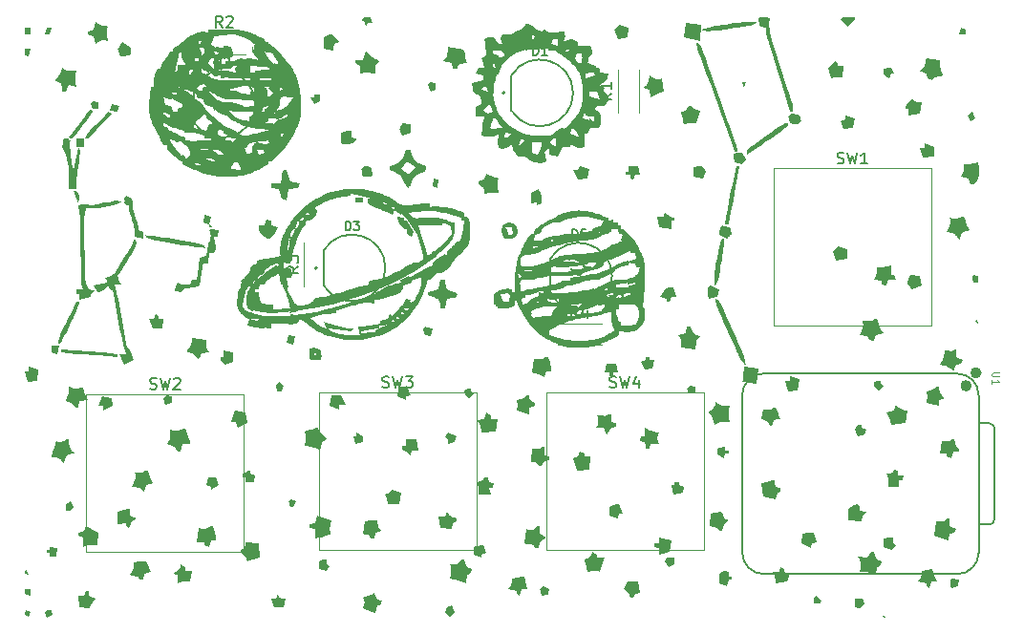
<source format=gbr>
%TF.GenerationSoftware,KiCad,Pcbnew,9.0.2*%
%TF.CreationDate,2025-06-28T19:08:21-05:00*%
%TF.ProjectId,pioneer,70696f6e-6565-4722-9e6b-696361645f70,rev?*%
%TF.SameCoordinates,Original*%
%TF.FileFunction,Legend,Top*%
%TF.FilePolarity,Positive*%
%FSLAX46Y46*%
G04 Gerber Fmt 4.6, Leading zero omitted, Abs format (unit mm)*
G04 Created by KiCad (PCBNEW 9.0.2) date 2025-06-28 19:08:21*
%MOMM*%
%LPD*%
G01*
G04 APERTURE LIST*
%ADD10C,0.000000*%
%ADD11C,0.150000*%
%ADD12C,0.101600*%
%ADD13C,0.127000*%
%ADD14C,0.200000*%
%ADD15C,0.120000*%
%ADD16C,0.100000*%
%ADD17C,0.504000*%
G04 APERTURE END LIST*
D10*
G36*
X87032113Y-117205374D02*
G01*
X87094832Y-117217972D01*
X87149336Y-117230571D01*
X87202195Y-117244813D01*
X87259985Y-117262342D01*
X87329278Y-117284801D01*
X87416647Y-117313833D01*
X87276416Y-117734519D01*
X86154586Y-117734519D01*
X86014354Y-117313833D01*
X86277284Y-117401476D01*
X86575272Y-117454060D01*
X86855730Y-117173604D01*
X87032113Y-117205374D01*
G37*
G36*
X116847240Y-110556539D02*
G01*
X116894685Y-110709405D01*
X116933954Y-110829247D01*
X116952127Y-110879961D01*
X116970183Y-110926233D01*
X116988762Y-110969333D01*
X117008507Y-111010531D01*
X117030059Y-111051100D01*
X117054061Y-111092310D01*
X117081154Y-111135432D01*
X117111980Y-111181737D01*
X117187401Y-111288981D01*
X117285458Y-111424209D01*
X116952413Y-111450500D01*
X116584310Y-111564436D01*
X116520508Y-111679749D01*
X116471493Y-111770724D01*
X116451502Y-111809652D01*
X116433976Y-111845576D01*
X116418503Y-111879524D01*
X116404673Y-111912523D01*
X116392074Y-111945599D01*
X116380296Y-111979780D01*
X116368927Y-112016093D01*
X116357558Y-112055565D01*
X116333173Y-112148093D01*
X116303855Y-112265582D01*
X116137333Y-111993888D01*
X116080823Y-111931826D01*
X116026469Y-111876787D01*
X115973717Y-111828272D01*
X115922013Y-111785783D01*
X115896382Y-111766643D01*
X115870805Y-111748821D01*
X115845214Y-111732257D01*
X115819540Y-111716888D01*
X115793712Y-111702652D01*
X115767663Y-111689485D01*
X115741323Y-111677326D01*
X115714623Y-111666113D01*
X115659866Y-111646274D01*
X115602838Y-111629469D01*
X115542987Y-111615200D01*
X115479759Y-111602968D01*
X115412602Y-111592274D01*
X115340962Y-111582620D01*
X115182021Y-111564436D01*
X115322252Y-111248921D01*
X115379021Y-111114149D01*
X115401866Y-111057539D01*
X115421292Y-111006263D01*
X115437504Y-110958935D01*
X115450708Y-110914170D01*
X115461109Y-110870580D01*
X115468912Y-110826778D01*
X115474323Y-110781379D01*
X115477547Y-110732995D01*
X115478790Y-110680240D01*
X115478258Y-110621728D01*
X115476154Y-110556072D01*
X115472686Y-110481885D01*
X115462475Y-110302374D01*
X115786762Y-110390017D01*
X115829871Y-110395168D01*
X115870635Y-110398331D01*
X115909199Y-110399625D01*
X115945708Y-110399169D01*
X115980308Y-110397084D01*
X116013145Y-110393489D01*
X116044364Y-110388503D01*
X116074110Y-110382247D01*
X116102529Y-110374841D01*
X116129767Y-110366403D01*
X116155969Y-110357053D01*
X116181280Y-110346912D01*
X116229812Y-110324733D01*
X116276529Y-110300824D01*
X116369168Y-110251642D01*
X116417419Y-110228286D01*
X116468509Y-110207028D01*
X116495483Y-110197486D01*
X116523602Y-110188828D01*
X116553014Y-110181174D01*
X116583863Y-110174642D01*
X116616295Y-110169354D01*
X116650455Y-110165429D01*
X116686488Y-110162986D01*
X116724541Y-110162145D01*
X116847240Y-110556539D01*
G37*
G36*
X40159420Y-93194417D02*
G01*
X40333827Y-93233739D01*
X40508823Y-93270470D01*
X40684403Y-93304232D01*
X40860566Y-93334646D01*
X40781688Y-93650162D01*
X40771336Y-93719250D01*
X40762888Y-93784847D01*
X40756371Y-93847418D01*
X40751816Y-93907426D01*
X40749250Y-93965336D01*
X40748702Y-94021613D01*
X40750201Y-94076721D01*
X40753777Y-94131124D01*
X40759457Y-94185287D01*
X40767271Y-94239674D01*
X40777246Y-94294749D01*
X40789413Y-94350978D01*
X40803800Y-94408823D01*
X40820435Y-94468751D01*
X40839348Y-94531224D01*
X40860566Y-94596708D01*
X40536287Y-94579180D01*
X40400616Y-94575353D01*
X40344230Y-94575004D01*
X40293918Y-94576279D01*
X40248512Y-94579614D01*
X40206844Y-94585447D01*
X40187047Y-94589437D01*
X40167746Y-94594214D01*
X40148795Y-94599834D01*
X40130049Y-94606352D01*
X40111361Y-94613821D01*
X40092586Y-94622296D01*
X40054187Y-94642484D01*
X40013685Y-94667352D01*
X39969911Y-94697336D01*
X39921698Y-94732873D01*
X39867875Y-94774399D01*
X39738733Y-94877167D01*
X39598504Y-94176021D01*
X39037587Y-94035792D01*
X39037587Y-93755333D01*
X39598504Y-93615104D01*
X39738733Y-92913958D01*
X40159420Y-93194417D01*
G37*
G36*
X51273307Y-95048692D02*
G01*
X51448882Y-95082455D01*
X51623950Y-95118745D01*
X51798441Y-95157625D01*
X51849931Y-95355918D01*
X51867460Y-95428771D01*
X51881702Y-95495051D01*
X51894301Y-95562975D01*
X51906899Y-95640758D01*
X51938671Y-95858771D01*
X51845430Y-95951429D01*
X51806390Y-95989087D01*
X51771190Y-96021595D01*
X51738916Y-96049431D01*
X51708658Y-96073069D01*
X51694000Y-96083462D01*
X51679504Y-96092983D01*
X51665057Y-96101693D01*
X51650543Y-96109649D01*
X51635850Y-96116913D01*
X51620863Y-96123543D01*
X51605468Y-96129598D01*
X51589552Y-96135138D01*
X51573000Y-96140222D01*
X51555699Y-96144910D01*
X51518393Y-96153334D01*
X51476722Y-96160885D01*
X51429774Y-96168038D01*
X51316402Y-96183051D01*
X51242139Y-96173030D01*
X51174320Y-96161739D01*
X51112293Y-96148908D01*
X51055406Y-96134264D01*
X51003008Y-96117537D01*
X50954447Y-96098455D01*
X50909069Y-96076749D01*
X50866224Y-96052147D01*
X50825259Y-96024377D01*
X50785522Y-95993169D01*
X50746361Y-95958252D01*
X50707124Y-95919354D01*
X50667159Y-95876206D01*
X50625815Y-95828535D01*
X50582438Y-95776070D01*
X50536378Y-95718542D01*
X50697970Y-95671981D01*
X50756992Y-95655685D01*
X50810263Y-95641854D01*
X50864355Y-95628844D01*
X50925842Y-95615013D01*
X51097295Y-95578313D01*
X51237524Y-95718542D01*
X51377753Y-95297854D01*
X50957065Y-95157625D01*
X51097295Y-95017396D01*
X51273307Y-95048692D01*
G37*
G36*
X86995962Y-114509249D02*
G01*
X86755490Y-114560740D01*
X86443807Y-114631949D01*
X86133224Y-114700969D01*
X86037903Y-114722968D01*
X85998909Y-114733039D01*
X85964914Y-114743213D01*
X85935331Y-114754031D01*
X85922012Y-114759850D01*
X85909577Y-114766033D01*
X85897953Y-114772647D01*
X85887066Y-114779760D01*
X85876844Y-114787439D01*
X85867214Y-114795753D01*
X85858101Y-114804768D01*
X85849434Y-114814552D01*
X85841139Y-114825174D01*
X85833143Y-114836699D01*
X85825373Y-114849197D01*
X85817756Y-114862735D01*
X85802687Y-114893200D01*
X85787351Y-114928634D01*
X85771164Y-114969580D01*
X85733896Y-115070166D01*
X85585074Y-115156337D01*
X85529536Y-115187483D01*
X85477951Y-115215188D01*
X85423851Y-115242841D01*
X85360763Y-115273833D01*
X85181745Y-115359387D01*
X84879924Y-115504548D01*
X84612065Y-115631081D01*
X84331607Y-115771311D01*
X84169550Y-115777226D01*
X84007400Y-115780506D01*
X83845213Y-115781379D01*
X83683045Y-115780075D01*
X83335758Y-115776242D01*
X83069545Y-115771311D01*
X83209772Y-115350625D01*
X83718103Y-115341860D01*
X83875227Y-115321787D01*
X84029020Y-115294726D01*
X84179773Y-115261160D01*
X84327776Y-115221571D01*
X84473321Y-115176442D01*
X84616697Y-115126255D01*
X84758195Y-115071492D01*
X84898108Y-115012635D01*
X85036724Y-114950167D01*
X85174336Y-114884570D01*
X85447707Y-114745917D01*
X85995184Y-114452281D01*
X86122388Y-114388731D01*
X86244802Y-114330453D01*
X86364519Y-114277395D01*
X86483635Y-114229503D01*
X86543621Y-114207479D01*
X86604242Y-114186727D01*
X86665760Y-114167240D01*
X86728436Y-114149013D01*
X86792533Y-114132037D01*
X86858311Y-114116308D01*
X86926034Y-114101818D01*
X86995962Y-114088561D01*
X86995962Y-114509249D01*
G37*
G36*
X42239030Y-94792399D02*
G01*
X42330781Y-94837180D01*
X42406100Y-94876208D01*
X42440164Y-94895106D01*
X42473202Y-94914415D01*
X42506239Y-94934751D01*
X42540304Y-94956730D01*
X42615622Y-95008084D01*
X42707374Y-95073405D01*
X42823775Y-95157625D01*
X42838154Y-95282653D01*
X42848425Y-95380567D01*
X42854587Y-95459583D01*
X42856128Y-95494572D01*
X42856641Y-95527918D01*
X42856128Y-95560647D01*
X42854587Y-95593787D01*
X42852019Y-95628365D01*
X42848425Y-95665408D01*
X42838154Y-95750997D01*
X42823775Y-95858771D01*
X41982399Y-95999000D01*
X41927212Y-95894102D01*
X41884349Y-95810567D01*
X41866512Y-95774243D01*
X41850524Y-95740179D01*
X41835974Y-95707347D01*
X41822451Y-95674720D01*
X41809544Y-95641272D01*
X41796843Y-95605975D01*
X41783936Y-95567802D01*
X41770413Y-95525727D01*
X41739874Y-95425759D01*
X41701941Y-95297854D01*
X41766030Y-95190354D01*
X41816973Y-95106682D01*
X41839055Y-95071728D01*
X41859699Y-95040265D01*
X41879522Y-95011473D01*
X41899139Y-94984530D01*
X41919167Y-94958613D01*
X41940222Y-94932902D01*
X41962920Y-94906575D01*
X41987877Y-94878810D01*
X42047036Y-94815680D01*
X42122629Y-94736938D01*
X42239030Y-94792399D01*
G37*
G36*
X61894941Y-126849415D02*
G01*
X61334024Y-126849415D01*
X61334024Y-127270101D01*
X60492648Y-126989643D01*
X60632877Y-126008040D01*
X61474253Y-126008040D01*
X61894941Y-126849415D01*
G37*
G36*
X115462475Y-137647062D02*
G01*
X116023393Y-137927520D01*
X115883169Y-138207979D01*
X115462475Y-138348206D01*
X115322252Y-138909123D01*
X114060186Y-138488433D01*
X114200418Y-137226372D01*
X114533463Y-137243901D01*
X114662928Y-137250786D01*
X114716300Y-137252337D01*
X114763365Y-137252045D01*
X114805073Y-137249474D01*
X114824215Y-137247198D01*
X114842374Y-137244188D01*
X114859669Y-137240389D01*
X114876219Y-137235748D01*
X114892142Y-137230210D01*
X114907557Y-137223720D01*
X114922583Y-137216224D01*
X114937338Y-137207666D01*
X114951942Y-137197994D01*
X114966512Y-137187151D01*
X114981169Y-137175084D01*
X114996030Y-137161737D01*
X115026841Y-137130988D01*
X115059896Y-137094468D01*
X115096144Y-137051739D01*
X115182021Y-136945913D01*
X115462475Y-136945913D01*
X115462475Y-137647062D01*
G37*
G36*
X65698434Y-119843354D02*
G01*
X65746769Y-119848828D01*
X65795569Y-119858983D01*
X65846413Y-119873768D01*
X65900881Y-119893133D01*
X65960551Y-119917024D01*
X66101816Y-119978186D01*
X66040950Y-120047790D01*
X65981405Y-120111148D01*
X65922709Y-120168659D01*
X65864396Y-120220721D01*
X65805996Y-120267732D01*
X65747040Y-120310090D01*
X65687060Y-120348193D01*
X65625587Y-120382441D01*
X65562152Y-120413231D01*
X65496287Y-120440961D01*
X65427522Y-120466030D01*
X65355390Y-120488836D01*
X65279420Y-120509777D01*
X65199145Y-120529252D01*
X65114096Y-120547659D01*
X65023804Y-120565396D01*
X64680352Y-120632772D01*
X64419064Y-120679332D01*
X64466258Y-120539993D01*
X64487140Y-120482674D01*
X64507392Y-120432288D01*
X64527902Y-120387858D01*
X64538529Y-120367573D01*
X64549554Y-120348410D01*
X64561085Y-120330249D01*
X64573234Y-120312968D01*
X64586112Y-120296444D01*
X64599829Y-120280555D01*
X64614496Y-120265180D01*
X64630224Y-120250197D01*
X64647123Y-120235483D01*
X64665304Y-120220917D01*
X64705957Y-120191739D01*
X64753068Y-120161689D01*
X64807522Y-120129790D01*
X64870205Y-120095067D01*
X65023804Y-120013244D01*
X65240473Y-119940442D01*
X65329766Y-119911706D01*
X65408471Y-119888010D01*
X65478166Y-119869305D01*
X65540431Y-119855538D01*
X65596844Y-119846658D01*
X65648986Y-119842614D01*
X65698434Y-119843354D01*
G37*
G36*
X51097295Y-100626562D02*
G01*
X51368989Y-100740498D01*
X51464729Y-100796285D01*
X51504004Y-100820475D01*
X51538387Y-100843342D01*
X51553941Y-100854549D01*
X51568508Y-100865747D01*
X51582167Y-100877045D01*
X51594996Y-100888550D01*
X51607074Y-100900370D01*
X51618479Y-100912612D01*
X51629291Y-100925383D01*
X51639588Y-100938791D01*
X51649448Y-100952944D01*
X51658950Y-100967949D01*
X51668173Y-100983914D01*
X51677196Y-101000946D01*
X51686096Y-101019153D01*
X51694953Y-101038642D01*
X51712852Y-101081896D01*
X51731521Y-101131570D01*
X51751590Y-101188523D01*
X51798441Y-101327708D01*
X51696607Y-101312279D01*
X51597807Y-101295381D01*
X51501796Y-101276768D01*
X51408329Y-101256194D01*
X51317162Y-101233412D01*
X51228050Y-101208177D01*
X51140749Y-101180243D01*
X51055013Y-101149364D01*
X50970599Y-101115294D01*
X50887262Y-101077787D01*
X50804756Y-101036596D01*
X50722838Y-100991477D01*
X50641263Y-100942183D01*
X50559786Y-100888468D01*
X50478163Y-100830086D01*
X50396148Y-100766791D01*
X50381770Y-100641763D01*
X50371499Y-100543849D01*
X50365337Y-100464833D01*
X50363797Y-100429844D01*
X50363283Y-100396499D01*
X50363797Y-100363770D01*
X50365337Y-100330629D01*
X50367905Y-100296051D01*
X50371499Y-100259009D01*
X50381770Y-100173419D01*
X50396148Y-100065646D01*
X51237524Y-100065646D01*
X51097295Y-100626562D01*
G37*
G36*
X70168462Y-106936875D02*
G01*
X70028230Y-107638020D01*
X69607544Y-107497791D01*
X69747772Y-106796646D01*
X70168462Y-106936875D01*
G37*
G36*
X81138846Y-102346730D02*
G01*
X81166493Y-102349335D01*
X81195051Y-102353443D01*
X81224728Y-102359001D01*
X81288255Y-102374266D01*
X81358717Y-102394718D01*
X81527021Y-102449541D01*
X81464755Y-102522074D01*
X81403598Y-102587507D01*
X81343087Y-102646292D01*
X81282761Y-102698879D01*
X81222159Y-102745719D01*
X81160817Y-102787262D01*
X81098275Y-102823958D01*
X81034071Y-102856259D01*
X80967743Y-102884613D01*
X80898830Y-102909473D01*
X80826868Y-102931288D01*
X80751398Y-102950508D01*
X80671957Y-102967585D01*
X80588083Y-102982969D01*
X80499315Y-102997109D01*
X80405190Y-103010457D01*
X80405190Y-102730000D01*
X80609370Y-102582055D01*
X80693926Y-102522848D01*
X80768984Y-102472938D01*
X80836188Y-102431912D01*
X80897181Y-102399360D01*
X80925862Y-102386133D01*
X80953606Y-102374871D01*
X80980619Y-102365523D01*
X81007106Y-102358036D01*
X81033273Y-102352359D01*
X81059325Y-102348441D01*
X81085468Y-102346232D01*
X81111906Y-102345678D01*
X81138846Y-102346730D01*
G37*
G36*
X86422246Y-115778080D02*
G01*
X86485861Y-115786703D01*
X86549916Y-115801047D01*
X86616671Y-115820909D01*
X86688385Y-115846082D01*
X86855730Y-115911540D01*
X86724827Y-115982398D01*
X86664605Y-116013481D01*
X86606978Y-116041772D01*
X86551275Y-116067348D01*
X86496827Y-116090289D01*
X86442965Y-116110673D01*
X86389020Y-116128578D01*
X86334322Y-116144083D01*
X86278202Y-116157266D01*
X86219990Y-116168206D01*
X86159017Y-116176980D01*
X86094614Y-116183669D01*
X86026111Y-116188349D01*
X85952838Y-116191099D01*
X85874127Y-116191999D01*
X85733896Y-116472457D01*
X85453437Y-116332228D01*
X85313210Y-116612687D01*
X85313210Y-116051769D01*
X85658030Y-115939750D01*
X85923267Y-115858015D01*
X86031691Y-115827991D01*
X86126998Y-115804921D01*
X86211448Y-115788600D01*
X86287299Y-115778823D01*
X86356812Y-115775385D01*
X86422246Y-115778080D01*
G37*
G36*
X86981718Y-112582194D02*
G01*
X86929132Y-112684627D01*
X86906844Y-112725470D01*
X86886406Y-112760767D01*
X86867200Y-112791545D01*
X86848610Y-112818831D01*
X86830020Y-112843651D01*
X86810814Y-112867034D01*
X86768088Y-112913595D01*
X86715503Y-112966729D01*
X86995962Y-113247187D01*
X86856006Y-113339760D01*
X86797223Y-113377214D01*
X86743986Y-113409326D01*
X86694858Y-113436509D01*
X86648400Y-113459173D01*
X86625723Y-113468939D01*
X86603174Y-113477729D01*
X86580574Y-113485594D01*
X86557743Y-113492587D01*
X86534501Y-113498758D01*
X86510669Y-113504158D01*
X86460514Y-113512854D01*
X86405839Y-113519085D01*
X86345208Y-113523262D01*
X86277182Y-113525795D01*
X86200323Y-113527096D01*
X86014354Y-113527644D01*
X86014354Y-113247187D01*
X86435044Y-113247187D01*
X86154586Y-112405812D01*
X86281965Y-112372124D01*
X86403619Y-112343254D01*
X86521742Y-112319102D01*
X86638527Y-112299566D01*
X86756170Y-112284547D01*
X86876865Y-112273944D01*
X87002807Y-112267656D01*
X87136189Y-112265582D01*
X86981718Y-112582194D01*
G37*
G36*
X107048734Y-101467937D02*
G01*
X106908502Y-102309312D01*
X106067122Y-102449541D01*
X105786668Y-101748396D01*
X106207354Y-101608166D01*
X106207354Y-101187479D01*
X107048734Y-101467937D01*
G37*
G36*
X37495067Y-103431145D02*
G01*
X37485207Y-103693527D01*
X37483776Y-104006911D01*
X37493076Y-104311553D01*
X37513130Y-104609948D01*
X37543962Y-104904590D01*
X37585594Y-105197972D01*
X37638050Y-105492588D01*
X37701352Y-105790933D01*
X37775525Y-106095499D01*
X38196212Y-104132291D01*
X38336441Y-104132291D01*
X38343029Y-104357314D01*
X38342569Y-104577270D01*
X38335142Y-104793690D01*
X38320824Y-105008107D01*
X38299694Y-105222054D01*
X38271830Y-105437062D01*
X38237310Y-105654664D01*
X38196212Y-105876392D01*
X38152539Y-106117714D01*
X38116978Y-106354929D01*
X38089206Y-106589577D01*
X38068904Y-106823199D01*
X38055751Y-107057337D01*
X38049427Y-107293530D01*
X38049611Y-107533321D01*
X38055983Y-107778250D01*
X37354837Y-107778250D01*
X37364697Y-107504912D01*
X37380333Y-106894469D01*
X37384494Y-106415312D01*
X37380181Y-106212101D01*
X37370491Y-106026275D01*
X37354589Y-105852686D01*
X37331637Y-105686190D01*
X37300800Y-105521641D01*
X37261241Y-105353893D01*
X37212125Y-105177800D01*
X37152616Y-104988217D01*
X36999072Y-104547995D01*
X36793921Y-103992062D01*
X36825691Y-103769119D01*
X36838290Y-103690103D01*
X36850889Y-103621769D01*
X36865131Y-103555900D01*
X36882660Y-103484279D01*
X36934150Y-103290916D01*
X37495067Y-103431145D01*
G37*
G36*
X117986607Y-115490852D02*
G01*
X117986607Y-116051769D01*
X117565913Y-116051769D01*
X117425690Y-115631081D01*
X117565913Y-115350625D01*
X117986607Y-115490852D01*
G37*
G36*
X51439105Y-98935048D02*
G01*
X51946887Y-99008997D01*
X52083309Y-99034041D01*
X52187538Y-99054573D01*
X52229605Y-99063935D01*
X52266052Y-99073115D01*
X52297690Y-99082428D01*
X52325328Y-99092190D01*
X52349775Y-99102715D01*
X52371842Y-99114320D01*
X52392338Y-99127319D01*
X52412072Y-99142028D01*
X52431854Y-99158762D01*
X52452494Y-99177837D01*
X52499586Y-99224270D01*
X52744587Y-99262060D01*
X52989864Y-99298067D01*
X53235402Y-99332233D01*
X53481191Y-99364500D01*
X53481191Y-99084042D01*
X53761649Y-99084042D01*
X53901879Y-99504729D01*
X53568833Y-99566079D01*
X53448431Y-99586775D01*
X53354467Y-99604248D01*
X53315024Y-99612578D01*
X53279341Y-99621066D01*
X53246467Y-99630031D01*
X53215453Y-99639795D01*
X53185348Y-99650679D01*
X53155202Y-99663004D01*
X53124066Y-99677091D01*
X53090989Y-99693261D01*
X53015213Y-99733133D01*
X52920274Y-99785187D01*
X52734238Y-99796300D01*
X52548011Y-99804140D01*
X52361673Y-99809076D01*
X52175307Y-99811480D01*
X51773792Y-99817506D01*
X51617841Y-99802995D01*
X51472602Y-99784814D01*
X51403166Y-99773824D01*
X51335406Y-99761287D01*
X51268988Y-99746994D01*
X51203581Y-99730735D01*
X51138849Y-99712301D01*
X51074458Y-99691481D01*
X51010076Y-99668067D01*
X50945368Y-99641847D01*
X50880001Y-99612614D01*
X50813641Y-99580156D01*
X50745954Y-99544264D01*
X50676607Y-99504729D01*
X50638948Y-99382576D01*
X50610327Y-99286716D01*
X50589101Y-99208933D01*
X50580747Y-99174252D01*
X50573626Y-99141009D01*
X50567532Y-99108178D01*
X50562260Y-99074729D01*
X50553359Y-99001876D01*
X50545279Y-98914233D01*
X50536378Y-98803583D01*
X51439105Y-98935048D01*
G37*
G36*
X112798129Y-115490852D02*
G01*
X112938352Y-116332228D01*
X112096980Y-116612687D01*
X112021388Y-116533945D01*
X111962229Y-116470814D01*
X111937271Y-116443049D01*
X111914573Y-116416722D01*
X111893518Y-116391011D01*
X111873491Y-116365095D01*
X111853874Y-116338151D01*
X111834051Y-116309359D01*
X111813407Y-116277896D01*
X111791325Y-116242942D01*
X111740383Y-116159270D01*
X111676294Y-116051769D01*
X111714226Y-115923865D01*
X111744763Y-115823897D01*
X111771192Y-115743649D01*
X111783893Y-115708352D01*
X111796800Y-115674904D01*
X111810323Y-115642277D01*
X111824873Y-115609445D01*
X111858698Y-115539057D01*
X111901561Y-115455522D01*
X111956749Y-115350625D01*
X112798129Y-115490852D01*
G37*
G36*
X51482925Y-93606340D02*
G01*
X51822543Y-93610174D01*
X52078900Y-93615104D01*
X52028050Y-93667085D01*
X51978451Y-93715399D01*
X51929716Y-93760150D01*
X51881462Y-93801438D01*
X51833303Y-93839365D01*
X51784854Y-93874032D01*
X51735730Y-93905540D01*
X51685547Y-93933992D01*
X51633919Y-93959488D01*
X51580461Y-93982130D01*
X51524788Y-94002020D01*
X51466515Y-94019258D01*
X51405258Y-94033947D01*
X51340631Y-94046187D01*
X51272250Y-94056080D01*
X51199729Y-94063728D01*
X50963443Y-94061290D01*
X50727621Y-94056015D01*
X50491901Y-94047613D01*
X50255920Y-94035792D01*
X50255920Y-93755333D01*
X50334109Y-93733431D01*
X50411306Y-93713547D01*
X50487679Y-93695608D01*
X50563399Y-93679543D01*
X50638635Y-93665278D01*
X50713558Y-93652740D01*
X50863143Y-93632555D01*
X51013513Y-93618406D01*
X51166027Y-93609708D01*
X51322044Y-93605881D01*
X51482925Y-93606340D01*
G37*
G36*
X54322567Y-101608166D02*
G01*
X54182337Y-102309312D01*
X53481191Y-102169083D01*
X53481191Y-101467937D01*
X54322567Y-101608166D01*
G37*
G36*
X39177816Y-143817143D02*
G01*
X39738733Y-144097601D01*
X39458275Y-144378060D01*
X39385622Y-144517005D01*
X39314518Y-144656763D01*
X39245178Y-144797398D01*
X39177816Y-144938977D01*
X38336441Y-144798746D01*
X38196212Y-143817143D01*
X38757129Y-143817143D01*
X38897358Y-143396457D01*
X39177816Y-143396457D01*
X39177816Y-143817143D01*
G37*
G36*
X54462794Y-103851833D02*
G01*
X54269980Y-104035884D01*
X54185003Y-104119783D01*
X54149651Y-104155288D01*
X54118064Y-104187781D01*
X54089498Y-104218224D01*
X54063207Y-104247580D01*
X54038447Y-104276812D01*
X54014474Y-104306884D01*
X53990543Y-104338758D01*
X53965909Y-104373396D01*
X53939828Y-104411762D01*
X53911555Y-104454819D01*
X53845454Y-104558855D01*
X53761649Y-104693208D01*
X53722769Y-104518717D01*
X53686479Y-104343649D01*
X53652716Y-104168074D01*
X53621420Y-103992062D01*
X53646192Y-103967376D01*
X53668409Y-103945758D01*
X53688802Y-103926991D01*
X53698544Y-103918608D01*
X53708105Y-103910855D01*
X53717576Y-103903706D01*
X53727048Y-103897133D01*
X53736613Y-103891109D01*
X53746363Y-103885607D01*
X53756389Y-103880598D01*
X53766783Y-103876057D01*
X53777635Y-103871955D01*
X53789038Y-103868266D01*
X53801083Y-103864962D01*
X53813861Y-103862016D01*
X53827464Y-103859401D01*
X53841983Y-103857088D01*
X53857510Y-103855052D01*
X53874137Y-103853265D01*
X53891954Y-103851699D01*
X53911054Y-103850327D01*
X53953465Y-103848057D01*
X54002103Y-103846236D01*
X54120986Y-103843069D01*
X54462794Y-103851833D01*
G37*
G36*
X67644334Y-102028853D02*
G01*
X67644334Y-102730000D01*
X66943190Y-103010457D01*
X66890877Y-102928840D01*
X66850069Y-102863655D01*
X66832951Y-102835171D01*
X66817476Y-102808331D01*
X66803234Y-102782311D01*
X66789814Y-102756292D01*
X66776804Y-102729452D01*
X66763795Y-102700968D01*
X66750374Y-102670019D01*
X66736132Y-102635783D01*
X66703540Y-102554165D01*
X66662731Y-102449541D01*
X66703540Y-102344917D01*
X66736132Y-102263300D01*
X66763795Y-102198115D01*
X66776804Y-102169631D01*
X66789814Y-102142790D01*
X66803234Y-102116771D01*
X66817476Y-102090752D01*
X66850069Y-102035427D01*
X66890877Y-101970243D01*
X66943190Y-101888625D01*
X67644334Y-102028853D01*
G37*
G36*
X48152482Y-94596708D02*
G01*
X48432941Y-94736938D01*
X48292712Y-95578313D01*
X49134087Y-95578313D01*
X49134087Y-95999000D01*
X49975461Y-96139229D01*
X49695004Y-96559917D01*
X50255920Y-97120833D01*
X50177178Y-97176021D01*
X50144072Y-97198788D01*
X50114048Y-97218884D01*
X50086283Y-97236721D01*
X50059956Y-97252709D01*
X50034245Y-97267259D01*
X50008328Y-97280782D01*
X49981385Y-97293689D01*
X49952593Y-97306391D01*
X49921130Y-97319297D01*
X49886176Y-97332820D01*
X49802504Y-97363359D01*
X49695004Y-97401291D01*
X49481921Y-97286260D01*
X49405370Y-97243534D01*
X49337857Y-97204094D01*
X49271166Y-97163012D01*
X49197080Y-97115356D01*
X48993857Y-96980604D01*
X48573170Y-96980604D01*
X48713400Y-97541521D01*
X48152482Y-97681750D01*
X48432941Y-97120833D01*
X48290104Y-97157379D01*
X48231275Y-97173365D01*
X48179469Y-97188648D01*
X48133660Y-97203844D01*
X48092821Y-97219569D01*
X48055924Y-97236441D01*
X48021942Y-97255074D01*
X47989849Y-97276086D01*
X47958617Y-97300092D01*
X47927219Y-97327708D01*
X47894629Y-97359552D01*
X47859818Y-97396239D01*
X47821760Y-97438385D01*
X47731796Y-97541521D01*
X47618270Y-97576304D01*
X47528573Y-97602871D01*
X47454487Y-97622865D01*
X47420730Y-97630910D01*
X47387796Y-97637928D01*
X47354656Y-97644125D01*
X47320283Y-97649706D01*
X47243732Y-97659839D01*
X47149926Y-97669973D01*
X47030649Y-97681750D01*
X46609962Y-97401291D01*
X46646720Y-97033709D01*
X46736853Y-97033709D01*
X46737538Y-97090310D01*
X46742151Y-97226272D01*
X46750191Y-97401291D01*
X47030649Y-97261062D01*
X47030649Y-96700146D01*
X47731796Y-96700146D01*
X47626624Y-96419687D01*
X47521452Y-96139229D01*
X48573170Y-96139229D01*
X48573170Y-96419687D01*
X48853629Y-96419687D01*
X48853629Y-96139229D01*
X48573170Y-96139229D01*
X47521452Y-96139229D01*
X47311108Y-95578313D01*
X47170878Y-95578313D01*
X47065005Y-95876052D01*
X46960534Y-96174286D01*
X46842216Y-96509522D01*
X46803621Y-96630597D01*
X46788102Y-96681615D01*
X46774923Y-96728028D01*
X46763948Y-96771142D01*
X46755044Y-96812264D01*
X46748075Y-96852700D01*
X46742906Y-96893756D01*
X46739402Y-96936739D01*
X46737430Y-96982955D01*
X46736853Y-97033709D01*
X46646720Y-97033709D01*
X46750191Y-95999000D01*
X46189274Y-96139229D01*
X46329504Y-95578313D01*
X46609962Y-95578313D01*
X46609962Y-95297854D01*
X46819244Y-95156044D01*
X47029291Y-95015362D01*
X47451337Y-94736938D01*
X47594659Y-94599823D01*
X47736307Y-94460946D01*
X47806321Y-94390699D01*
X47875698Y-94319835D01*
X47944367Y-94248296D01*
X48012253Y-94176021D01*
X48152482Y-94596708D01*
G37*
G36*
X82715700Y-109716465D02*
G01*
X83097539Y-109725892D01*
X83490231Y-109741457D01*
X83630458Y-110021915D01*
X83159377Y-110104081D01*
X82543686Y-110214732D01*
X82233644Y-110268412D01*
X82044014Y-110304710D01*
X81860940Y-110344189D01*
X81683094Y-110388193D01*
X81509152Y-110438063D01*
X81423229Y-110465618D01*
X81337785Y-110495142D01*
X81252653Y-110526805D01*
X81167668Y-110560773D01*
X81082664Y-110597216D01*
X80997474Y-110636299D01*
X80911934Y-110678192D01*
X80825876Y-110723062D01*
X80405190Y-110723062D01*
X80419124Y-110634974D01*
X80430798Y-110565167D01*
X80441855Y-110507069D01*
X80447667Y-110480357D01*
X80453940Y-110454106D01*
X80460882Y-110427497D01*
X80468696Y-110399706D01*
X80487765Y-110337294D01*
X80512791Y-110260298D01*
X80545418Y-110162145D01*
X80724070Y-110072259D01*
X80902326Y-109994742D01*
X81080425Y-109928758D01*
X81258605Y-109873476D01*
X81437106Y-109828062D01*
X81616168Y-109791683D01*
X81796029Y-109763505D01*
X81976929Y-109742694D01*
X82159106Y-109728418D01*
X82342802Y-109719844D01*
X82528253Y-109716137D01*
X82715700Y-109716465D01*
G37*
G36*
X77965683Y-93070077D02*
G01*
X78044379Y-93087607D01*
X78117757Y-93106974D01*
X78186419Y-93128373D01*
X78250972Y-93152000D01*
X78312019Y-93178053D01*
X78370164Y-93206726D01*
X78426014Y-93238217D01*
X78480171Y-93272722D01*
X78533240Y-93310435D01*
X78585827Y-93351555D01*
X78638535Y-93396276D01*
X78691968Y-93444796D01*
X78746732Y-93497309D01*
X78862670Y-93615104D01*
X79283356Y-93755333D01*
X79563815Y-93615104D01*
X79984501Y-93895563D01*
X80091483Y-93896675D01*
X80175968Y-93896823D01*
X80245660Y-93895392D01*
X80277366Y-93893892D01*
X80308262Y-93891766D01*
X80339311Y-93888936D01*
X80371476Y-93885327D01*
X80443006Y-93875460D01*
X80530555Y-93861549D01*
X80641825Y-93842977D01*
X80985278Y-93795868D01*
X81246566Y-93755333D01*
X81276544Y-93818357D01*
X81301176Y-93876882D01*
X81320753Y-93931575D01*
X81335562Y-93983101D01*
X81345893Y-94032127D01*
X81352035Y-94079317D01*
X81354275Y-94125337D01*
X81352904Y-94170854D01*
X81348210Y-94216531D01*
X81340482Y-94263036D01*
X81330008Y-94311034D01*
X81317077Y-94361189D01*
X81285002Y-94470639D01*
X81246566Y-94596708D01*
X81640961Y-94509065D01*
X81789320Y-94492255D01*
X81850963Y-94486534D01*
X81905943Y-94483046D01*
X81955531Y-94482126D01*
X82000998Y-94484107D01*
X82022583Y-94486290D01*
X82043614Y-94489324D01*
X82064251Y-94493250D01*
X82084652Y-94498110D01*
X82104976Y-94503945D01*
X82125382Y-94510798D01*
X82167075Y-94527724D01*
X82211001Y-94549219D01*
X82258433Y-94575619D01*
X82310640Y-94607257D01*
X82368894Y-94644467D01*
X82508628Y-94736938D01*
X82508628Y-95017396D01*
X83630458Y-95017396D01*
X83681950Y-95215689D01*
X83699478Y-95288542D01*
X83713721Y-95354822D01*
X83726320Y-95422746D01*
X83738919Y-95500529D01*
X83770690Y-95718542D01*
X83490231Y-95999000D01*
X83437359Y-96170944D01*
X83419485Y-96232555D01*
X83405128Y-96286688D01*
X83392644Y-96339918D01*
X83380390Y-96398817D01*
X83350000Y-96559917D01*
X83674283Y-96682617D01*
X83799499Y-96735237D01*
X83898731Y-96778203D01*
X83941524Y-96797670D01*
X83981325Y-96816650D01*
X84019303Y-96835783D01*
X84056626Y-96855712D01*
X84094463Y-96877080D01*
X84133981Y-96900527D01*
X84222737Y-96956228D01*
X84332239Y-97027952D01*
X84471834Y-97120833D01*
X84471834Y-97401291D01*
X85172983Y-97541521D01*
X85161205Y-97626014D01*
X85151072Y-97693253D01*
X85146107Y-97722456D01*
X85140938Y-97749810D01*
X85135357Y-97776138D01*
X85129160Y-97802259D01*
X85122142Y-97828997D01*
X85114096Y-97857173D01*
X85094103Y-97921125D01*
X85067535Y-98000689D01*
X85032751Y-98102437D01*
X84471834Y-98523125D01*
X85313210Y-99785187D01*
X84892524Y-100346104D01*
X84679439Y-100355964D01*
X84602888Y-100358429D01*
X84535375Y-100359250D01*
X84468684Y-100358429D01*
X84394598Y-100355964D01*
X84191376Y-100346104D01*
X83910917Y-100626562D01*
X84191376Y-100766791D01*
X84249227Y-100825755D01*
X84299703Y-100879828D01*
X84343309Y-100929905D01*
X84380552Y-100976886D01*
X84396946Y-100999495D01*
X84411939Y-101021667D01*
X84425595Y-101043513D01*
X84437977Y-101065145D01*
X84449148Y-101086676D01*
X84459173Y-101108218D01*
X84468113Y-101129883D01*
X84476033Y-101151783D01*
X84482996Y-101174030D01*
X84489065Y-101196737D01*
X84494303Y-101220016D01*
X84498774Y-101243978D01*
X84505669Y-101294403D01*
X84510256Y-101348910D01*
X84513042Y-101408395D01*
X84514533Y-101473756D01*
X84515658Y-101625695D01*
X84500919Y-101805330D01*
X84488131Y-101942032D01*
X84481796Y-101996788D01*
X84475139Y-102043815D01*
X84467891Y-102084114D01*
X84459784Y-102118688D01*
X84450547Y-102148537D01*
X84439910Y-102174663D01*
X84427605Y-102198068D01*
X84413361Y-102219751D01*
X84396908Y-102240717D01*
X84377978Y-102261964D01*
X84331607Y-102309312D01*
X84156338Y-102312559D01*
X83981030Y-102313696D01*
X83805722Y-102312641D01*
X83630458Y-102309312D01*
X83350000Y-102870229D01*
X83069545Y-102870229D01*
X83069545Y-103992062D01*
X82990803Y-104023969D01*
X82927672Y-104048482D01*
X82899907Y-104058479D01*
X82873579Y-104067243D01*
X82847868Y-104074981D01*
X82821952Y-104081896D01*
X82795008Y-104088196D01*
X82766216Y-104094084D01*
X82734754Y-104099767D01*
X82699799Y-104105450D01*
X82616128Y-104117638D01*
X82508628Y-104132291D01*
X82280754Y-104012329D01*
X82200506Y-103968371D01*
X82131760Y-103928520D01*
X82066302Y-103887849D01*
X81995913Y-103841425D01*
X81807479Y-103711604D01*
X81807479Y-103992062D01*
X81106335Y-103992062D01*
X80685649Y-104833437D01*
X79984501Y-104693208D01*
X79984501Y-104132291D01*
X79563815Y-104412749D01*
X79642693Y-104824673D01*
X79704042Y-105254124D01*
X79679249Y-105278819D01*
X79656883Y-105300496D01*
X79646341Y-105310288D01*
X79636083Y-105319427D01*
X79626001Y-105327946D01*
X79615989Y-105335879D01*
X79605938Y-105343260D01*
X79595741Y-105350123D01*
X79585290Y-105356501D01*
X79574479Y-105362429D01*
X79563198Y-105367939D01*
X79551342Y-105373065D01*
X79538802Y-105377842D01*
X79525470Y-105382303D01*
X79511240Y-105386481D01*
X79496004Y-105390410D01*
X79479654Y-105394124D01*
X79462083Y-105397657D01*
X79443183Y-105401043D01*
X79422847Y-105404314D01*
X79377436Y-105410650D01*
X79324989Y-105416934D01*
X79264646Y-105423437D01*
X79116833Y-105438175D01*
X79004482Y-105426895D01*
X78899820Y-105412142D01*
X78801952Y-105393903D01*
X78709984Y-105372165D01*
X78623021Y-105346914D01*
X78540169Y-105318137D01*
X78460531Y-105285819D01*
X78383214Y-105249948D01*
X78307322Y-105210511D01*
X78231962Y-105167492D01*
X78156237Y-105120880D01*
X78079254Y-105070661D01*
X77917931Y-104959345D01*
X77740836Y-104833437D01*
X77179919Y-104833437D01*
X77119787Y-104769207D01*
X77063859Y-104705528D01*
X77011950Y-104642114D01*
X76963876Y-104578680D01*
X76945965Y-104552979D01*
X76919453Y-104514938D01*
X76878496Y-104450602D01*
X76840821Y-104385387D01*
X76806243Y-104319005D01*
X76774578Y-104251170D01*
X76745642Y-104181597D01*
X76719250Y-104109998D01*
X76695218Y-104036088D01*
X76682641Y-103992062D01*
X77179919Y-103992062D01*
X77600606Y-103571375D01*
X78441980Y-103571375D01*
X78441980Y-104552979D01*
X78862670Y-104693208D01*
X78976490Y-104521431D01*
X79022834Y-104449604D01*
X79062955Y-104384960D01*
X79097469Y-104325857D01*
X79126994Y-104270650D01*
X79152144Y-104217697D01*
X79173538Y-104165353D01*
X79191789Y-104111977D01*
X79207516Y-104055924D01*
X79221333Y-103995551D01*
X79233858Y-103929215D01*
X79245707Y-103855273D01*
X79257495Y-103772081D01*
X79283356Y-103571375D01*
X79984501Y-103571375D01*
X80545418Y-103992062D01*
X80545418Y-103290916D01*
X80264959Y-103290916D01*
X79984501Y-103571375D01*
X79283356Y-103571375D01*
X78441980Y-103571375D01*
X77600606Y-103571375D01*
X77740836Y-103431145D01*
X77460377Y-103290916D01*
X77179919Y-103992062D01*
X76682641Y-103992062D01*
X76673362Y-103959580D01*
X76653496Y-103880187D01*
X76635438Y-103797624D01*
X76619001Y-103711604D01*
X76452479Y-103921948D01*
X76391734Y-103969883D01*
X76333450Y-104011126D01*
X76277128Y-104046118D01*
X76249548Y-104061408D01*
X76222272Y-104075299D01*
X76195237Y-104087847D01*
X76168383Y-104099108D01*
X76141645Y-104109135D01*
X76114964Y-104117985D01*
X76061517Y-104132370D01*
X76007545Y-104142704D01*
X75952551Y-104149425D01*
X75896037Y-104152975D01*
X75837505Y-104153792D01*
X75776458Y-104152316D01*
X75712398Y-104148989D01*
X75644828Y-104144249D01*
X75497167Y-104132291D01*
X75467719Y-104037019D01*
X75443885Y-103945128D01*
X75425305Y-103856111D01*
X75411615Y-103769462D01*
X75402455Y-103684674D01*
X75397463Y-103601241D01*
X75396276Y-103518657D01*
X75398533Y-103436414D01*
X75398875Y-103431145D01*
X75917857Y-103431145D01*
X76619001Y-102870229D01*
X76058084Y-102730000D01*
X75917857Y-103431145D01*
X75398875Y-103431145D01*
X75403873Y-103354006D01*
X75411933Y-103270928D01*
X75422353Y-103186672D01*
X75434769Y-103100731D01*
X75497167Y-102730000D01*
X75278062Y-102949107D01*
X75190237Y-102997477D01*
X75105641Y-103037260D01*
X75023728Y-103069023D01*
X74943952Y-103093335D01*
X74865768Y-103110762D01*
X74788629Y-103121872D01*
X74711990Y-103127234D01*
X74635304Y-103127414D01*
X74558026Y-103122981D01*
X74479610Y-103114502D01*
X74399510Y-103102545D01*
X74317180Y-103087677D01*
X73954647Y-103010457D01*
X74016000Y-102326841D01*
X74050508Y-101942307D01*
X74057734Y-101888625D01*
X74655795Y-101888625D01*
X74666540Y-101989246D01*
X74675937Y-102068004D01*
X74680643Y-102101239D01*
X74685628Y-102131473D01*
X74691098Y-102159528D01*
X74697258Y-102186226D01*
X74704313Y-102212388D01*
X74712468Y-102238836D01*
X74721930Y-102266391D01*
X74732904Y-102295876D01*
X74760208Y-102363920D01*
X74796022Y-102449541D01*
X75777626Y-102309312D01*
X75639689Y-102097453D01*
X75500202Y-101886603D01*
X75359198Y-101676764D01*
X75216712Y-101467937D01*
X75160336Y-101463604D01*
X75136762Y-101462580D01*
X75115547Y-101462661D01*
X75105655Y-101463195D01*
X75096151Y-101464102D01*
X75086966Y-101465414D01*
X75078034Y-101467162D01*
X75069287Y-101469378D01*
X75060657Y-101472096D01*
X75052078Y-101475346D01*
X75043481Y-101479161D01*
X75034800Y-101483573D01*
X75025968Y-101488614D01*
X75016915Y-101494317D01*
X75007577Y-101500712D01*
X74997883Y-101507834D01*
X74987769Y-101515712D01*
X74966005Y-101533871D01*
X74941747Y-101555444D01*
X74914454Y-101580690D01*
X74848609Y-101643223D01*
X74655795Y-101888625D01*
X74057734Y-101888625D01*
X74065427Y-101831467D01*
X74078350Y-101744750D01*
X74084739Y-101708187D01*
X74091440Y-101674954D01*
X74098724Y-101644151D01*
X74106860Y-101614877D01*
X74116120Y-101586232D01*
X74126773Y-101557316D01*
X74139091Y-101527228D01*
X74153343Y-101495069D01*
X74188733Y-101420934D01*
X74235105Y-101327708D01*
X73393729Y-101327708D01*
X73393729Y-100766791D01*
X74094878Y-100766791D01*
X74515564Y-101047249D01*
X74936254Y-100907020D01*
X74796022Y-100346104D01*
X74697315Y-100336112D01*
X74656569Y-100333000D01*
X74620569Y-100331557D01*
X74588570Y-100332088D01*
X74573838Y-100333191D01*
X74559827Y-100334904D01*
X74546444Y-100337264D01*
X74533596Y-100340311D01*
X74521190Y-100344083D01*
X74509133Y-100348618D01*
X74497331Y-100353956D01*
X74485692Y-100360134D01*
X74474123Y-100367190D01*
X74462530Y-100375165D01*
X74450820Y-100384095D01*
X74438900Y-100394021D01*
X74414059Y-100417009D01*
X74387263Y-100444437D01*
X74357766Y-100476615D01*
X74287692Y-100556448D01*
X74094878Y-100766791D01*
X73393729Y-100766791D01*
X73393729Y-100486333D01*
X73954647Y-100205875D01*
X73945709Y-100092014D01*
X73937603Y-100002076D01*
X73933349Y-99963511D01*
X73928686Y-99927846D01*
X73923410Y-99894054D01*
X73917315Y-99861107D01*
X73910195Y-99827979D01*
X73901846Y-99793642D01*
X73892061Y-99757070D01*
X73880636Y-99717236D01*
X73852041Y-99623670D01*
X73814419Y-99504729D01*
X73574500Y-99392267D01*
X74996161Y-99392267D01*
X75003082Y-99628525D01*
X75039206Y-99819176D01*
X75082858Y-100005736D01*
X75134029Y-100188169D01*
X75192709Y-100366444D01*
X75258887Y-100540525D01*
X75332552Y-100710380D01*
X75413696Y-100875975D01*
X75502306Y-101037277D01*
X75598373Y-101194251D01*
X75701887Y-101346864D01*
X75812837Y-101495083D01*
X75931214Y-101638874D01*
X76057006Y-101778202D01*
X76190203Y-101913036D01*
X76330796Y-102043341D01*
X76478774Y-102169083D01*
X76698049Y-102312457D01*
X76911463Y-102441233D01*
X77120265Y-102555945D01*
X77325709Y-102657128D01*
X77529045Y-102745315D01*
X77731524Y-102821041D01*
X77934397Y-102884840D01*
X78138918Y-102937246D01*
X78346335Y-102978793D01*
X78557901Y-103010017D01*
X78774868Y-103031449D01*
X78998486Y-103043626D01*
X79230007Y-103047081D01*
X79470682Y-103042349D01*
X79721763Y-103029963D01*
X79984501Y-103010457D01*
X80204415Y-102943148D01*
X80399383Y-102870229D01*
X81807479Y-102870229D01*
X82648855Y-103150687D01*
X82510917Y-102938828D01*
X82371429Y-102727978D01*
X82230426Y-102518139D01*
X82087938Y-102309312D01*
X81947711Y-102309312D01*
X81807479Y-102870229D01*
X80399383Y-102870229D01*
X80416864Y-102863691D01*
X80621965Y-102772618D01*
X80819834Y-102670458D01*
X81010589Y-102557742D01*
X81194348Y-102435000D01*
X81371228Y-102302763D01*
X81541347Y-102161560D01*
X81704821Y-102011922D01*
X81861768Y-101854379D01*
X82012305Y-101689462D01*
X82156551Y-101517701D01*
X82195135Y-101467937D01*
X82929314Y-101467937D01*
X83910917Y-101748396D01*
X83910917Y-101327708D01*
X83569109Y-101275122D01*
X83209772Y-101187479D01*
X83069545Y-100907020D01*
X82929314Y-101467937D01*
X82195135Y-101467937D01*
X82294622Y-101339625D01*
X82426635Y-101155766D01*
X82552708Y-100966653D01*
X82672959Y-100772817D01*
X82743139Y-100583438D01*
X82802540Y-100389068D01*
X82851422Y-100190415D01*
X82890049Y-99988191D01*
X82918681Y-99783106D01*
X82937580Y-99575870D01*
X82940794Y-99504729D01*
X82947008Y-99367194D01*
X82947227Y-99157788D01*
X82944154Y-99084042D01*
X83490231Y-99084042D01*
X83490231Y-99504729D01*
X84471834Y-99785187D01*
X84191376Y-99084042D01*
X83490231Y-99084042D01*
X82944154Y-99084042D01*
X82938499Y-98948363D01*
X82921085Y-98739629D01*
X82895247Y-98532296D01*
X82861246Y-98327076D01*
X82819345Y-98124677D01*
X82778872Y-97962208D01*
X83209772Y-97962208D01*
X84051148Y-97681750D01*
X83910917Y-97401291D01*
X83774938Y-97391277D01*
X83718804Y-97387885D01*
X83669203Y-97385845D01*
X83625109Y-97385361D01*
X83585494Y-97386639D01*
X83549332Y-97389885D01*
X83515596Y-97395303D01*
X83483258Y-97403100D01*
X83451291Y-97413480D01*
X83418668Y-97426649D01*
X83384363Y-97442813D01*
X83347348Y-97462177D01*
X83306596Y-97484946D01*
X83209772Y-97541521D01*
X83209772Y-97962208D01*
X82778872Y-97962208D01*
X82769805Y-97925812D01*
X82712888Y-97731189D01*
X82648855Y-97541521D01*
X82545621Y-97361422D01*
X82435618Y-97188086D01*
X82319052Y-97021359D01*
X82196129Y-96861089D01*
X82067054Y-96707121D01*
X81932033Y-96559302D01*
X81791271Y-96417478D01*
X81644975Y-96281496D01*
X81493349Y-96151201D01*
X81478307Y-96139229D01*
X82228169Y-96139229D01*
X82508628Y-96559917D01*
X82789087Y-96559917D01*
X82929314Y-95718542D01*
X82508628Y-95578313D01*
X82228169Y-96139229D01*
X81478307Y-96139229D01*
X81336599Y-96026441D01*
X81174931Y-95907062D01*
X81008551Y-95792909D01*
X80837664Y-95683830D01*
X80662475Y-95579671D01*
X80660025Y-95578313D01*
X81386794Y-95578313D01*
X81807479Y-95438083D01*
X81527021Y-95297854D01*
X81386794Y-95578313D01*
X80660025Y-95578313D01*
X80483191Y-95480278D01*
X80300017Y-95385497D01*
X80023367Y-95337647D01*
X79745005Y-95300556D01*
X79465724Y-95274951D01*
X79186316Y-95261563D01*
X78907573Y-95261118D01*
X78630286Y-95274346D01*
X78355248Y-95301976D01*
X78083250Y-95344735D01*
X77815085Y-95403352D01*
X77551545Y-95478556D01*
X77293421Y-95571075D01*
X77041505Y-95681638D01*
X76796590Y-95810973D01*
X76559467Y-95959809D01*
X76330929Y-96128875D01*
X76111767Y-96318898D01*
X75966672Y-96506057D01*
X75831629Y-96694546D01*
X75706650Y-96884644D01*
X75591746Y-97076627D01*
X75486930Y-97270773D01*
X75392213Y-97467360D01*
X75307606Y-97666665D01*
X75233123Y-97868966D01*
X75168774Y-98074540D01*
X75114571Y-98283665D01*
X75070526Y-98496619D01*
X75036650Y-98713678D01*
X75012957Y-98935121D01*
X74999456Y-99161225D01*
X74996161Y-99392267D01*
X73574500Y-99392267D01*
X73533961Y-99373264D01*
X73253502Y-99224270D01*
X73192151Y-98964628D01*
X73187669Y-98943812D01*
X73954647Y-98943812D01*
X74515564Y-99084042D01*
X74375337Y-98663354D01*
X74094878Y-98663354D01*
X73954647Y-98943812D01*
X73187669Y-98943812D01*
X73172157Y-98871781D01*
X73157094Y-98790437D01*
X73145317Y-98710736D01*
X73135184Y-98622819D01*
X73125051Y-98516825D01*
X73113275Y-98382896D01*
X74094878Y-98102437D01*
X74094878Y-97681750D01*
X73393729Y-97541521D01*
X73674188Y-96980604D01*
X74235105Y-96980604D01*
X74094876Y-96559917D01*
X74936254Y-96559917D01*
X74936254Y-96980604D01*
X75216712Y-96980604D01*
X75076481Y-96559917D01*
X74936254Y-96559917D01*
X74094876Y-96559917D01*
X73954647Y-96139229D01*
X74375337Y-95858771D01*
X74358793Y-95718542D01*
X74339729Y-95556949D01*
X74296458Y-95166389D01*
X74295460Y-95157625D01*
X74936254Y-95157625D01*
X74936254Y-95718542D01*
X75497167Y-95858771D01*
X75497167Y-96139229D01*
X76058084Y-95858771D01*
X75999800Y-95785096D01*
X75953004Y-95727307D01*
X75932373Y-95702828D01*
X75912766Y-95680472D01*
X75893566Y-95659623D01*
X75874156Y-95639664D01*
X75853921Y-95619978D01*
X75832244Y-95599950D01*
X75808509Y-95578964D01*
X75782100Y-95556402D01*
X75718795Y-95504090D01*
X75637398Y-95438083D01*
X75076481Y-95438083D01*
X74936254Y-95157625D01*
X74295460Y-95157625D01*
X74252088Y-94776925D01*
X74235105Y-94456479D01*
X74259871Y-94431785D01*
X74282043Y-94410107D01*
X74302315Y-94391177D01*
X74311955Y-94382658D01*
X74321380Y-94374724D01*
X74330677Y-94367343D01*
X74339932Y-94360480D01*
X74349232Y-94354102D01*
X74358663Y-94348175D01*
X74368313Y-94342665D01*
X74378267Y-94337538D01*
X74388614Y-94332762D01*
X74399438Y-94328301D01*
X74410827Y-94324123D01*
X74422868Y-94320194D01*
X74435647Y-94316479D01*
X74449250Y-94312946D01*
X74463766Y-94309561D01*
X74479279Y-94306290D01*
X74513647Y-94299954D01*
X74553048Y-94293670D01*
X74598174Y-94287167D01*
X74708378Y-94272428D01*
X74830343Y-94287441D01*
X74880599Y-94294594D01*
X74924885Y-94302145D01*
X74964087Y-94310569D01*
X74999091Y-94320341D01*
X75030783Y-94331936D01*
X75045663Y-94338566D01*
X75060048Y-94345830D01*
X75074047Y-94353786D01*
X75087773Y-94362496D01*
X75114842Y-94382410D01*
X75142143Y-94406048D01*
X75170561Y-94433884D01*
X75200982Y-94466393D01*
X75234291Y-94504050D01*
X75313119Y-94596708D01*
X75497167Y-94877167D01*
X75777626Y-94877167D01*
X80124732Y-94877167D01*
X80685649Y-95017396D01*
X80685649Y-94456479D01*
X80264959Y-94456479D01*
X80124732Y-94877167D01*
X75777626Y-94877167D01*
X75735557Y-94736938D01*
X75698747Y-94614237D01*
X75678771Y-94515330D01*
X75671229Y-94474235D01*
X75665471Y-94437581D01*
X75661613Y-94404522D01*
X75659771Y-94374211D01*
X75660060Y-94345800D01*
X75662595Y-94318441D01*
X75667493Y-94291288D01*
X75674869Y-94263493D01*
X75684838Y-94234209D01*
X75697515Y-94202588D01*
X75713017Y-94167783D01*
X75731459Y-94128947D01*
X75777626Y-94035792D01*
X76180787Y-94053320D01*
X76330694Y-94063079D01*
X76392368Y-94065759D01*
X76446593Y-94066391D01*
X76494422Y-94064539D01*
X76516266Y-94062544D01*
X76536907Y-94059765D01*
X76556474Y-94056146D01*
X76575101Y-94051634D01*
X76592918Y-94046172D01*
X76610057Y-94039708D01*
X76618695Y-94035792D01*
X78441980Y-94035792D01*
X78441980Y-94736938D01*
X78722439Y-94176021D01*
X78441980Y-94035792D01*
X76618695Y-94035792D01*
X76626650Y-94032186D01*
X76642828Y-94023552D01*
X76658722Y-94013751D01*
X76674465Y-94002729D01*
X76690189Y-93990430D01*
X76706023Y-93976801D01*
X76738554Y-93945334D01*
X76773110Y-93907890D01*
X76810745Y-93864033D01*
X76899460Y-93755333D01*
X77171156Y-93702747D01*
X77240217Y-93679874D01*
X77272517Y-93667674D01*
X77303423Y-93654952D01*
X77333002Y-93641702D01*
X77361324Y-93627915D01*
X77388456Y-93613583D01*
X77414468Y-93598697D01*
X77439428Y-93583251D01*
X77463404Y-93567234D01*
X77508683Y-93533460D01*
X77550852Y-93497308D01*
X77590462Y-93458715D01*
X77628060Y-93417613D01*
X77664196Y-93373939D01*
X77699420Y-93327626D01*
X77734280Y-93278608D01*
X77805104Y-93172199D01*
X77881063Y-93054188D01*
X77965683Y-93070077D01*
G37*
G36*
X44786983Y-100766791D02*
G01*
X45067441Y-100766791D01*
X45067441Y-100065646D01*
X45488129Y-100065646D01*
X45768587Y-99504729D01*
X45821173Y-99837773D01*
X45841042Y-99966292D01*
X45850272Y-100019292D01*
X45859753Y-100066053D01*
X45870022Y-100107524D01*
X45881620Y-100144657D01*
X45895085Y-100178400D01*
X45902686Y-100194298D01*
X45910957Y-100209704D01*
X45919963Y-100224739D01*
X45929774Y-100239519D01*
X45952077Y-100268795D01*
X45978404Y-100298482D01*
X46009294Y-100329530D01*
X46045287Y-100362889D01*
X46086922Y-100399509D01*
X46189274Y-100486333D01*
X45908816Y-100486333D01*
X45768587Y-100907020D01*
X45488129Y-100766791D01*
X45451835Y-100850342D01*
X45424189Y-100916907D01*
X45413096Y-100945874D01*
X45403548Y-100973060D01*
X45395341Y-100999286D01*
X45388269Y-101025374D01*
X45382126Y-101052146D01*
X45376708Y-101080423D01*
X45371808Y-101111026D01*
X45367221Y-101144779D01*
X45358166Y-101225016D01*
X45347899Y-101327708D01*
X45412756Y-101426969D01*
X45464248Y-101504756D01*
X45507303Y-101567642D01*
X45546852Y-101622201D01*
X45587825Y-101675005D01*
X45635152Y-101732629D01*
X45693763Y-101801644D01*
X45768587Y-101888625D01*
X45768587Y-102169083D01*
X46189274Y-102309312D01*
X46189274Y-102589771D01*
X45207670Y-102730000D01*
X45093188Y-102522005D01*
X44990164Y-102320099D01*
X44898410Y-102123159D01*
X44817741Y-101930065D01*
X44747972Y-101739695D01*
X44688917Y-101550929D01*
X44640390Y-101362643D01*
X44602205Y-101173719D01*
X44574177Y-100983033D01*
X44556119Y-100789464D01*
X44547846Y-100591892D01*
X44549172Y-100389195D01*
X44559912Y-100180251D01*
X44579879Y-99963940D01*
X44608889Y-99739140D01*
X44646754Y-99504729D01*
X44786983Y-99504729D01*
X44786983Y-100766791D01*
G37*
G36*
X38748365Y-125710052D02*
G01*
X38826750Y-125956799D01*
X38855949Y-126042348D01*
X38883005Y-126113910D01*
X38911308Y-126179907D01*
X38944246Y-126248760D01*
X38985210Y-126328893D01*
X39037587Y-126428726D01*
X38336441Y-126568957D01*
X38196212Y-127129874D01*
X37915754Y-127129874D01*
X37635296Y-126709184D01*
X37539448Y-126675605D01*
X37464100Y-126649898D01*
X37402677Y-126630421D01*
X37375133Y-126622505D01*
X37348606Y-126615529D01*
X37322273Y-126609290D01*
X37295314Y-126603580D01*
X37236227Y-126592931D01*
X37164774Y-126581938D01*
X37074379Y-126568957D01*
X37214608Y-126174562D01*
X37267782Y-126029870D01*
X37289214Y-125969667D01*
X37307484Y-125915866D01*
X37322797Y-125867195D01*
X37335359Y-125822383D01*
X37345375Y-125780159D01*
X37353050Y-125739252D01*
X37358590Y-125698391D01*
X37362200Y-125656306D01*
X37364085Y-125611724D01*
X37364452Y-125563376D01*
X37363505Y-125509990D01*
X37361450Y-125450295D01*
X37354837Y-125306895D01*
X37670353Y-125385773D01*
X37739441Y-125396125D01*
X37805038Y-125404573D01*
X37867609Y-125411090D01*
X37927617Y-125415645D01*
X37985528Y-125418211D01*
X38041805Y-125418759D01*
X38096912Y-125417259D01*
X38151316Y-125413684D01*
X38205479Y-125408004D01*
X38259865Y-125400190D01*
X38314941Y-125390215D01*
X38371169Y-125378048D01*
X38429015Y-125363661D01*
X38488943Y-125347026D01*
X38551416Y-125328114D01*
X38616900Y-125306895D01*
X38748365Y-125710052D01*
G37*
G36*
X95549939Y-130916059D02*
G01*
X95830397Y-130916059D01*
X95830397Y-131196518D01*
X95549939Y-131196518D01*
X95409708Y-131617208D01*
X95316588Y-131555994D01*
X95243188Y-131507105D01*
X95182934Y-131465612D01*
X95129252Y-131426583D01*
X95075571Y-131385089D01*
X95015317Y-131336200D01*
X94848794Y-131196518D01*
X94848794Y-130775832D01*
X94988201Y-130729545D01*
X95096386Y-130694761D01*
X95141337Y-130681169D01*
X95181564Y-130669837D01*
X95218093Y-130660559D01*
X95251952Y-130653129D01*
X95284168Y-130647344D01*
X95315767Y-130642996D01*
X95347777Y-130639880D01*
X95381226Y-130637792D01*
X95456544Y-130635874D01*
X95549939Y-130635601D01*
X95549939Y-130916059D01*
G37*
G36*
X70869606Y-113808103D02*
G01*
X70589147Y-113808103D01*
X70527798Y-114141148D01*
X70501488Y-114263198D01*
X70480006Y-114358339D01*
X70460783Y-114434170D01*
X70451216Y-114467221D01*
X70441251Y-114498294D01*
X70430567Y-114528340D01*
X70418844Y-114558309D01*
X70405759Y-114589151D01*
X70390993Y-114621816D01*
X70355130Y-114696415D01*
X70308689Y-114789708D01*
X70437507Y-114736868D01*
X70495658Y-114711465D01*
X70550112Y-114686103D01*
X70601226Y-114660305D01*
X70649355Y-114633593D01*
X70694856Y-114605492D01*
X70738085Y-114575522D01*
X70779399Y-114543208D01*
X70819153Y-114508072D01*
X70857705Y-114469636D01*
X70895410Y-114427423D01*
X70932625Y-114380957D01*
X70969706Y-114329759D01*
X71007009Y-114273353D01*
X71044891Y-114211262D01*
X71150065Y-113948332D01*
X71430523Y-114088561D01*
X71380813Y-114202087D01*
X71340141Y-114291785D01*
X71321654Y-114330266D01*
X71303577Y-114365871D01*
X71285296Y-114399627D01*
X71266192Y-114432562D01*
X71245651Y-114465702D01*
X71223056Y-114500075D01*
X71197790Y-114536707D01*
X71169237Y-114576625D01*
X71099808Y-114670431D01*
X71009837Y-114789708D01*
X70895985Y-114816036D01*
X70782474Y-114839193D01*
X70669229Y-114859355D01*
X70556174Y-114876701D01*
X70443234Y-114891408D01*
X70330334Y-114903656D01*
X70104348Y-114921480D01*
X69877612Y-114931597D01*
X69649522Y-114935430D01*
X69419472Y-114934402D01*
X69186859Y-114929937D01*
X69607544Y-114789708D01*
X69607544Y-114228790D01*
X69689162Y-114159737D01*
X69754347Y-114105679D01*
X69782831Y-114082861D01*
X69809671Y-114062097D01*
X69835691Y-114042822D01*
X69861710Y-114024472D01*
X69888550Y-114006481D01*
X69917034Y-113988285D01*
X69947984Y-113969318D01*
X69982219Y-113949017D01*
X70063837Y-113902148D01*
X70168462Y-113843160D01*
X70483978Y-113661300D01*
X70729379Y-113527644D01*
X70869606Y-113808103D01*
G37*
G36*
X35952546Y-145499894D02*
G01*
X35391629Y-145780353D01*
X35345069Y-145618760D01*
X35328773Y-145559737D01*
X35314941Y-145506466D01*
X35301932Y-145452374D01*
X35288101Y-145390887D01*
X35251400Y-145219436D01*
X35391629Y-145079204D01*
X35812317Y-145079204D01*
X35952546Y-145499894D01*
G37*
G36*
X45246034Y-101359414D02*
G01*
X45422395Y-101533666D01*
X45596566Y-101710111D01*
X45768587Y-101888625D01*
X45768587Y-102169083D01*
X46189274Y-102309312D01*
X46189274Y-102589771D01*
X45628358Y-102730000D01*
X45505658Y-102353133D01*
X45402924Y-102058601D01*
X45295779Y-101766775D01*
X45184020Y-101476714D01*
X45067441Y-101187479D01*
X45246034Y-101359414D01*
G37*
G36*
X110869972Y-127050996D02*
G01*
X110919800Y-127094229D01*
X110967929Y-127133395D01*
X111014740Y-127168772D01*
X111060612Y-127200638D01*
X111105927Y-127229272D01*
X111151063Y-127254949D01*
X111196403Y-127277950D01*
X111242324Y-127298551D01*
X111289209Y-127317031D01*
X111337436Y-127333667D01*
X111387387Y-127348737D01*
X111439441Y-127362520D01*
X111493979Y-127375293D01*
X111551380Y-127387334D01*
X111676294Y-127410333D01*
X111536063Y-128532163D01*
X110273997Y-128672394D01*
X110142532Y-128269233D01*
X110064146Y-128022487D01*
X110034947Y-127936939D01*
X110007890Y-127865377D01*
X109979588Y-127799380D01*
X109946650Y-127730526D01*
X109905688Y-127650394D01*
X109853311Y-127550560D01*
X110554460Y-127410333D01*
X110694691Y-126849415D01*
X110869972Y-127050996D01*
G37*
G36*
X86995962Y-93474875D02*
G01*
X86855730Y-94316250D01*
X86014354Y-94456479D01*
X85733896Y-93615104D01*
X86154586Y-93194417D01*
X86995962Y-93474875D01*
G37*
G36*
X49835233Y-104693208D02*
G01*
X49583763Y-104835521D01*
X49389723Y-104941800D01*
X49309939Y-104982807D01*
X49239351Y-105016461D01*
X49176240Y-105043315D01*
X49118884Y-105063921D01*
X49065564Y-105078831D01*
X49014560Y-105088596D01*
X48964150Y-105093769D01*
X48912615Y-105094902D01*
X48858234Y-105092547D01*
X48799287Y-105087256D01*
X48660813Y-105070074D01*
X48432941Y-104973666D01*
X48573170Y-104693208D01*
X48993857Y-104693208D01*
X48993857Y-104412749D01*
X49695004Y-104412749D01*
X49835233Y-104693208D01*
G37*
G36*
X86220864Y-115756822D02*
G01*
X86330995Y-115770339D01*
X86445645Y-115793391D01*
X86568716Y-115825156D01*
X86855730Y-115911540D01*
X86724827Y-115982398D01*
X86664605Y-116013481D01*
X86606978Y-116041772D01*
X86551275Y-116067348D01*
X86496827Y-116090289D01*
X86442965Y-116110673D01*
X86389020Y-116128578D01*
X86334322Y-116144083D01*
X86278202Y-116157266D01*
X86219990Y-116168206D01*
X86159017Y-116176980D01*
X86094614Y-116183669D01*
X86026111Y-116188349D01*
X85952838Y-116191099D01*
X85874127Y-116191999D01*
X85874127Y-116472457D01*
X86995962Y-116472457D01*
X87136189Y-116893145D01*
X86575272Y-117033374D01*
X86575272Y-117313833D01*
X87276416Y-117173604D01*
X87416647Y-117454060D01*
X87276416Y-117734519D01*
X86750561Y-117725755D01*
X86599575Y-117726599D01*
X86452427Y-117730387D01*
X86308109Y-117738187D01*
X86165613Y-117751067D01*
X86094732Y-117759745D01*
X86023929Y-117770094D01*
X85953077Y-117782248D01*
X85882049Y-117796339D01*
X85810721Y-117812501D01*
X85738965Y-117830867D01*
X85666657Y-117851572D01*
X85593669Y-117874748D01*
X85429337Y-117627156D01*
X85374287Y-117541978D01*
X85330739Y-117471589D01*
X85320583Y-117454060D01*
X85733896Y-117454060D01*
X86435044Y-117313833D01*
X86154586Y-117033374D01*
X85733896Y-117454060D01*
X85320583Y-117454060D01*
X85293765Y-117407774D01*
X85258434Y-117342316D01*
X85172983Y-117173604D01*
X85593669Y-117173604D01*
X85593669Y-116893145D01*
X85278152Y-117042139D01*
X85205211Y-117066338D01*
X85137474Y-117087262D01*
X85074219Y-117104905D01*
X85014726Y-117119263D01*
X84958272Y-117130329D01*
X84904136Y-117138100D01*
X84851597Y-117142569D01*
X84799935Y-117143732D01*
X84748427Y-117141583D01*
X84696352Y-117136117D01*
X84642989Y-117127328D01*
X84587616Y-117115213D01*
X84529513Y-117099765D01*
X84467958Y-117080980D01*
X84402230Y-117058851D01*
X84331607Y-117033374D01*
X84261491Y-116752916D01*
X84892524Y-116752916D01*
X85172983Y-116752916D01*
X85032751Y-116472457D01*
X84892524Y-116752916D01*
X84261491Y-116752916D01*
X84191376Y-116472457D01*
X84789010Y-116199831D01*
X85248601Y-115998212D01*
X85436388Y-115921975D01*
X85601373Y-115861026D01*
X85747458Y-115814542D01*
X85878547Y-115781701D01*
X85998542Y-115761682D01*
X86111347Y-115753663D01*
X86220864Y-115756822D01*
G37*
G36*
X81238622Y-111881595D02*
G01*
X81285148Y-111887723D01*
X81329825Y-111898576D01*
X81374503Y-111913948D01*
X81421028Y-111933633D01*
X81527021Y-111985124D01*
X81445403Y-112101525D01*
X81380219Y-112193277D01*
X81324894Y-112268596D01*
X81272856Y-112335698D01*
X81217532Y-112402800D01*
X81152348Y-112478118D01*
X81070731Y-112569869D01*
X80966108Y-112686270D01*
X80405190Y-112686270D01*
X80264959Y-112125353D01*
X80578011Y-112027302D01*
X80817113Y-111955544D01*
X80913555Y-111929011D01*
X80997056Y-111908436D01*
X81069464Y-111893612D01*
X81132629Y-111884334D01*
X81188399Y-111880397D01*
X81238622Y-111881595D01*
G37*
G36*
X71368604Y-95206692D02*
G01*
X71544351Y-95233609D01*
X71718521Y-95263649D01*
X71891749Y-95297966D01*
X72064669Y-95337709D01*
X72237917Y-95384031D01*
X72324862Y-95410019D01*
X72412126Y-95438083D01*
X72473476Y-95841242D01*
X72491933Y-95981533D01*
X72507807Y-96090563D01*
X72515578Y-96135988D01*
X72523666Y-96176756D01*
X72532391Y-96213920D01*
X72542075Y-96248532D01*
X72553040Y-96281647D01*
X72565605Y-96314315D01*
X72580091Y-96347590D01*
X72596821Y-96382525D01*
X72638292Y-96461585D01*
X72692585Y-96559917D01*
X72359540Y-96603738D01*
X72222285Y-96626073D01*
X72165853Y-96636849D01*
X72116284Y-96648374D01*
X72093777Y-96654655D01*
X72072629Y-96661406D01*
X72052721Y-96668724D01*
X72033936Y-96676703D01*
X72016154Y-96685436D01*
X71999257Y-96695020D01*
X71983125Y-96705549D01*
X71967641Y-96717117D01*
X71952685Y-96729819D01*
X71938138Y-96743751D01*
X71923882Y-96759005D01*
X71909798Y-96775678D01*
X71895768Y-96793863D01*
X71881671Y-96813657D01*
X71852808Y-96858444D01*
X71822257Y-96910798D01*
X71789069Y-96971476D01*
X71710982Y-97120833D01*
X71430523Y-97120833D01*
X71290296Y-96559917D01*
X70589147Y-96419687D01*
X70869606Y-95999000D01*
X70909313Y-95789459D01*
X70946145Y-95579370D01*
X70979765Y-95368752D01*
X71009837Y-95157625D01*
X71368604Y-95206692D01*
G37*
G36*
X56074318Y-96481457D02*
G01*
X56138305Y-96543205D01*
X56197630Y-96605174D01*
X56252650Y-96667607D01*
X56303721Y-96730748D01*
X56351197Y-96794840D01*
X56395435Y-96860125D01*
X56436788Y-96926847D01*
X56475614Y-96995249D01*
X56512267Y-97065574D01*
X56547103Y-97138066D01*
X56580476Y-97212966D01*
X56612744Y-97290518D01*
X56644260Y-97370966D01*
X56706461Y-97541521D01*
X56595812Y-97550148D01*
X56508169Y-97556311D01*
X56435315Y-97560008D01*
X56369035Y-97561240D01*
X56301112Y-97560008D01*
X56223329Y-97556311D01*
X56127469Y-97550148D01*
X56005316Y-97541521D01*
X55724858Y-97120833D01*
X55444399Y-97401291D01*
X55226865Y-97416972D01*
X55146292Y-97421474D01*
X55072189Y-97424024D01*
X54995313Y-97424829D01*
X54906420Y-97424093D01*
X54655610Y-97418820D01*
X54229445Y-97411151D01*
X53901879Y-97401291D01*
X53901879Y-97261062D01*
X54168094Y-97235317D01*
X54515381Y-97199712D01*
X54860476Y-97165203D01*
X54963156Y-97155303D01*
X55005756Y-97150700D01*
X55043668Y-97145966D01*
X55077749Y-97140832D01*
X55108854Y-97135028D01*
X55137839Y-97128282D01*
X55165558Y-97120325D01*
X55192867Y-97110886D01*
X55220621Y-97099695D01*
X55249676Y-97086480D01*
X55280887Y-97070973D01*
X55315110Y-97052902D01*
X55353199Y-97031997D01*
X55444399Y-96980604D01*
X55584628Y-96559917D01*
X56005316Y-96700146D01*
X56005316Y-96419687D01*
X56074318Y-96481457D01*
G37*
G36*
X33849108Y-141994164D02*
G01*
X33428421Y-141853937D01*
X33568650Y-141433247D01*
X33849108Y-141994164D01*
G37*
G36*
X50208264Y-137908348D02*
G01*
X50277830Y-138110475D01*
X50327677Y-138268233D01*
X50346233Y-138335095D01*
X50361091Y-138396411D01*
X50372663Y-138454030D01*
X50381359Y-138509799D01*
X50387589Y-138565569D01*
X50391766Y-138623188D01*
X50395601Y-138751366D01*
X50396148Y-138909123D01*
X49975461Y-138909123D01*
X49835233Y-139470040D01*
X49414545Y-139329809D01*
X49414545Y-139049351D01*
X48713400Y-139049351D01*
X48853629Y-137787289D01*
X49177909Y-137874933D01*
X49221018Y-137880085D01*
X49261782Y-137883247D01*
X49300346Y-137884541D01*
X49336855Y-137884085D01*
X49371456Y-137882000D01*
X49404293Y-137878405D01*
X49435512Y-137873419D01*
X49465258Y-137867163D01*
X49493677Y-137859757D01*
X49520915Y-137851319D01*
X49547116Y-137841969D01*
X49572427Y-137831828D01*
X49620960Y-137809649D01*
X49667676Y-137785740D01*
X49760315Y-137736558D01*
X49808566Y-137713202D01*
X49859656Y-137691945D01*
X49886630Y-137682403D01*
X49914750Y-137673745D01*
X49944162Y-137666090D01*
X49975011Y-137659559D01*
X50007443Y-137654271D01*
X50041603Y-137650346D01*
X50077637Y-137647903D01*
X50115691Y-137647062D01*
X50208264Y-137908348D01*
G37*
G36*
X71053658Y-136586576D02*
G01*
X71133651Y-136670073D01*
X71167622Y-136704267D01*
X71198859Y-136734125D01*
X71228326Y-136760175D01*
X71242696Y-136771937D01*
X71256985Y-136782943D01*
X71271312Y-136793261D01*
X71285799Y-136802956D01*
X71300565Y-136812093D01*
X71315731Y-136820739D01*
X71331417Y-136828959D01*
X71347744Y-136836819D01*
X71364832Y-136844385D01*
X71382801Y-136851723D01*
X71421864Y-136865976D01*
X71465897Y-136880106D01*
X71515863Y-136894638D01*
X71572723Y-136910099D01*
X71710982Y-136945913D01*
X71710982Y-137226372D01*
X71430523Y-137366603D01*
X71376892Y-137535068D01*
X71358828Y-137595808D01*
X71344408Y-137649652D01*
X71331988Y-137703171D01*
X71319925Y-137762940D01*
X71290296Y-137927520D01*
X70308689Y-137787289D01*
X70168462Y-136805686D01*
X70729379Y-136805686D01*
X70869606Y-136384996D01*
X71053658Y-136586576D01*
G37*
G36*
X117706144Y-101467937D02*
G01*
X117285458Y-101748396D01*
X117005004Y-101187479D01*
X117425690Y-100907020D01*
X117706144Y-101467937D01*
G37*
G36*
X78862670Y-95157625D02*
G01*
X78862670Y-95297854D01*
X78503333Y-95349618D01*
X78229448Y-95386593D01*
X78024581Y-95408778D01*
X77942895Y-95414324D01*
X77872301Y-95416173D01*
X77810745Y-95414324D01*
X77756174Y-95408778D01*
X77706532Y-95399534D01*
X77659766Y-95386593D01*
X77613822Y-95369954D01*
X77566645Y-95349618D01*
X77460377Y-95297854D01*
X77460377Y-95017396D01*
X77881063Y-95017396D01*
X77881063Y-94736938D01*
X78862670Y-95157625D01*
G37*
G36*
X88258023Y-116191999D02*
G01*
X88398251Y-116612687D01*
X88117792Y-116612687D01*
X87977565Y-116893145D01*
X87136189Y-116893145D01*
X86995962Y-116332228D01*
X87076225Y-116309474D01*
X87155522Y-116289030D01*
X87234018Y-116270803D01*
X87311883Y-116254695D01*
X87389283Y-116240613D01*
X87466386Y-116228459D01*
X87543361Y-116218138D01*
X87620375Y-116209556D01*
X87775191Y-116197223D01*
X87932176Y-116190696D01*
X88092673Y-116189209D01*
X88258023Y-116191999D01*
G37*
G36*
X44357531Y-141065148D02*
G01*
X44440239Y-141276289D01*
X44470519Y-141350609D01*
X44497935Y-141414228D01*
X44525878Y-141474747D01*
X44557736Y-141539766D01*
X44646754Y-141713705D01*
X44085837Y-141853937D01*
X43945607Y-142414850D01*
X43665150Y-142414850D01*
X43524921Y-142134395D01*
X43314612Y-142080493D01*
X43238755Y-142062361D01*
X43171473Y-142047918D01*
X43104551Y-142035520D01*
X43029772Y-142023524D01*
X42823775Y-141994164D01*
X42964003Y-141669885D01*
X43018314Y-141545097D01*
X43040192Y-141492985D01*
X43058828Y-141446171D01*
X43074425Y-141403486D01*
X43087190Y-141363761D01*
X43097328Y-141325829D01*
X43105043Y-141288521D01*
X43110543Y-141250669D01*
X43114031Y-141211104D01*
X43115714Y-141168659D01*
X43115796Y-141122164D01*
X43114484Y-141070452D01*
X43111982Y-141012355D01*
X43104233Y-140872329D01*
X43575315Y-140791261D01*
X43730334Y-140766337D01*
X43849200Y-140749631D01*
X43945060Y-140739497D01*
X44031060Y-140734293D01*
X44120347Y-140732376D01*
X44226066Y-140732102D01*
X44357531Y-141065148D01*
G37*
G36*
X33989338Y-94035792D02*
G01*
X33428421Y-94035792D01*
X33428421Y-93474875D01*
X33989338Y-93474875D01*
X33989338Y-94035792D01*
G37*
G36*
X39458275Y-100907020D02*
G01*
X39019102Y-101516731D01*
X38573767Y-102120020D01*
X38346499Y-102417973D01*
X38114941Y-102712783D01*
X37878179Y-103003935D01*
X37635296Y-103290916D01*
X37354837Y-103150687D01*
X38257563Y-101967503D01*
X38517480Y-101626516D01*
X38765345Y-101301962D01*
X38994553Y-101001545D01*
X39102693Y-100863637D01*
X39140469Y-100816709D01*
X39172437Y-100778607D01*
X39202388Y-100744935D01*
X39234112Y-100711300D01*
X39271401Y-100673307D01*
X39318046Y-100626562D01*
X39458275Y-100907020D01*
G37*
G36*
X114621104Y-96279458D02*
G01*
X114603579Y-96665088D01*
X114607227Y-96744769D01*
X114611975Y-96819684D01*
X114618013Y-96890394D01*
X114625536Y-96957459D01*
X114634735Y-97021439D01*
X114645802Y-97082893D01*
X114658930Y-97142382D01*
X114674311Y-97200466D01*
X114692138Y-97257705D01*
X114712603Y-97314659D01*
X114735899Y-97371887D01*
X114762217Y-97429950D01*
X114791751Y-97489408D01*
X114824692Y-97550821D01*
X114861233Y-97614748D01*
X114901566Y-97681750D01*
X114489639Y-97734336D01*
X114060186Y-97821979D01*
X113919955Y-98102437D01*
X113499269Y-97962208D01*
X113359038Y-97541521D01*
X113265910Y-97485352D01*
X113192504Y-97441788D01*
X113132247Y-97407543D01*
X113104995Y-97392888D01*
X113078565Y-97379330D01*
X113052136Y-97366458D01*
X113024886Y-97353861D01*
X112964635Y-97327852D01*
X112891241Y-97298014D01*
X112798129Y-97261062D01*
X112999701Y-97094541D01*
X113047378Y-97036912D01*
X113089987Y-96980574D01*
X113127892Y-96925191D01*
X113161460Y-96870427D01*
X113191056Y-96815945D01*
X113217046Y-96761410D01*
X113239795Y-96706486D01*
X113259669Y-96650837D01*
X113277034Y-96594127D01*
X113292255Y-96536020D01*
X113305698Y-96476180D01*
X113317728Y-96414272D01*
X113328712Y-96349958D01*
X113339014Y-96282904D01*
X113359038Y-96139229D01*
X114621104Y-96279458D01*
G37*
G36*
X115935752Y-130276264D02*
G01*
X116023393Y-130635601D01*
X116303855Y-130775832D01*
X116303855Y-131056290D01*
X115742938Y-131056290D01*
X115602707Y-131617208D01*
X115182021Y-131476976D01*
X115182021Y-131196518D01*
X114621104Y-131196518D01*
X114761335Y-130074687D01*
X115103139Y-130083450D01*
X115218965Y-130093918D01*
X115266402Y-130097453D01*
X115307831Y-130099566D01*
X115343983Y-130100037D01*
X115375591Y-130098648D01*
X115403386Y-130095181D01*
X115416082Y-130092600D01*
X115428100Y-130089418D01*
X115439530Y-130085607D01*
X115450465Y-130081140D01*
X115460994Y-130075990D01*
X115471212Y-130070129D01*
X115481207Y-130063531D01*
X115491073Y-130056168D01*
X115510780Y-130039037D01*
X115531066Y-130018519D01*
X115552661Y-129994395D01*
X115602707Y-129934456D01*
X115883169Y-129934456D01*
X115935752Y-130276264D01*
G37*
G36*
X95221825Y-136384176D02*
G01*
X95291391Y-136492360D01*
X95318574Y-136537311D01*
X95341237Y-136577538D01*
X95359793Y-136614067D01*
X95374651Y-136647926D01*
X95386222Y-136680142D01*
X95394918Y-136711741D01*
X95401149Y-136743751D01*
X95405325Y-136777200D01*
X95407859Y-136813113D01*
X95409160Y-136852518D01*
X95409708Y-136945913D01*
X95830397Y-137086144D01*
X95628817Y-137261429D01*
X95585584Y-137311256D01*
X95546418Y-137359385D01*
X95511040Y-137406195D01*
X95479174Y-137452067D01*
X95450541Y-137497382D01*
X95424863Y-137542519D01*
X95401862Y-137587858D01*
X95381260Y-137633779D01*
X95362781Y-137680664D01*
X95346144Y-137728891D01*
X95331074Y-137778842D01*
X95317291Y-137830896D01*
X95304518Y-137885433D01*
X95292477Y-137942834D01*
X95269480Y-138067747D01*
X94989022Y-138067747D01*
X94848794Y-137787289D01*
X94638485Y-137733389D01*
X94562627Y-137715258D01*
X94495345Y-137700815D01*
X94428423Y-137688418D01*
X94353643Y-137676422D01*
X94147646Y-137647062D01*
X94287877Y-136525227D01*
X94629685Y-136463878D01*
X94744935Y-136449468D01*
X94792146Y-136442959D01*
X94833390Y-136436486D01*
X94869398Y-136429727D01*
X94900903Y-136422362D01*
X94928637Y-136414071D01*
X94953330Y-136404531D01*
X94975715Y-136393422D01*
X94996524Y-136380423D01*
X95016488Y-136365214D01*
X95036339Y-136347472D01*
X95056810Y-136326878D01*
X95078631Y-136303110D01*
X95129253Y-136244769D01*
X95221825Y-136384176D01*
G37*
G36*
X41141025Y-101047249D02*
G01*
X40624673Y-101608851D01*
X40106835Y-102169083D01*
X39809943Y-102493363D01*
X39525103Y-102800115D01*
X39262516Y-103084954D01*
X39187724Y-103152938D01*
X39156385Y-103180443D01*
X39128097Y-103204026D01*
X39102119Y-103223989D01*
X39089766Y-103232707D01*
X39077712Y-103240632D01*
X39065866Y-103247804D01*
X39054134Y-103254259D01*
X39042425Y-103260036D01*
X39030646Y-103265171D01*
X39018704Y-103269703D01*
X39006507Y-103273669D01*
X38993963Y-103277107D01*
X38980978Y-103280055D01*
X38967460Y-103282550D01*
X38953316Y-103284631D01*
X38922784Y-103287698D01*
X38888639Y-103289558D01*
X38850141Y-103290514D01*
X38757129Y-103290916D01*
X38792064Y-103215223D01*
X38827498Y-103142196D01*
X38863588Y-103071614D01*
X38900490Y-103003257D01*
X38938360Y-102936905D01*
X38977357Y-102872339D01*
X39017636Y-102809338D01*
X39059355Y-102747682D01*
X39102670Y-102687151D01*
X39147739Y-102627524D01*
X39194718Y-102568583D01*
X39243763Y-102510106D01*
X39295033Y-102451874D01*
X39348683Y-102393667D01*
X39404871Y-102335264D01*
X39463752Y-102276446D01*
X39710249Y-102032689D01*
X39966605Y-101783453D01*
X40226249Y-101527644D01*
X40543022Y-101216939D01*
X40860566Y-100907020D01*
X41141025Y-101047249D01*
G37*
G36*
X79984501Y-143256226D02*
G01*
X79844273Y-143676915D01*
X79748276Y-143708823D01*
X79672820Y-143733335D01*
X79611332Y-143752096D01*
X79557240Y-143766749D01*
X79503969Y-143778937D01*
X79444947Y-143790303D01*
X79373601Y-143802490D01*
X79283356Y-143817143D01*
X79254324Y-143729773D01*
X79231865Y-143660480D01*
X79214336Y-143602691D01*
X79200094Y-143549831D01*
X79187496Y-143495328D01*
X79174898Y-143432608D01*
X79160656Y-143355098D01*
X79143129Y-143256226D01*
X79423583Y-142975767D01*
X79984501Y-143256226D01*
G37*
G36*
X63007278Y-107781828D02*
G01*
X63074732Y-107784088D01*
X63138551Y-107788381D01*
X63199219Y-107794772D01*
X63257222Y-107803326D01*
X63313045Y-107814107D01*
X63367174Y-107827181D01*
X63420094Y-107842613D01*
X63472289Y-107860466D01*
X63524246Y-107880807D01*
X63576450Y-107903699D01*
X63629385Y-107929208D01*
X63683537Y-107957398D01*
X63739392Y-107988335D01*
X63858149Y-108058707D01*
X63858149Y-108198937D01*
X63525137Y-108208876D01*
X63192060Y-108216466D01*
X62817384Y-108226326D01*
X62748367Y-108220260D01*
X62682611Y-108212742D01*
X62619743Y-108203706D01*
X62559387Y-108193088D01*
X62501171Y-108180822D01*
X62444720Y-108166844D01*
X62389659Y-108151086D01*
X62335614Y-108133486D01*
X62282211Y-108113976D01*
X62229077Y-108092492D01*
X62175836Y-108068969D01*
X62122115Y-108043341D01*
X62067539Y-108015544D01*
X62011734Y-107985511D01*
X61894941Y-107918479D01*
X62227800Y-107873271D01*
X62561030Y-107830835D01*
X62935704Y-107781536D01*
X63007278Y-107781828D01*
G37*
G36*
X64839752Y-108759854D02*
G01*
X64699523Y-109180541D01*
X63858149Y-109040311D01*
X63858149Y-108619624D01*
X64839752Y-108759854D01*
G37*
G36*
X51237524Y-97541521D02*
G01*
X51237524Y-97681750D01*
X50694136Y-97708043D01*
X50388480Y-97722833D01*
X50115691Y-97681750D01*
X49835233Y-97261062D01*
X49975461Y-97120833D01*
X51237524Y-97541521D01*
G37*
G36*
X118012146Y-105846350D02*
G01*
X118020551Y-106031520D01*
X118025224Y-106193306D01*
X118025549Y-106334583D01*
X118020909Y-106458229D01*
X118010690Y-106567117D01*
X117994274Y-106664124D01*
X117971044Y-106752126D01*
X117940386Y-106833999D01*
X117901682Y-106912618D01*
X117854317Y-106990859D01*
X117797673Y-107071598D01*
X117731136Y-107157711D01*
X117565913Y-107357562D01*
X117285458Y-107357562D01*
X117145227Y-106796646D01*
X116444087Y-106656416D01*
X116584310Y-106332136D01*
X116638622Y-106207348D01*
X116660501Y-106155236D01*
X116679137Y-106108422D01*
X116694735Y-106065737D01*
X116707500Y-106026012D01*
X116717638Y-105988080D01*
X116725354Y-105950772D01*
X116730853Y-105912920D01*
X116734341Y-105873355D01*
X116736024Y-105830910D01*
X116736106Y-105784416D01*
X116734794Y-105732704D01*
X116732292Y-105674607D01*
X116724541Y-105534583D01*
X117127702Y-105543347D01*
X117986607Y-105394354D01*
X118012146Y-105846350D01*
G37*
G36*
X87977565Y-143536684D02*
G01*
X87556875Y-143676915D01*
X87416647Y-143957374D01*
X87136189Y-143957374D01*
X86995962Y-143536684D01*
X86575272Y-143256226D01*
X86855730Y-142555081D01*
X87837333Y-142555081D01*
X87977565Y-143536684D01*
G37*
G36*
X83930163Y-116593158D02*
G01*
X84009682Y-116597342D01*
X84096399Y-116603950D01*
X84191376Y-116612687D01*
X84382549Y-116695948D01*
X84448967Y-116726075D01*
X84504702Y-116752916D01*
X84556330Y-116779757D01*
X84610422Y-116809884D01*
X84752293Y-116893145D01*
X84752293Y-117173604D01*
X83209772Y-117313833D01*
X83069545Y-116893145D01*
X83151874Y-116839055D01*
X83227631Y-116791212D01*
X83297875Y-116749323D01*
X83363666Y-116713093D01*
X83426062Y-116682228D01*
X83486124Y-116656435D01*
X83544910Y-116635418D01*
X83603480Y-116618884D01*
X83662893Y-116606539D01*
X83724209Y-116598087D01*
X83788486Y-116593236D01*
X83856784Y-116591691D01*
X83930163Y-116593158D01*
G37*
G36*
X50676607Y-134001104D02*
G01*
X49975461Y-134421790D01*
X49975461Y-134141331D01*
X49554774Y-134001104D01*
X49695004Y-133299955D01*
X50396148Y-133299955D01*
X50676607Y-134001104D01*
G37*
G36*
X41702849Y-108792046D02*
G01*
X41766415Y-108799800D01*
X41829408Y-108811791D01*
X41894176Y-108827918D01*
X41963069Y-108848077D01*
X42122629Y-108900083D01*
X41931383Y-108971619D01*
X41737724Y-109038452D01*
X41541874Y-109100547D01*
X41344056Y-109157871D01*
X41144489Y-109210389D01*
X40943397Y-109258066D01*
X40741001Y-109300867D01*
X40537523Y-109338759D01*
X40333185Y-109371706D01*
X40128208Y-109399675D01*
X39922815Y-109422630D01*
X39717226Y-109440538D01*
X39511665Y-109453363D01*
X39306351Y-109461071D01*
X39101509Y-109463627D01*
X38897358Y-109460998D01*
X38872697Y-109537508D01*
X38850688Y-109611118D01*
X38831183Y-109682274D01*
X38814034Y-109751420D01*
X38799095Y-109818999D01*
X38786219Y-109885458D01*
X38775258Y-109951239D01*
X38766065Y-110016788D01*
X38758493Y-110082548D01*
X38752394Y-110148964D01*
X38744029Y-110285542D01*
X38739792Y-110430076D01*
X38738505Y-110586120D01*
X38737615Y-111016084D01*
X38739600Y-111476793D01*
X38741038Y-111947636D01*
X38748523Y-112726374D01*
X38761939Y-113504829D01*
X38782073Y-114283128D01*
X38809715Y-115061402D01*
X38822793Y-115438199D01*
X38824766Y-115655337D01*
X38826916Y-115745189D01*
X38830534Y-115824855D01*
X38836141Y-115896058D01*
X38844257Y-115960516D01*
X38855402Y-116019951D01*
X38870096Y-116076083D01*
X38888859Y-116130633D01*
X38912211Y-116185320D01*
X38940672Y-116241866D01*
X38974762Y-116301991D01*
X39015002Y-116367415D01*
X39061910Y-116439858D01*
X39177816Y-116612687D01*
X39349761Y-116665558D01*
X39411371Y-116683432D01*
X39465504Y-116697790D01*
X39518734Y-116710273D01*
X39577633Y-116722527D01*
X39738733Y-116752916D01*
X39318046Y-117033374D01*
X39318046Y-117313833D01*
X38336441Y-117594290D01*
X38336441Y-117033374D01*
X38055983Y-117033374D01*
X38055983Y-116612687D01*
X38616900Y-116612687D01*
X38476671Y-116191999D01*
X38466551Y-116038206D01*
X38458910Y-115884252D01*
X38453507Y-115730197D01*
X38450104Y-115576099D01*
X38443000Y-115200214D01*
X38437231Y-114795185D01*
X38429408Y-114377592D01*
X38406556Y-113054371D01*
X38375881Y-111315750D01*
X38370112Y-110912441D01*
X38363008Y-110533875D01*
X38357685Y-110202736D01*
X38347197Y-110072329D01*
X38333317Y-109943446D01*
X38316356Y-109815700D01*
X38296624Y-109688707D01*
X38274433Y-109562080D01*
X38250093Y-109435434D01*
X38196212Y-109180541D01*
X38308213Y-109145211D01*
X38411896Y-109115269D01*
X38461527Y-109102670D01*
X38510169Y-109091841D01*
X38558186Y-109082921D01*
X38605942Y-109076051D01*
X38653800Y-109071373D01*
X38702124Y-109069027D01*
X38751278Y-109069153D01*
X38801624Y-109071892D01*
X38853528Y-109077386D01*
X38907352Y-109085774D01*
X38963460Y-109097197D01*
X39022215Y-109111796D01*
X39082272Y-109124924D01*
X39139740Y-109135792D01*
X39194989Y-109144485D01*
X39248389Y-109151084D01*
X39300309Y-109155674D01*
X39351120Y-109158337D01*
X39401190Y-109159156D01*
X39450890Y-109158214D01*
X39500589Y-109155596D01*
X39550657Y-109151383D01*
X39601463Y-109145658D01*
X39653378Y-109138506D01*
X39762010Y-109120251D01*
X39879510Y-109097280D01*
X40194204Y-109036477D01*
X40518758Y-108970197D01*
X40891734Y-108894911D01*
X41177835Y-108840275D01*
X41294182Y-108820444D01*
X41395858Y-108805467D01*
X41485214Y-108795241D01*
X41564598Y-108789664D01*
X41636360Y-108788634D01*
X41702849Y-108792046D01*
G37*
G36*
X64581512Y-116041333D02*
G01*
X64660504Y-116043356D01*
X64839752Y-116051769D01*
X64839752Y-116332228D01*
X64156135Y-116612687D01*
X63771600Y-116770445D01*
X63660761Y-116810946D01*
X63574044Y-116841381D01*
X63537481Y-116853274D01*
X63504248Y-116863189D01*
X63473445Y-116871307D01*
X63444171Y-116877808D01*
X63415526Y-116882870D01*
X63386610Y-116886675D01*
X63356523Y-116889401D01*
X63324364Y-116891228D01*
X63250228Y-116892906D01*
X63157003Y-116893145D01*
X63157003Y-117173604D01*
X62421582Y-117425684D01*
X61684596Y-117673170D01*
X61267195Y-117818603D01*
X60960557Y-117915034D01*
X60814096Y-117956754D01*
X60671174Y-117993896D01*
X60531015Y-118026275D01*
X60392846Y-118053706D01*
X60255891Y-118076002D01*
X60119377Y-118092977D01*
X59982527Y-118104447D01*
X59844568Y-118110225D01*
X59704725Y-118110126D01*
X59562222Y-118103965D01*
X59416286Y-118091555D01*
X59266141Y-118072711D01*
X59111013Y-118047247D01*
X58950128Y-118014978D01*
X59011521Y-117955620D01*
X59070505Y-117902739D01*
X59127625Y-117855782D01*
X59183429Y-117814197D01*
X59238462Y-117777431D01*
X59293271Y-117744930D01*
X59348402Y-117716143D01*
X59404402Y-117690516D01*
X59461818Y-117667497D01*
X59521195Y-117646532D01*
X59583081Y-117627070D01*
X59648022Y-117608557D01*
X59789253Y-117572167D01*
X59949262Y-117532940D01*
X60308000Y-117437607D01*
X60485441Y-117387683D01*
X60661829Y-117335562D01*
X60837337Y-117280725D01*
X61012138Y-117222652D01*
X61186407Y-117160824D01*
X61360317Y-117094724D01*
X61591778Y-117005330D01*
X61827710Y-116918486D01*
X62067399Y-116837080D01*
X62310132Y-116763999D01*
X62432417Y-116731483D01*
X62555195Y-116702132D01*
X62678378Y-116676305D01*
X62801875Y-116654365D01*
X62925599Y-116636672D01*
X63049459Y-116623588D01*
X63173366Y-116615472D01*
X63297232Y-116612687D01*
X63437461Y-116332228D01*
X63717920Y-116332228D01*
X63799388Y-116279039D01*
X63874710Y-116232382D01*
X63944880Y-116191875D01*
X64010889Y-116157138D01*
X64073730Y-116127790D01*
X64134396Y-116103450D01*
X64193878Y-116083738D01*
X64253170Y-116068274D01*
X64313265Y-116056675D01*
X64375153Y-116048563D01*
X64439829Y-116043555D01*
X64508285Y-116041272D01*
X64581512Y-116041333D01*
G37*
G36*
X54442739Y-103681891D02*
G01*
X54638830Y-103740420D01*
X54832357Y-103803347D01*
X55023510Y-103872334D01*
X55118256Y-103909620D01*
X55212480Y-103949045D01*
X55306205Y-103990817D01*
X55399456Y-104035143D01*
X55492256Y-104082232D01*
X55584628Y-104132291D01*
X55559859Y-104156978D01*
X55537656Y-104178604D01*
X55517300Y-104197395D01*
X55507590Y-104205797D01*
X55498072Y-104213575D01*
X55488656Y-104220757D01*
X55479251Y-104227370D01*
X55469769Y-104233444D01*
X55460119Y-104239007D01*
X55450210Y-104244086D01*
X55439954Y-104248709D01*
X55429260Y-104252906D01*
X55418038Y-104256703D01*
X55406198Y-104260130D01*
X55393650Y-104263215D01*
X55380305Y-104265985D01*
X55366071Y-104268469D01*
X55350860Y-104270695D01*
X55334582Y-104272691D01*
X55317145Y-104274485D01*
X55298461Y-104276107D01*
X55256991Y-104278941D01*
X55209450Y-104281421D01*
X55093279Y-104286215D01*
X54664374Y-104281285D01*
X54234374Y-104277450D01*
X53901879Y-104272520D01*
X53761649Y-104693208D01*
X53729742Y-104585434D01*
X53705229Y-104499845D01*
X53686468Y-104428224D01*
X53678731Y-104395084D01*
X53671816Y-104362355D01*
X53665516Y-104329009D01*
X53659628Y-104294020D01*
X53648261Y-104215004D01*
X53636073Y-104117090D01*
X53621420Y-103992062D01*
X53688385Y-103907842D01*
X53741381Y-103842520D01*
X53764182Y-103815406D01*
X53785340Y-103791167D01*
X53805470Y-103769188D01*
X53825190Y-103748852D01*
X53845115Y-103729543D01*
X53865862Y-103710645D01*
X53888047Y-103691541D01*
X53912286Y-103671616D01*
X53969391Y-103626836D01*
X54042108Y-103571375D01*
X54442739Y-103681891D01*
G37*
G36*
X83069545Y-131196518D02*
G01*
X83069545Y-131476976D01*
X83630458Y-131476976D01*
X83490231Y-132598811D01*
X82368397Y-132739038D01*
X82087938Y-131617208D01*
X82508628Y-131476976D01*
X82648855Y-131056290D01*
X83069545Y-131196518D01*
G37*
G36*
X71908370Y-109732557D02*
G01*
X71954293Y-109735036D01*
X71995086Y-109737871D01*
X72031648Y-109741287D01*
X72064881Y-109745509D01*
X72095684Y-109750763D01*
X72124958Y-109757274D01*
X72153603Y-109765268D01*
X72182519Y-109774970D01*
X72212606Y-109786607D01*
X72244765Y-109800402D01*
X72279897Y-109816582D01*
X72318901Y-109835373D01*
X72412126Y-109881686D01*
X72412126Y-110162145D01*
X72692585Y-110162145D01*
X72753733Y-110297021D01*
X72805076Y-110436285D01*
X72847219Y-110579399D01*
X72880766Y-110725828D01*
X72906321Y-110875033D01*
X72924488Y-111026479D01*
X72935873Y-111179628D01*
X72941079Y-111333943D01*
X72940710Y-111488888D01*
X72935372Y-111643926D01*
X72925668Y-111798520D01*
X72912202Y-111952133D01*
X72876406Y-112254270D01*
X72832816Y-112546041D01*
X72766688Y-112649154D01*
X72699047Y-112749249D01*
X72629853Y-112846530D01*
X72559066Y-112941201D01*
X72486645Y-113033469D01*
X72412551Y-113123537D01*
X72336743Y-113211611D01*
X72259182Y-113297896D01*
X72179826Y-113382596D01*
X72098638Y-113465916D01*
X72015575Y-113548061D01*
X71930598Y-113629236D01*
X71754743Y-113789495D01*
X71570751Y-113948332D01*
X71435611Y-113407767D01*
X71429976Y-113412613D01*
X71368763Y-113463555D01*
X71290296Y-113527644D01*
X70869606Y-113527644D01*
X70869606Y-113357300D01*
X71492429Y-113357300D01*
X71754802Y-113229658D01*
X71835577Y-113171018D01*
X71909587Y-113112563D01*
X71977398Y-113053959D01*
X72039576Y-112994868D01*
X72096687Y-112934953D01*
X72149296Y-112873880D01*
X72197971Y-112811311D01*
X72243276Y-112746909D01*
X72285779Y-112680338D01*
X72326044Y-112611262D01*
X72364638Y-112539344D01*
X72402128Y-112464248D01*
X72439079Y-112385638D01*
X72476057Y-112303176D01*
X72552358Y-112125353D01*
X72412126Y-111985124D01*
X72298190Y-112326933D01*
X72131668Y-112686270D01*
X71710982Y-112826499D01*
X71710982Y-113106958D01*
X71649768Y-113182550D01*
X71600880Y-113241709D01*
X71579517Y-113266667D01*
X71559386Y-113289365D01*
X71539872Y-113310420D01*
X71520357Y-113330448D01*
X71500227Y-113350065D01*
X71492429Y-113357300D01*
X70869606Y-113357300D01*
X70869606Y-113247187D01*
X71043595Y-113105346D01*
X71218468Y-112964591D01*
X71394196Y-112824904D01*
X71570751Y-112686270D01*
X71710982Y-112405812D01*
X71991440Y-112405812D01*
X72042376Y-112292442D01*
X72088555Y-112180094D01*
X72130295Y-112068532D01*
X72167909Y-111957522D01*
X72201713Y-111846829D01*
X72232021Y-111736217D01*
X72259148Y-111625451D01*
X72283410Y-111514295D01*
X72305120Y-111402516D01*
X72324595Y-111289878D01*
X72358097Y-111061082D01*
X72386434Y-110826027D01*
X72412126Y-110582833D01*
X72131668Y-110582833D01*
X72131668Y-110302374D01*
X70729379Y-109881686D01*
X70729379Y-109741457D01*
X71071179Y-109736504D01*
X71412994Y-109732692D01*
X71797531Y-109727763D01*
X71908370Y-109732557D01*
G37*
G36*
X71176335Y-116791496D02*
G01*
X71257167Y-116798116D01*
X71337787Y-116810564D01*
X71418806Y-116829299D01*
X71500832Y-116854780D01*
X71584476Y-116887469D01*
X71670347Y-116927824D01*
X71759055Y-116976306D01*
X71851209Y-117033374D01*
X71710982Y-117313833D01*
X71009837Y-117313833D01*
X71009837Y-117033374D01*
X70448920Y-117173604D01*
X70448920Y-116893145D01*
X70652769Y-116848402D01*
X70747671Y-116829714D01*
X70838703Y-116814094D01*
X70926476Y-116802002D01*
X71011600Y-116793899D01*
X71094683Y-116790244D01*
X71176335Y-116791496D01*
G37*
G36*
X56544733Y-119030182D02*
G01*
X56638311Y-119036816D01*
X56732825Y-119047577D01*
X56828622Y-119062711D01*
X56926044Y-119082464D01*
X57025439Y-119107083D01*
X57127149Y-119136812D01*
X57267378Y-119417269D01*
X57092887Y-119456150D01*
X56917819Y-119492440D01*
X56742244Y-119526202D01*
X56566231Y-119557498D01*
X56426002Y-119417269D01*
X56215674Y-119414017D01*
X56005313Y-119412887D01*
X55794953Y-119413948D01*
X55584628Y-119417269D01*
X55584628Y-119136812D01*
X55788463Y-119096226D01*
X55983633Y-119063304D01*
X56078830Y-119050331D01*
X56172895Y-119040012D01*
X56266173Y-119032592D01*
X56359009Y-119028316D01*
X56451748Y-119027431D01*
X56544733Y-119030182D01*
G37*
G36*
X53621420Y-103150687D02*
G01*
X53481191Y-103431145D01*
X53200732Y-103431145D01*
X53060503Y-104132291D01*
X52359359Y-103992062D01*
X52359359Y-103431145D01*
X52639815Y-103431145D01*
X52639815Y-103010457D01*
X53621420Y-103150687D01*
G37*
G36*
X56846690Y-102589771D02*
G01*
X56591978Y-102687821D01*
X56500363Y-102721646D01*
X56419431Y-102749719D01*
X56339319Y-102775327D01*
X56250170Y-102801758D01*
X56005316Y-102870229D01*
X56145546Y-103851833D01*
X55899333Y-103822832D01*
X55653609Y-103789695D01*
X55408452Y-103752569D01*
X55163940Y-103711604D01*
X55023711Y-103431145D01*
X54611583Y-103486624D01*
X54199864Y-103545081D01*
X53736452Y-103609171D01*
X53590988Y-103632147D01*
X53531224Y-103643198D01*
X53478786Y-103654980D01*
X53432683Y-103668259D01*
X53411698Y-103675699D01*
X53391926Y-103683801D01*
X53373242Y-103692661D01*
X53355523Y-103702373D01*
X53338646Y-103713035D01*
X53322486Y-103724741D01*
X53306920Y-103737588D01*
X53291823Y-103751671D01*
X53277073Y-103767087D01*
X53262545Y-103783930D01*
X53248116Y-103802297D01*
X53233661Y-103822283D01*
X53204182Y-103867497D01*
X53173116Y-103920339D01*
X53139475Y-103981574D01*
X53060503Y-104132291D01*
X52359359Y-103992062D01*
X52359359Y-103431145D01*
X52639815Y-103431145D01*
X52639815Y-103010457D01*
X52963548Y-102989643D01*
X53217933Y-102964283D01*
X53473490Y-102926257D01*
X53729883Y-102877538D01*
X53986780Y-102820100D01*
X54500741Y-102686960D01*
X55012697Y-102542624D01*
X55519970Y-102402881D01*
X55771014Y-102339666D01*
X56019883Y-102283518D01*
X56266243Y-102236413D01*
X56509758Y-102200323D01*
X56750095Y-102177222D01*
X56986919Y-102169083D01*
X56846690Y-102589771D01*
G37*
G36*
X52312352Y-104413366D02*
G01*
X52351351Y-104414829D01*
X52386472Y-104417679D01*
X52402860Y-104419769D01*
X52418615Y-104422378D01*
X52433850Y-104425565D01*
X52448678Y-104429388D01*
X52463210Y-104433904D01*
X52477560Y-104439171D01*
X52491839Y-104445247D01*
X52506159Y-104452189D01*
X52520634Y-104460056D01*
X52535375Y-104468904D01*
X52550495Y-104478793D01*
X52566106Y-104489780D01*
X52599250Y-104515277D01*
X52635707Y-104545858D01*
X52676375Y-104581985D01*
X52722152Y-104624120D01*
X52832631Y-104728265D01*
X53200732Y-105113895D01*
X53525013Y-105420647D01*
X53603122Y-105505089D01*
X53634723Y-105540333D01*
X53661819Y-105571968D01*
X53684754Y-105600780D01*
X53703877Y-105627550D01*
X53712117Y-105640414D01*
X53719533Y-105653062D01*
X53726170Y-105665591D01*
X53732070Y-105678099D01*
X53737277Y-105690684D01*
X53741834Y-105703444D01*
X53745784Y-105716477D01*
X53749171Y-105729880D01*
X53752038Y-105743752D01*
X53754428Y-105758191D01*
X53757952Y-105789159D01*
X53760090Y-105823568D01*
X53761187Y-105862200D01*
X53761649Y-105955270D01*
X53690386Y-105924161D01*
X53621039Y-105891973D01*
X53553448Y-105858684D01*
X53487455Y-105824271D01*
X53422901Y-105788712D01*
X53359629Y-105751984D01*
X53297480Y-105714064D01*
X53236296Y-105674931D01*
X53175917Y-105634562D01*
X53116185Y-105592934D01*
X52998030Y-105505812D01*
X52880563Y-105413385D01*
X52762515Y-105315474D01*
X52641668Y-105204215D01*
X52546956Y-105118825D01*
X52506897Y-105084067D01*
X52470368Y-105053658D01*
X52436367Y-105026892D01*
X52403893Y-105003064D01*
X52371944Y-104981466D01*
X52339520Y-104961393D01*
X52305618Y-104942139D01*
X52269237Y-104922998D01*
X52229377Y-104903263D01*
X52185034Y-104882229D01*
X52078900Y-104833437D01*
X52219129Y-104412749D01*
X52312352Y-104413366D01*
G37*
G36*
X56723990Y-99075277D02*
G01*
X57110716Y-99079111D01*
X57407607Y-99084042D01*
X57346839Y-99143148D01*
X57290093Y-99194767D01*
X57236585Y-99239471D01*
X57185529Y-99277835D01*
X57160676Y-99294817D01*
X57136142Y-99310430D01*
X57111828Y-99324743D01*
X57087638Y-99337829D01*
X57063472Y-99349760D01*
X57039233Y-99360607D01*
X57014823Y-99370441D01*
X56990143Y-99379335D01*
X56939583Y-99394586D01*
X56886768Y-99406935D01*
X56830914Y-99416953D01*
X56771235Y-99425213D01*
X56706948Y-99432290D01*
X56637268Y-99438755D01*
X56478589Y-99452143D01*
X56131302Y-99483914D01*
X55865087Y-99504729D01*
X55724858Y-99224270D01*
X55790089Y-99193369D01*
X55853259Y-99166836D01*
X55914730Y-99144352D01*
X55974863Y-99125598D01*
X56034021Y-99110254D01*
X56092566Y-99098002D01*
X56150860Y-99088522D01*
X56209266Y-99081494D01*
X56268146Y-99076601D01*
X56327861Y-99073522D01*
X56451249Y-99071530D01*
X56723990Y-99075277D01*
G37*
G36*
X79283356Y-117033374D02*
G01*
X79283356Y-117874748D01*
X79383871Y-117835583D01*
X79424987Y-117818569D01*
X79460832Y-117802444D01*
X79492020Y-117786593D01*
X79506061Y-117778578D01*
X79519169Y-117770400D01*
X79531421Y-117761982D01*
X79542894Y-117753248D01*
X79553665Y-117744120D01*
X79563812Y-117734521D01*
X79573410Y-117724374D01*
X79582538Y-117713603D01*
X79591273Y-117702129D01*
X79599691Y-117689877D01*
X79607869Y-117676769D01*
X79615884Y-117662728D01*
X79631735Y-117631539D01*
X79647860Y-117595694D01*
X79664876Y-117554577D01*
X79704042Y-117454060D01*
X79984501Y-117874748D01*
X79697471Y-117987590D01*
X79318414Y-118137678D01*
X78943740Y-118285576D01*
X78825873Y-118335265D01*
X78709037Y-118386033D01*
X78593080Y-118437930D01*
X78477856Y-118491006D01*
X78363214Y-118545313D01*
X78249006Y-118600901D01*
X78135082Y-118657821D01*
X78021294Y-118716124D01*
X78021294Y-118295436D01*
X78582212Y-118155207D01*
X78582212Y-117874748D01*
X77881063Y-118155207D01*
X77914136Y-118061723D01*
X77947838Y-117978043D01*
X77982591Y-117903234D01*
X78000495Y-117868866D01*
X78018819Y-117836366D01*
X78037618Y-117805617D01*
X78056945Y-117776504D01*
X78076851Y-117748909D01*
X78097390Y-117722717D01*
X78118614Y-117697810D01*
X78140577Y-117674072D01*
X78163332Y-117651387D01*
X78186931Y-117629638D01*
X78229823Y-117594290D01*
X78722439Y-117594290D01*
X78722439Y-117874748D01*
X79143129Y-117734519D01*
X78722439Y-117594290D01*
X78229823Y-117594290D01*
X78236872Y-117588481D01*
X78290824Y-117549669D01*
X78349210Y-117512270D01*
X78412452Y-117475351D01*
X78480973Y-117437980D01*
X78555196Y-117399225D01*
X78722439Y-117313833D01*
X79002897Y-117313833D01*
X79002897Y-116893145D01*
X79283356Y-117033374D01*
G37*
G36*
X84191376Y-140171185D02*
G01*
X84191376Y-140451644D01*
X84892524Y-140451644D01*
X84471834Y-141713705D01*
X84226433Y-141634827D01*
X84163443Y-141623507D01*
X84103406Y-141614627D01*
X84045925Y-141608131D01*
X83990601Y-141603957D01*
X83937036Y-141602049D01*
X83884831Y-141602346D01*
X83833589Y-141604790D01*
X83782911Y-141609323D01*
X83732399Y-141615885D01*
X83681654Y-141624418D01*
X83630278Y-141634862D01*
X83577874Y-141647160D01*
X83524042Y-141661252D01*
X83468384Y-141677079D01*
X83350000Y-141713705D01*
X83288651Y-141389426D01*
X83264031Y-141260449D01*
X83243756Y-141158532D01*
X83225257Y-141074327D01*
X83205967Y-140998488D01*
X83183319Y-140921670D01*
X83154744Y-140834525D01*
X83117676Y-140727707D01*
X83069545Y-140591871D01*
X83490231Y-140451644D01*
X83546401Y-140358516D01*
X83589965Y-140285110D01*
X83624211Y-140224852D01*
X83638866Y-140197600D01*
X83652425Y-140171170D01*
X83665296Y-140144740D01*
X83677893Y-140117489D01*
X83703902Y-140057237D01*
X83733739Y-139983841D01*
X83770690Y-139890726D01*
X84191376Y-140171185D01*
G37*
G36*
X56005316Y-114649478D02*
G01*
X55865087Y-114789708D01*
X56417240Y-114780943D01*
X56559693Y-114779631D01*
X56702170Y-114780436D01*
X56844602Y-114783685D01*
X56986919Y-114789708D01*
X57011605Y-114814479D01*
X57033223Y-114836696D01*
X57051991Y-114857090D01*
X57060374Y-114866832D01*
X57068126Y-114876392D01*
X57075275Y-114885863D01*
X57081848Y-114895335D01*
X57087873Y-114904901D01*
X57093375Y-114914651D01*
X57098384Y-114924677D01*
X57102925Y-114935070D01*
X57107026Y-114945923D01*
X57110716Y-114957325D01*
X57114020Y-114969370D01*
X57116966Y-114982148D01*
X57119581Y-114995751D01*
X57121894Y-115010271D01*
X57123930Y-115025798D01*
X57125717Y-115042424D01*
X57127283Y-115060242D01*
X57128655Y-115079341D01*
X57130925Y-115121753D01*
X57132746Y-115170391D01*
X57135913Y-115289274D01*
X57127149Y-115631081D01*
X56706461Y-115631081D01*
X56846690Y-116472457D01*
X56566231Y-116472457D01*
X56566231Y-116191999D01*
X56145546Y-116191999D01*
X56005316Y-115210396D01*
X55808473Y-115318565D01*
X55619405Y-115425056D01*
X55437303Y-115532783D01*
X55261360Y-115644663D01*
X55175446Y-115703070D01*
X55090769Y-115763609D01*
X55007227Y-115826643D01*
X54924721Y-115892537D01*
X54843148Y-115961655D01*
X54762408Y-116034362D01*
X54682400Y-116111021D01*
X54603023Y-116191999D01*
X54322567Y-116191999D01*
X54182337Y-116612687D01*
X53901879Y-116612687D01*
X53901879Y-116893145D01*
X54182337Y-116893145D01*
X54243687Y-117226189D01*
X54264383Y-117346592D01*
X54281856Y-117440556D01*
X54290186Y-117479999D01*
X54298673Y-117515683D01*
X54307638Y-117548556D01*
X54317402Y-117579571D01*
X54328286Y-117609676D01*
X54340611Y-117639821D01*
X54354698Y-117670957D01*
X54370868Y-117704034D01*
X54410740Y-117779810D01*
X54462794Y-117874748D01*
X53621420Y-118575895D01*
X53482338Y-118482414D01*
X53425629Y-118442806D01*
X53376430Y-118406497D01*
X53333958Y-118372396D01*
X53297431Y-118339412D01*
X53281152Y-118322998D01*
X53266065Y-118306454D01*
X53252072Y-118289643D01*
X53239076Y-118272430D01*
X53226979Y-118254677D01*
X53215683Y-118236249D01*
X53205089Y-118217009D01*
X53195101Y-118196821D01*
X53185619Y-118175547D01*
X53176547Y-118153053D01*
X53159239Y-118103854D01*
X53142393Y-118048133D01*
X53125226Y-117984800D01*
X53086796Y-117830928D01*
X53082561Y-117689014D01*
X53084671Y-117554099D01*
X53093132Y-117425500D01*
X53107951Y-117302533D01*
X53129135Y-117184518D01*
X53156690Y-117070770D01*
X53190623Y-116960607D01*
X53230941Y-116853346D01*
X53277649Y-116748305D01*
X53330755Y-116644800D01*
X53390265Y-116542149D01*
X53456186Y-116439669D01*
X53528524Y-116336678D01*
X53607286Y-116232493D01*
X53692478Y-116126430D01*
X53784108Y-116017807D01*
X53896148Y-115912909D01*
X54010199Y-115810174D01*
X54243665Y-115610549D01*
X54483175Y-115417653D01*
X54727400Y-115230203D01*
X54975010Y-115046919D01*
X55224676Y-114866519D01*
X55724858Y-114509249D01*
X56005316Y-114649478D01*
G37*
G36*
X63437461Y-108900083D02*
G01*
X62736315Y-108900083D01*
X62736315Y-108479395D01*
X63437461Y-108479395D01*
X63437461Y-108900083D01*
G37*
G36*
X85453437Y-128391936D02*
G01*
X85874127Y-128532163D01*
X85874127Y-128812622D01*
X85453437Y-128952853D01*
X85313923Y-129119109D01*
X85265077Y-129179297D01*
X85223597Y-129232957D01*
X85184555Y-129286660D01*
X85143020Y-129346982D01*
X85094062Y-129420494D01*
X85032751Y-129513770D01*
X84752293Y-128952853D01*
X84051148Y-128952853D01*
X84200142Y-128707452D01*
X84226589Y-128641355D01*
X84248869Y-128579779D01*
X84267102Y-128522078D01*
X84281411Y-128467607D01*
X84291918Y-128415721D01*
X84298744Y-128365775D01*
X84302012Y-128317123D01*
X84301842Y-128269120D01*
X84298358Y-128221121D01*
X84291680Y-128172480D01*
X84281930Y-128122551D01*
X84269232Y-128070691D01*
X84253705Y-128016253D01*
X84235472Y-127958591D01*
X84191376Y-127831019D01*
X84603299Y-127839785D01*
X84739558Y-127853006D01*
X84795294Y-127857623D01*
X84843880Y-127860621D01*
X84886151Y-127861780D01*
X84922940Y-127860883D01*
X84955084Y-127857711D01*
X84983416Y-127852046D01*
X84996413Y-127848210D01*
X85008770Y-127843670D01*
X85020591Y-127838397D01*
X85031981Y-127832364D01*
X85053885Y-127817911D01*
X85075314Y-127800092D01*
X85097104Y-127778689D01*
X85120089Y-127753483D01*
X85172983Y-127690791D01*
X85453437Y-127690791D01*
X85453437Y-128391936D01*
G37*
G36*
X81760373Y-111713566D02*
G01*
X81833774Y-111721646D01*
X81865134Y-111725891D01*
X81894029Y-111730548D01*
X81921281Y-111735820D01*
X81947711Y-111741914D01*
X81974141Y-111749035D01*
X82001392Y-111757388D01*
X82030287Y-111767180D01*
X82061647Y-111778614D01*
X82135048Y-111807235D01*
X82228169Y-111844894D01*
X82508628Y-112265582D01*
X81106335Y-112546041D01*
X81199456Y-112360347D01*
X81272857Y-112217378D01*
X81304217Y-112158835D01*
X81333112Y-112107277D01*
X81360364Y-112061469D01*
X81386794Y-112020181D01*
X81413224Y-111982179D01*
X81440475Y-111946232D01*
X81469370Y-111911106D01*
X81500730Y-111875570D01*
X81574131Y-111798334D01*
X81667252Y-111704665D01*
X81760373Y-111713566D01*
G37*
G36*
X83350000Y-95297854D02*
G01*
X83490231Y-95718542D01*
X83069545Y-95858771D01*
X82929314Y-95578313D01*
X82841346Y-95546498D01*
X82771518Y-95521837D01*
X82713154Y-95502480D01*
X82659578Y-95486579D01*
X82604114Y-95472284D01*
X82540086Y-95457748D01*
X82460818Y-95441121D01*
X82359634Y-95420555D01*
X82047951Y-95349345D01*
X81807479Y-95297854D01*
X81947711Y-95017396D01*
X83350000Y-95297854D01*
G37*
G36*
X50957065Y-96279458D02*
G01*
X50676607Y-96279458D01*
X50816836Y-96559917D01*
X51237524Y-96700146D01*
X51237524Y-96419687D01*
X51544276Y-96437216D01*
X51676859Y-96438275D01*
X51731897Y-96438047D01*
X51780922Y-96436987D01*
X51825051Y-96434854D01*
X51865401Y-96431401D01*
X51903089Y-96426386D01*
X51939231Y-96419565D01*
X51974945Y-96410694D01*
X52011347Y-96399528D01*
X52049556Y-96385824D01*
X52090686Y-96369338D01*
X52135856Y-96349826D01*
X52186182Y-96327044D01*
X52306772Y-96270694D01*
X52417524Y-96227574D01*
X52463951Y-96210668D01*
X52505886Y-96196882D01*
X52544431Y-96186228D01*
X52562777Y-96182080D01*
X52580690Y-96178720D01*
X52598308Y-96176149D01*
X52615769Y-96174370D01*
X52633210Y-96173383D01*
X52650771Y-96173191D01*
X52668588Y-96173794D01*
X52686799Y-96175196D01*
X52705544Y-96177396D01*
X52724959Y-96180397D01*
X52766354Y-96188809D01*
X52812089Y-96200442D01*
X52863267Y-96215311D01*
X52920993Y-96233428D01*
X53060503Y-96279458D01*
X53035731Y-96304144D01*
X53013515Y-96325762D01*
X52993121Y-96344530D01*
X52983379Y-96352913D01*
X52973818Y-96360665D01*
X52964348Y-96367814D01*
X52954875Y-96374387D01*
X52945310Y-96380411D01*
X52935560Y-96385914D01*
X52925534Y-96390922D01*
X52915141Y-96395464D01*
X52904288Y-96399565D01*
X52892885Y-96403254D01*
X52880840Y-96406558D01*
X52868062Y-96409504D01*
X52854459Y-96412120D01*
X52839940Y-96414432D01*
X52824413Y-96416468D01*
X52807786Y-96418256D01*
X52789969Y-96419822D01*
X52770870Y-96421194D01*
X52728458Y-96423464D01*
X52679820Y-96425285D01*
X52560937Y-96428452D01*
X52219129Y-96419687D01*
X52359358Y-96840375D01*
X51938671Y-96840375D01*
X51798441Y-97120833D01*
X51342696Y-97112069D01*
X51194935Y-97115421D01*
X51054967Y-97121081D01*
X50920597Y-97130078D01*
X50789632Y-97143438D01*
X50724740Y-97152075D01*
X50659875Y-97162189D01*
X50594765Y-97173907D01*
X50529134Y-97187358D01*
X50462709Y-97202671D01*
X50395214Y-97219973D01*
X50326376Y-97239394D01*
X50255920Y-97261062D01*
X50255920Y-96840375D01*
X50115691Y-96419687D01*
X50396148Y-96279458D01*
X50396148Y-96139229D01*
X50957065Y-96279458D01*
G37*
G36*
X49134087Y-97401291D02*
G01*
X49361959Y-97515228D01*
X49559936Y-97614939D01*
X49632037Y-97652708D01*
X49696852Y-97688460D01*
X49762361Y-97726729D01*
X49836542Y-97772046D01*
X50042838Y-97901953D01*
X50168834Y-97949906D01*
X50293186Y-97990970D01*
X50416205Y-98025625D01*
X50538200Y-98054350D01*
X50659481Y-98077626D01*
X50780357Y-98095931D01*
X50901140Y-98109747D01*
X51022138Y-98119552D01*
X51143662Y-98125827D01*
X51266021Y-98129051D01*
X51514486Y-98128266D01*
X52035078Y-98111201D01*
X52430267Y-98099536D01*
X52825510Y-98089839D01*
X53176459Y-98077274D01*
X53277866Y-98086128D01*
X53320513Y-98090789D01*
X53359205Y-98096204D01*
X53395006Y-98102820D01*
X53428978Y-98111084D01*
X53462184Y-98121445D01*
X53495685Y-98134349D01*
X53530546Y-98150246D01*
X53567828Y-98169582D01*
X53608594Y-98192805D01*
X53653907Y-98220363D01*
X53704829Y-98252703D01*
X53762424Y-98290273D01*
X53901879Y-98382896D01*
X53205209Y-98561871D01*
X52858006Y-98644671D01*
X52510357Y-98721413D01*
X52161361Y-98790897D01*
X51810119Y-98851925D01*
X51455730Y-98903296D01*
X51097295Y-98943812D01*
X51368441Y-98969558D01*
X51719561Y-99005162D01*
X52069588Y-99039672D01*
X52165508Y-99054591D01*
X52204856Y-99061167D01*
X52239302Y-99067514D01*
X52269476Y-99073903D01*
X52296008Y-99080604D01*
X52319528Y-99087888D01*
X52340666Y-99096024D01*
X52360050Y-99105284D01*
X52378313Y-99115937D01*
X52396082Y-99128255D01*
X52413989Y-99142507D01*
X52432663Y-99158965D01*
X52452734Y-99177897D01*
X52499586Y-99224270D01*
X52744587Y-99262060D01*
X52989864Y-99298067D01*
X53235402Y-99332233D01*
X53481191Y-99364500D01*
X53481191Y-99084042D01*
X53761649Y-99084042D01*
X53901879Y-98663354D01*
X54743253Y-98663354D01*
X54874717Y-99075277D01*
X54910148Y-99209972D01*
X54939006Y-99313176D01*
X54952030Y-99355056D01*
X54964681Y-99391566D01*
X54977385Y-99423542D01*
X54990563Y-99451818D01*
X55004641Y-99477228D01*
X55020041Y-99500607D01*
X55037187Y-99522789D01*
X55056503Y-99544609D01*
X55078413Y-99566902D01*
X55103340Y-99590501D01*
X55163940Y-99644958D01*
X55304170Y-99364500D01*
X55444399Y-99224270D01*
X55023711Y-98803583D01*
X55277876Y-98689647D01*
X55382870Y-98641867D01*
X55425984Y-98621501D01*
X55463784Y-98602680D01*
X55496975Y-98584802D01*
X55526266Y-98567262D01*
X55552360Y-98549457D01*
X55575965Y-98530783D01*
X55597787Y-98510638D01*
X55618531Y-98488417D01*
X55638904Y-98463518D01*
X55659612Y-98435337D01*
X55681361Y-98403270D01*
X55704857Y-98366715D01*
X55759916Y-98277724D01*
X55841455Y-98219935D01*
X55875505Y-98196692D01*
X55906093Y-98176943D01*
X55933981Y-98160484D01*
X55959934Y-98147110D01*
X55972422Y-98141516D01*
X55984713Y-98136616D01*
X55996901Y-98132386D01*
X56009082Y-98128799D01*
X56021351Y-98125830D01*
X56033804Y-98123453D01*
X56046536Y-98121643D01*
X56059643Y-98120374D01*
X56073219Y-98119620D01*
X56087360Y-98119357D01*
X56117720Y-98120197D01*
X56151485Y-98122691D01*
X56189419Y-98126632D01*
X56280844Y-98138042D01*
X56387481Y-98165532D01*
X56493806Y-98194217D01*
X56705657Y-98254561D01*
X56916678Y-98317860D01*
X57127149Y-98382896D01*
X57267378Y-98102437D01*
X57547837Y-98102437D01*
X57267378Y-98943812D01*
X56005316Y-98663354D01*
X56005316Y-99084042D01*
X57407607Y-99084042D01*
X57336956Y-99150954D01*
X57266097Y-99210864D01*
X57194840Y-99264360D01*
X57122994Y-99312034D01*
X57050369Y-99354476D01*
X56976774Y-99392277D01*
X56902019Y-99426028D01*
X56825913Y-99456318D01*
X56748265Y-99483740D01*
X56668884Y-99508882D01*
X56587581Y-99532337D01*
X56504164Y-99554694D01*
X56145546Y-99644958D01*
X56110488Y-100030588D01*
X56087885Y-100122727D01*
X56064174Y-100207648D01*
X56039049Y-100286083D01*
X56012203Y-100358759D01*
X55983332Y-100426407D01*
X55952127Y-100489755D01*
X55918284Y-100549534D01*
X55881495Y-100606472D01*
X55841454Y-100661300D01*
X55797856Y-100714745D01*
X55750393Y-100767538D01*
X55698760Y-100820409D01*
X55642651Y-100874086D01*
X55581758Y-100929299D01*
X55444399Y-101047249D01*
X56005316Y-101187479D01*
X55724858Y-101467937D01*
X55506845Y-101436167D01*
X55429062Y-101423568D01*
X55361139Y-101410969D01*
X55294858Y-101396727D01*
X55222005Y-101379198D01*
X55023711Y-101327708D01*
X54971947Y-101107231D01*
X54934972Y-100937696D01*
X54922031Y-100868437D01*
X54912787Y-100807600D01*
X54907241Y-100753748D01*
X54905393Y-100705441D01*
X54907241Y-100661243D01*
X54912787Y-100619715D01*
X54922031Y-100579420D01*
X54934972Y-100538919D01*
X54951611Y-100496775D01*
X54971947Y-100451550D01*
X55023711Y-100346104D01*
X54603023Y-100486333D01*
X54462794Y-100907020D01*
X54743253Y-101047249D01*
X54743253Y-101327708D01*
X53901879Y-101467937D01*
X53761649Y-100907020D01*
X52780044Y-100766791D01*
X52780044Y-100486333D01*
X53901879Y-100346104D01*
X53901879Y-99925416D01*
X53511865Y-99899671D01*
X52978817Y-99862279D01*
X52445905Y-99822983D01*
X52022110Y-99793197D01*
X51810084Y-99780295D01*
X51597957Y-99769302D01*
X51455870Y-99755922D01*
X51319268Y-99736326D01*
X51187639Y-99710754D01*
X51060466Y-99679445D01*
X50937238Y-99642640D01*
X50817439Y-99600580D01*
X50700555Y-99553505D01*
X50586074Y-99501655D01*
X50473480Y-99445271D01*
X50362259Y-99384593D01*
X50251899Y-99319862D01*
X50141884Y-99251317D01*
X49920836Y-99103749D01*
X49695004Y-98943812D01*
X49725729Y-99111832D01*
X49751119Y-99243897D01*
X49774459Y-99351510D01*
X49786389Y-99399742D01*
X49799038Y-99446175D01*
X49812818Y-99492247D01*
X49828141Y-99539395D01*
X49865055Y-99642673D01*
X49913066Y-99767513D01*
X49975461Y-99925416D01*
X49851172Y-99866172D01*
X49736488Y-99808134D01*
X49682100Y-99778893D01*
X49629337Y-99749145D01*
X49577939Y-99718620D01*
X49527648Y-99687049D01*
X49478205Y-99654164D01*
X49429350Y-99619693D01*
X49380825Y-99583368D01*
X49332371Y-99544919D01*
X49283730Y-99504078D01*
X49234641Y-99460574D01*
X49184846Y-99414137D01*
X49134087Y-99364500D01*
X49165857Y-99146487D01*
X49178456Y-99068704D01*
X49191055Y-99000780D01*
X49205297Y-98934500D01*
X49222825Y-98861647D01*
X49274316Y-98663354D01*
X49554774Y-98663354D01*
X49274316Y-98382896D01*
X49134087Y-98523125D01*
X48884304Y-98532985D01*
X48793922Y-98535450D01*
X48713400Y-98536271D01*
X48632877Y-98535450D01*
X48542495Y-98532985D01*
X48292712Y-98523125D01*
X48268026Y-98498353D01*
X48246408Y-98476136D01*
X48227640Y-98455743D01*
X48219257Y-98446001D01*
X48211505Y-98436440D01*
X48204356Y-98426969D01*
X48197783Y-98417497D01*
X48191759Y-98407932D01*
X48186256Y-98398182D01*
X48181248Y-98388156D01*
X48176706Y-98377762D01*
X48172605Y-98366910D01*
X48168916Y-98355507D01*
X48165612Y-98343462D01*
X48162665Y-98330684D01*
X48160050Y-98317081D01*
X48157738Y-98302562D01*
X48155701Y-98287034D01*
X48153914Y-98270408D01*
X48152348Y-98252591D01*
X48150976Y-98233491D01*
X48148706Y-98191080D01*
X48146885Y-98142442D01*
X48143718Y-98023558D01*
X48152482Y-97681750D01*
X48713400Y-97541521D01*
X48573170Y-96980604D01*
X49134087Y-96980604D01*
X49134087Y-97401291D01*
G37*
G36*
X109134638Y-119671436D02*
G01*
X109182083Y-119824301D01*
X109221352Y-119944142D01*
X109239526Y-119994856D01*
X109257581Y-120041128D01*
X109276160Y-120084227D01*
X109295905Y-120125426D01*
X109317457Y-120165995D01*
X109341459Y-120207205D01*
X109368552Y-120250327D01*
X109399379Y-120296632D01*
X109474800Y-120403875D01*
X109572857Y-120539103D01*
X108871708Y-120679332D01*
X108731477Y-121240249D01*
X108310791Y-121100020D01*
X108170560Y-120819562D01*
X107960253Y-120765662D01*
X107884396Y-120747531D01*
X107817115Y-120733088D01*
X107750193Y-120720690D01*
X107675414Y-120708694D01*
X107469419Y-120679332D01*
X107609643Y-120363816D01*
X107666414Y-120229044D01*
X107689260Y-120172433D01*
X107708687Y-120121157D01*
X107724900Y-120073830D01*
X107738104Y-120029064D01*
X107748506Y-119985474D01*
X107756309Y-119941673D01*
X107761721Y-119896273D01*
X107764945Y-119847889D01*
X107766189Y-119795135D01*
X107765656Y-119736623D01*
X107763553Y-119670966D01*
X107760084Y-119596780D01*
X107749874Y-119417269D01*
X108161801Y-119426033D01*
X108298059Y-119439255D01*
X108353794Y-119443873D01*
X108402380Y-119446871D01*
X108444650Y-119448030D01*
X108481440Y-119447133D01*
X108513583Y-119443962D01*
X108541914Y-119438297D01*
X108554911Y-119434462D01*
X108567268Y-119429921D01*
X108579089Y-119424648D01*
X108590479Y-119418615D01*
X108612382Y-119404162D01*
X108633811Y-119386343D01*
X108655600Y-119364940D01*
X108678585Y-119339734D01*
X108731477Y-119277041D01*
X109011940Y-119277041D01*
X109134638Y-119671436D01*
G37*
G36*
X56005316Y-102730000D02*
G01*
X55724858Y-103010457D01*
X55865087Y-103431145D01*
X55444399Y-103571375D01*
X55444399Y-103150687D01*
X55163940Y-103150687D01*
X55163940Y-102730000D01*
X55865087Y-102449541D01*
X56005316Y-102730000D01*
G37*
G36*
X48713400Y-94316250D02*
G01*
X48993857Y-95578313D01*
X48432941Y-95578313D01*
X48152482Y-94176021D01*
X48713400Y-94316250D01*
G37*
G36*
X47170878Y-95578313D02*
G01*
X46750191Y-97401291D01*
X46609962Y-97401291D01*
X46750191Y-95999000D01*
X46189274Y-96139229D01*
X46329504Y-95578313D01*
X46609962Y-95578313D01*
X46609962Y-95297854D01*
X47170878Y-95578313D01*
G37*
G36*
X86014354Y-124044831D02*
G01*
X85593669Y-124044831D01*
X85593669Y-124325290D01*
X85313210Y-124325290D01*
X85313210Y-124044831D01*
X84892524Y-124044831D01*
X85032751Y-123203458D01*
X85874127Y-123203458D01*
X86014354Y-124044831D01*
G37*
G36*
X47170878Y-101327708D02*
G01*
X47339344Y-101381339D01*
X47400084Y-101399403D01*
X47453928Y-101413823D01*
X47507447Y-101426243D01*
X47567216Y-101438307D01*
X47731796Y-101467937D01*
X47451337Y-101608166D01*
X47311108Y-101888625D01*
X47030649Y-101748396D01*
X47030649Y-101467937D01*
X46609962Y-101327708D01*
X47030649Y-101047249D01*
X47170878Y-101327708D01*
G37*
G36*
X50255920Y-104412749D02*
G01*
X50115691Y-104973666D01*
X49134087Y-105113895D01*
X49308278Y-104887940D01*
X49443029Y-104716214D01*
X49498696Y-104647606D01*
X49548201Y-104588858D01*
X49592776Y-104538737D01*
X49633653Y-104496011D01*
X49672065Y-104459447D01*
X49709245Y-104427813D01*
X49746425Y-104399877D01*
X49784837Y-104374406D01*
X49825715Y-104350167D01*
X49870290Y-104325928D01*
X49975461Y-104272520D01*
X50255920Y-104412749D01*
G37*
G36*
X67083419Y-110302374D02*
G01*
X67083419Y-110582833D01*
X67363876Y-110582833D01*
X67626839Y-111006431D01*
X67711205Y-111144922D01*
X67772923Y-111249880D01*
X67818568Y-111332807D01*
X67854712Y-111405207D01*
X67887929Y-111478582D01*
X67924793Y-111564436D01*
X67784565Y-111985124D01*
X67363876Y-111704665D01*
X67363876Y-111283979D01*
X67083419Y-111283979D01*
X66898272Y-111081498D01*
X66823365Y-110997608D01*
X66759139Y-110923096D01*
X66704772Y-110856316D01*
X66659444Y-110795626D01*
X66622333Y-110739383D01*
X66606602Y-110712416D01*
X66592616Y-110685943D01*
X66580274Y-110659761D01*
X66569473Y-110633664D01*
X66560110Y-110607445D01*
X66552081Y-110580900D01*
X66545286Y-110553824D01*
X66539620Y-110526010D01*
X66531266Y-110467350D01*
X66526199Y-110403277D01*
X66523597Y-110332147D01*
X66522502Y-110162145D01*
X67083419Y-110302374D01*
G37*
G36*
X60632877Y-117313833D02*
G01*
X60532809Y-117369770D01*
X60432173Y-117421377D01*
X60330944Y-117468985D01*
X60229100Y-117512927D01*
X60126615Y-117553532D01*
X60023466Y-117591133D01*
X59919628Y-117626060D01*
X59815078Y-117658644D01*
X59603743Y-117718112D01*
X59389268Y-117772185D01*
X58950128Y-117874748D01*
X59090357Y-117454060D01*
X59284945Y-117412146D01*
X59476727Y-117378411D01*
X59666852Y-117352248D01*
X59856470Y-117333054D01*
X60046731Y-117320221D01*
X60238786Y-117313143D01*
X60433785Y-117311216D01*
X60632877Y-117313833D01*
G37*
G36*
X55304170Y-104552979D02*
G01*
X55865087Y-104272520D01*
X55865087Y-104693208D01*
X55674763Y-104773545D01*
X55486526Y-104845455D01*
X55298978Y-104909188D01*
X55110717Y-104964993D01*
X55015883Y-104989999D01*
X54920346Y-105013117D01*
X54823931Y-105034376D01*
X54726463Y-105053809D01*
X54627768Y-105071447D01*
X54527670Y-105087319D01*
X54322567Y-105113895D01*
X54042108Y-104973666D01*
X54042108Y-105254124D01*
X54322567Y-105394354D01*
X53901879Y-105394354D01*
X53763019Y-105239335D01*
X53706838Y-105175177D01*
X53658669Y-105118277D01*
X53617894Y-105067403D01*
X53583898Y-105021322D01*
X53556064Y-104978801D01*
X53544266Y-104958491D01*
X53533777Y-104938609D01*
X53524520Y-104919000D01*
X53516419Y-104899512D01*
X53509397Y-104879989D01*
X53503376Y-104860278D01*
X53498279Y-104840224D01*
X53494029Y-104819674D01*
X53487764Y-104776469D01*
X53483964Y-104729429D01*
X53482013Y-104677323D01*
X53481191Y-104552979D01*
X53761649Y-104552979D01*
X53901879Y-104272520D01*
X54322567Y-104693208D01*
X54743253Y-104552979D01*
X54603023Y-104272520D01*
X55304170Y-104272520D01*
X55304170Y-104552979D01*
G37*
G36*
X67644334Y-117594290D02*
G01*
X67363876Y-118295436D01*
X66943190Y-118155207D01*
X67223648Y-117454060D01*
X67644334Y-117594290D01*
G37*
G36*
X35672088Y-94035792D02*
G01*
X35251400Y-94035792D01*
X35391629Y-93474875D01*
X35812317Y-93474875D01*
X35672088Y-94035792D01*
G37*
G36*
X83350000Y-121380479D02*
G01*
X83209772Y-121660935D01*
X81527021Y-121660935D01*
X81667252Y-121240249D01*
X83350000Y-121380479D01*
G37*
G36*
X46105310Y-102500735D02*
G01*
X46210297Y-102518117D01*
X46312422Y-102543834D01*
X46412890Y-102577561D01*
X46512905Y-102618969D01*
X46613670Y-102667733D01*
X46716389Y-102723526D01*
X46822265Y-102786022D01*
X46932503Y-102854893D01*
X47170878Y-103010457D01*
X47170878Y-103290916D01*
X47451337Y-103431145D01*
X47372595Y-103463053D01*
X47309465Y-103487566D01*
X47281700Y-103497563D01*
X47255372Y-103506327D01*
X47229662Y-103514064D01*
X47203745Y-103520980D01*
X47176802Y-103527279D01*
X47148009Y-103533168D01*
X47116547Y-103538851D01*
X47081592Y-103544534D01*
X46997920Y-103556722D01*
X46890420Y-103571375D01*
X46662547Y-103451413D01*
X46582299Y-103407454D01*
X46513554Y-103367604D01*
X46448096Y-103326932D01*
X46377707Y-103280509D01*
X46189274Y-103150687D01*
X46311099Y-103372013D01*
X46432539Y-103580764D01*
X46556414Y-103779154D01*
X46620147Y-103875155D01*
X46685548Y-103969398D01*
X46752968Y-104062157D01*
X46822762Y-104153710D01*
X46895281Y-104244335D01*
X46970879Y-104334307D01*
X47049907Y-104423903D01*
X47132720Y-104513401D01*
X47219669Y-104603077D01*
X47311108Y-104693208D01*
X47311108Y-104973666D01*
X47256158Y-104966666D01*
X47202965Y-104958101D01*
X47151452Y-104948002D01*
X47101543Y-104936402D01*
X47053164Y-104923332D01*
X47006238Y-104908825D01*
X46916446Y-104875627D01*
X46831562Y-104837065D01*
X46750983Y-104793395D01*
X46674104Y-104744875D01*
X46600322Y-104691762D01*
X46529032Y-104634311D01*
X46459630Y-104572780D01*
X46391513Y-104507425D01*
X46324075Y-104438504D01*
X46188824Y-104290990D01*
X46049045Y-104132291D01*
X46049045Y-103851833D01*
X45768587Y-103851833D01*
X45629728Y-103590547D01*
X45525377Y-103388420D01*
X45484603Y-103304919D01*
X45450607Y-103230662D01*
X45422773Y-103163800D01*
X45400485Y-103102484D01*
X45383128Y-103044865D01*
X45370084Y-102989095D01*
X45360738Y-102933325D01*
X45354473Y-102875707D01*
X45350673Y-102814391D01*
X45348721Y-102747528D01*
X45347899Y-102589771D01*
X45495331Y-102550283D01*
X45632679Y-102521090D01*
X45761147Y-102501866D01*
X45881939Y-102492283D01*
X45996259Y-102492014D01*
X46105310Y-102500735D01*
G37*
G36*
X67055371Y-116184441D02*
G01*
X67031894Y-116289537D01*
X67020842Y-116334824D01*
X67009701Y-116376915D01*
X66998059Y-116417041D01*
X66985505Y-116456436D01*
X66971629Y-116496331D01*
X66956019Y-116537959D01*
X66917958Y-116631345D01*
X66868034Y-116746454D01*
X66802960Y-116893145D01*
X66666215Y-116962652D01*
X66557457Y-117016496D01*
X66510267Y-117038796D01*
X66466107Y-117058682D01*
X66423655Y-117076656D01*
X66381588Y-117093217D01*
X66338584Y-117108867D01*
X66293320Y-117124106D01*
X66244474Y-117139435D01*
X66190725Y-117155355D01*
X66063223Y-117190969D01*
X65900235Y-117234953D01*
X65409982Y-117374634D01*
X65267226Y-117400577D01*
X65207851Y-117410534D01*
X65154815Y-117418361D01*
X65106872Y-117423971D01*
X65062777Y-117427274D01*
X65021284Y-117428182D01*
X64981146Y-117426604D01*
X64941116Y-117422452D01*
X64899950Y-117415637D01*
X64856401Y-117406069D01*
X64809223Y-117393661D01*
X64757169Y-117378322D01*
X64698993Y-117359964D01*
X64559294Y-117313833D01*
X64559294Y-116893145D01*
X65032187Y-116681938D01*
X65505841Y-116472457D01*
X65775343Y-116350853D01*
X65947121Y-116277897D01*
X66028176Y-116245514D01*
X66106818Y-116215804D01*
X66183654Y-116188722D01*
X66259293Y-116164224D01*
X66334340Y-116142267D01*
X66409405Y-116122807D01*
X66485094Y-116105800D01*
X66562014Y-116091203D01*
X66640774Y-116078972D01*
X66721980Y-116069062D01*
X66806240Y-116061431D01*
X66894162Y-116056034D01*
X66986352Y-116052828D01*
X67083419Y-116051769D01*
X67055371Y-116184441D01*
G37*
G36*
X79423583Y-119557498D02*
G01*
X79844273Y-119837956D01*
X79143129Y-120118415D01*
X79143129Y-119837956D01*
X78441980Y-119557498D01*
X78582212Y-119136812D01*
X79143129Y-119136812D01*
X79423583Y-119557498D01*
G37*
G36*
X83490231Y-105955270D02*
G01*
X83350000Y-106796646D01*
X82508628Y-106936875D01*
X82087938Y-106095499D01*
X82508628Y-106095499D01*
X82648855Y-105674812D01*
X83490231Y-105955270D01*
G37*
G36*
X103683230Y-139049351D02*
G01*
X103262544Y-139189582D01*
X103122313Y-139610268D01*
X102280941Y-139189582D01*
X102421165Y-138348206D01*
X102811178Y-138267137D01*
X102941274Y-138242214D01*
X103043433Y-138225507D01*
X103129159Y-138215374D01*
X103209954Y-138210170D01*
X103297323Y-138208253D01*
X103402768Y-138207979D01*
X103683230Y-139049351D01*
G37*
G36*
X37398659Y-130328851D02*
G01*
X37416630Y-130409965D01*
X37434331Y-130484420D01*
X37452231Y-130552875D01*
X37470798Y-130615987D01*
X37490498Y-130674417D01*
X37511799Y-130728823D01*
X37535169Y-130779863D01*
X37561076Y-130828198D01*
X37589987Y-130874485D01*
X37622369Y-130919383D01*
X37658691Y-130963553D01*
X37699419Y-131007651D01*
X37745022Y-131052338D01*
X37795967Y-131098272D01*
X37852722Y-131146112D01*
X37915754Y-131196518D01*
X37582710Y-131222813D01*
X37214608Y-131336749D01*
X37150808Y-131452061D01*
X37101794Y-131543035D01*
X37081804Y-131581963D01*
X37064278Y-131617887D01*
X37048805Y-131651835D01*
X37034975Y-131684833D01*
X37022376Y-131717909D01*
X37010597Y-131752090D01*
X36999228Y-131788403D01*
X36987858Y-131827875D01*
X36963471Y-131920404D01*
X36934150Y-132037894D01*
X36767628Y-131836313D01*
X36709999Y-131788637D01*
X36653662Y-131746029D01*
X36598278Y-131708124D01*
X36543514Y-131674557D01*
X36489032Y-131644961D01*
X36434498Y-131618971D01*
X36379574Y-131596222D01*
X36323925Y-131576348D01*
X36267215Y-131558984D01*
X36209108Y-131543762D01*
X36149268Y-131530319D01*
X36087359Y-131518288D01*
X36023046Y-131507304D01*
X35955991Y-131497001D01*
X35812317Y-131476976D01*
X35943781Y-131091348D01*
X36024442Y-130838339D01*
X36062865Y-130712217D01*
X36099921Y-130585991D01*
X36135535Y-130459395D01*
X36169636Y-130332157D01*
X36202150Y-130204011D01*
X36233004Y-130074687D01*
X36487169Y-130162328D01*
X36525602Y-130168022D01*
X36562072Y-130171659D01*
X36596703Y-130173361D01*
X36629617Y-130173251D01*
X36660937Y-130171454D01*
X36690788Y-130168091D01*
X36719292Y-130163285D01*
X36746573Y-130157161D01*
X36772754Y-130149841D01*
X36797958Y-130141447D01*
X36822308Y-130132104D01*
X36845929Y-130121934D01*
X36891472Y-130099606D01*
X36935573Y-130075448D01*
X37023397Y-130025580D01*
X37069091Y-130001839D01*
X37117289Y-129980207D01*
X37142635Y-129970489D01*
X37168976Y-129961668D01*
X37196436Y-129953866D01*
X37225139Y-129947207D01*
X37255207Y-129941813D01*
X37286764Y-129937808D01*
X37319933Y-129935315D01*
X37354837Y-129934456D01*
X37398659Y-130328851D01*
G37*
G36*
X48201456Y-95005040D02*
G01*
X48244921Y-95129882D01*
X48283160Y-95252197D01*
X48316453Y-95372484D01*
X48345084Y-95491246D01*
X48369335Y-95608984D01*
X48389486Y-95726199D01*
X48405821Y-95843393D01*
X48418621Y-95961068D01*
X48428169Y-96079725D01*
X48434746Y-96199866D01*
X48438634Y-96321991D01*
X48439473Y-96574204D01*
X48432941Y-96840375D01*
X48012253Y-96980604D01*
X47959065Y-96899136D01*
X47912407Y-96823814D01*
X47871900Y-96753644D01*
X47837163Y-96687635D01*
X47807815Y-96624794D01*
X47783476Y-96564128D01*
X47763764Y-96504646D01*
X47748300Y-96445353D01*
X47736701Y-96385259D01*
X47728589Y-96323370D01*
X47723581Y-96258694D01*
X47721298Y-96190239D01*
X47721359Y-96117011D01*
X47723382Y-96038019D01*
X47731796Y-95858771D01*
X48012253Y-95858771D01*
X47731796Y-95578313D01*
X47763566Y-95360300D01*
X47776165Y-95282517D01*
X47788764Y-95214593D01*
X47803006Y-95148313D01*
X47820534Y-95075459D01*
X47872025Y-94877167D01*
X48152482Y-94877167D01*
X48201456Y-95005040D01*
G37*
G36*
X88267883Y-115029631D02*
G01*
X88270348Y-115117548D01*
X88271170Y-115197249D01*
X88270348Y-115278592D01*
X88267883Y-115371439D01*
X88258023Y-115631081D01*
X87977565Y-115911540D01*
X87556875Y-115771311D01*
X87556875Y-116051769D01*
X86855730Y-116191999D01*
X86855730Y-115771311D01*
X87171247Y-115674904D01*
X87253969Y-115633427D01*
X87331020Y-115590745D01*
X87402943Y-115546721D01*
X87470278Y-115501217D01*
X87533569Y-115454096D01*
X87593357Y-115405220D01*
X87650184Y-115354453D01*
X87704592Y-115301655D01*
X87757123Y-115246690D01*
X87808318Y-115189421D01*
X87858720Y-115129709D01*
X87908870Y-115067418D01*
X88010583Y-114934547D01*
X88117792Y-114789708D01*
X88258023Y-114789708D01*
X88267883Y-115029631D01*
G37*
G36*
X57547837Y-98102437D02*
G01*
X57267378Y-98382896D01*
X57120735Y-98380306D01*
X56978577Y-98372764D01*
X56839578Y-98360612D01*
X56702411Y-98344192D01*
X56565750Y-98323846D01*
X56428270Y-98299915D01*
X56288644Y-98272741D01*
X56145546Y-98242666D01*
X56285775Y-97962208D01*
X56986919Y-98102437D01*
X56846690Y-97261062D01*
X57127149Y-97261062D01*
X57547837Y-98102437D01*
G37*
G36*
X91062605Y-141012561D02*
G01*
X90501688Y-141293019D01*
X90413497Y-141136357D01*
X90382137Y-141078567D01*
X90354885Y-141025707D01*
X90328455Y-140971204D01*
X90299561Y-140908484D01*
X90221229Y-140732102D01*
X90361461Y-140451644D01*
X91062605Y-140451644D01*
X91062605Y-141012561D01*
G37*
G36*
X51938671Y-103851833D02*
G01*
X51658212Y-103851833D01*
X52078900Y-104412749D01*
X51939492Y-104412476D01*
X51831308Y-104410558D01*
X51786356Y-104408470D01*
X51746129Y-104405355D01*
X51709600Y-104401007D01*
X51675741Y-104395221D01*
X51643525Y-104387792D01*
X51611925Y-104378514D01*
X51579915Y-104367182D01*
X51546467Y-104353590D01*
X51510554Y-104337534D01*
X51471148Y-104318807D01*
X51377753Y-104272520D01*
X51237524Y-104132291D01*
X50816836Y-103851833D01*
X51037314Y-103712973D01*
X51206849Y-103608623D01*
X51276107Y-103567848D01*
X51336944Y-103533852D01*
X51390797Y-103506019D01*
X51439103Y-103483731D01*
X51483302Y-103466374D01*
X51524829Y-103453330D01*
X51565125Y-103443984D01*
X51605626Y-103437719D01*
X51647770Y-103433918D01*
X51692995Y-103431967D01*
X51798441Y-103431145D01*
X51938671Y-103851833D01*
G37*
G36*
X57407607Y-120819562D02*
G01*
X57267378Y-121520706D01*
X56706461Y-121380479D01*
X56846690Y-120679332D01*
X57407607Y-120819562D01*
G37*
G36*
X84051148Y-101888625D02*
G01*
X83910917Y-102309312D01*
X83630458Y-102309312D01*
X83350000Y-102730000D01*
X83209772Y-101888625D01*
X83490231Y-101748396D01*
X83490231Y-101467937D01*
X84051148Y-101888625D01*
G37*
G36*
X46105310Y-102500735D02*
G01*
X46210297Y-102518117D01*
X46312422Y-102543834D01*
X46412890Y-102577561D01*
X46512905Y-102618969D01*
X46613670Y-102667733D01*
X46716389Y-102723526D01*
X46822265Y-102786022D01*
X46932503Y-102854893D01*
X47170878Y-103010457D01*
X47170878Y-103290916D01*
X47451337Y-103431145D01*
X47375471Y-103465929D01*
X47343495Y-103480136D01*
X47314394Y-103492495D01*
X47287348Y-103503211D01*
X47261534Y-103512489D01*
X47236131Y-103520534D01*
X47210318Y-103527553D01*
X47183272Y-103533749D01*
X47154171Y-103539330D01*
X47122195Y-103544499D01*
X47086522Y-103549464D01*
X47000796Y-103559597D01*
X46890420Y-103571375D01*
X46049045Y-103010457D01*
X45941648Y-103015997D01*
X45858050Y-103021675D01*
X45823121Y-103025080D01*
X45791676Y-103029135D01*
X45762895Y-103034047D01*
X45735956Y-103040021D01*
X45710036Y-103047262D01*
X45684314Y-103055976D01*
X45657968Y-103066368D01*
X45630177Y-103078643D01*
X45600120Y-103093007D01*
X45566973Y-103109666D01*
X45488129Y-103150687D01*
X45347899Y-102589771D01*
X45495331Y-102550283D01*
X45632679Y-102521090D01*
X45761147Y-102501866D01*
X45881939Y-102492283D01*
X45996259Y-102492014D01*
X46105310Y-102500735D01*
G37*
G36*
X66181882Y-116266426D02*
G01*
X66249009Y-116271963D01*
X66316635Y-116281182D01*
X66384759Y-116294212D01*
X66453382Y-116311184D01*
X66522502Y-116332228D01*
X66399927Y-116424529D01*
X66281389Y-116508178D01*
X66166017Y-116583644D01*
X66052945Y-116651395D01*
X65941303Y-116711901D01*
X65830224Y-116765630D01*
X65718838Y-116813052D01*
X65606277Y-116854635D01*
X65491673Y-116890848D01*
X65374158Y-116922160D01*
X65252863Y-116949040D01*
X65126919Y-116971958D01*
X64995459Y-116991381D01*
X64857614Y-117007779D01*
X64712515Y-117021620D01*
X64559294Y-117033374D01*
X64776448Y-116856088D01*
X64888070Y-116770286D01*
X65001718Y-116687766D01*
X65117388Y-116609569D01*
X65235079Y-116536734D01*
X65354788Y-116470302D01*
X65476512Y-116411314D01*
X65600247Y-116360810D01*
X65662869Y-116339064D01*
X65725992Y-116319830D01*
X65789617Y-116303237D01*
X65853743Y-116289415D01*
X65918371Y-116278494D01*
X65983499Y-116270605D01*
X66049127Y-116265877D01*
X66115255Y-116264441D01*
X66181882Y-116266426D01*
G37*
G36*
X48397728Y-104703920D02*
G01*
X48357959Y-104849489D01*
X48313431Y-104990841D01*
X48263939Y-105129132D01*
X48209279Y-105265519D01*
X48149247Y-105401157D01*
X48083640Y-105537203D01*
X48012253Y-105674812D01*
X47451337Y-105534583D01*
X47451337Y-105254124D01*
X47030649Y-105113895D01*
X47311108Y-104973666D01*
X47451337Y-104693208D01*
X47731796Y-104833437D01*
X47731796Y-105113895D01*
X47838618Y-105010394D01*
X47944329Y-104905744D01*
X48048945Y-104799999D01*
X48152482Y-104693208D01*
X48152482Y-104552979D01*
X48432941Y-104552979D01*
X48397728Y-104703920D01*
G37*
G36*
X56986919Y-107077103D02*
G01*
X57828295Y-107217332D01*
X57688066Y-107638020D01*
X56846690Y-107778250D01*
X56706461Y-108759854D01*
X56285775Y-108619624D01*
X56187724Y-108364911D01*
X56153899Y-108273296D01*
X56125826Y-108192363D01*
X56100217Y-108112252D01*
X56073787Y-108023103D01*
X56005316Y-107778250D01*
X55304170Y-107638020D01*
X55304170Y-107217332D01*
X56145546Y-107217332D01*
X56206895Y-106735295D01*
X56233205Y-106570125D01*
X56254688Y-106444292D01*
X56264422Y-106393784D01*
X56273912Y-106350298D01*
X56283479Y-106312898D01*
X56293443Y-106280646D01*
X56304127Y-106252604D01*
X56315850Y-106227837D01*
X56328935Y-106205406D01*
X56343701Y-106184375D01*
X56360470Y-106163806D01*
X56379562Y-106142761D01*
X56426002Y-106095499D01*
X56706461Y-106095499D01*
X56986919Y-107077103D01*
G37*
G36*
X75356940Y-96139229D02*
G01*
X75076481Y-96139229D01*
X75076481Y-96419687D01*
X74951590Y-96554439D01*
X74906399Y-96602095D01*
X74866138Y-96643178D01*
X74825877Y-96682617D01*
X74780686Y-96725343D01*
X74655795Y-96840375D01*
X75216712Y-96980604D01*
X75356940Y-96279458D01*
X75917857Y-96419687D01*
X75637398Y-96840375D01*
X75598075Y-97014782D01*
X75561343Y-97189777D01*
X75527581Y-97365358D01*
X75497167Y-97541521D01*
X75406013Y-97570233D01*
X75322405Y-97592996D01*
X75245326Y-97610014D01*
X75173762Y-97621490D01*
X75106697Y-97627628D01*
X75043114Y-97628634D01*
X74981997Y-97624711D01*
X74922332Y-97616063D01*
X74863101Y-97602895D01*
X74803290Y-97585410D01*
X74741882Y-97563813D01*
X74677861Y-97538308D01*
X74610212Y-97509099D01*
X74537919Y-97476391D01*
X74375337Y-97401291D01*
X74375337Y-96139229D01*
X74936254Y-96279458D01*
X74936254Y-95999000D01*
X75356940Y-96139229D01*
G37*
G36*
X64533002Y-143808380D02*
G01*
X64583574Y-143919365D01*
X64605715Y-143964628D01*
X64626906Y-144003912D01*
X64637415Y-144021507D01*
X64648008Y-144037844D01*
X64658794Y-144052999D01*
X64669880Y-144067053D01*
X64681373Y-144080084D01*
X64693382Y-144092170D01*
X64706014Y-144103390D01*
X64719375Y-144113823D01*
X64733575Y-144123547D01*
X64748720Y-144132641D01*
X64764917Y-144141184D01*
X64782275Y-144149253D01*
X64800901Y-144156929D01*
X64820902Y-144164289D01*
X64865460Y-144178377D01*
X64916810Y-144192146D01*
X64975811Y-144206225D01*
X65120211Y-144237833D01*
X64979981Y-144658519D01*
X64699523Y-144658519D01*
X64559294Y-145359663D01*
X64235015Y-145228198D01*
X64037176Y-145151721D01*
X63838223Y-145078135D01*
X63638277Y-145007275D01*
X63437461Y-144938977D01*
X63516339Y-144684810D01*
X63546481Y-144575186D01*
X63558018Y-144529303D01*
X63567043Y-144487953D01*
X63573442Y-144450068D01*
X63577100Y-144414585D01*
X63577865Y-144397411D01*
X63577900Y-144380437D01*
X63577193Y-144363531D01*
X63575728Y-144346559D01*
X63573491Y-144329388D01*
X63570467Y-144311885D01*
X63562002Y-144275349D01*
X63550218Y-144235887D01*
X63534999Y-144192432D01*
X63516229Y-144143919D01*
X63493793Y-144089282D01*
X63437461Y-143957374D01*
X63849385Y-143825909D01*
X63984079Y-143790479D01*
X64087283Y-143761620D01*
X64129162Y-143748597D01*
X64165672Y-143735945D01*
X64197648Y-143723242D01*
X64225924Y-143710063D01*
X64251334Y-143695986D01*
X64274713Y-143680586D01*
X64296895Y-143663439D01*
X64318715Y-143644123D01*
X64341008Y-143622213D01*
X64364607Y-143597285D01*
X64419064Y-143536684D01*
X64533002Y-143808380D01*
G37*
G36*
X54436092Y-94491536D02*
G01*
X54525789Y-94520021D01*
X54599875Y-94545218D01*
X54666566Y-94570415D01*
X54734078Y-94598899D01*
X54810629Y-94633957D01*
X54904434Y-94678874D01*
X55023711Y-94736938D01*
X55061370Y-94835810D01*
X55089991Y-94913320D01*
X55101426Y-94946117D01*
X55111217Y-94976039D01*
X55119571Y-95003907D01*
X55126692Y-95030542D01*
X55132786Y-95056767D01*
X55138058Y-95083402D01*
X55142714Y-95111270D01*
X55146959Y-95141192D01*
X55155039Y-95210485D01*
X55163940Y-95297854D01*
X55066016Y-95360030D01*
X54974057Y-95412015D01*
X54930008Y-95434392D01*
X54887081Y-95454467D01*
X54845152Y-95472324D01*
X54804100Y-95488044D01*
X54763801Y-95501709D01*
X54724132Y-95513402D01*
X54684970Y-95523205D01*
X54646192Y-95531201D01*
X54607674Y-95537470D01*
X54569293Y-95542097D01*
X54492453Y-95546748D01*
X54414686Y-95545813D01*
X54335007Y-95539949D01*
X54252433Y-95529813D01*
X54165977Y-95516064D01*
X53761649Y-95438083D01*
X53762197Y-95298624D01*
X53763498Y-95241021D01*
X53766032Y-95190080D01*
X53770208Y-95144737D01*
X53776439Y-95103926D01*
X53785135Y-95066582D01*
X53790536Y-95048876D01*
X53796707Y-95031638D01*
X53803699Y-95014733D01*
X53811565Y-94998029D01*
X53830121Y-94964690D01*
X53852785Y-94930555D01*
X53879968Y-94894558D01*
X53912081Y-94855635D01*
X53949535Y-94812718D01*
X54042108Y-94710645D01*
X54322567Y-94456479D01*
X54436092Y-94491536D01*
G37*
G36*
X50848059Y-103047159D02*
G01*
X50909546Y-103060990D01*
X50963639Y-103074000D01*
X51016910Y-103087831D01*
X51075932Y-103104127D01*
X51237524Y-103150687D01*
X51237524Y-103431145D01*
X51517983Y-103571375D01*
X50536378Y-103851833D01*
X50533049Y-103676569D01*
X50531995Y-103501263D01*
X50533132Y-103325955D01*
X50536378Y-103150687D01*
X50676607Y-103010457D01*
X50848059Y-103047159D01*
G37*
G36*
X107048734Y-92773729D02*
G01*
X106768271Y-92913958D01*
X106487816Y-93334646D01*
X105786668Y-92773729D01*
X105926899Y-92493271D01*
X107048734Y-92493271D01*
X107048734Y-92773729D01*
G37*
G36*
X37214608Y-104132291D02*
G01*
X36793921Y-103992062D01*
X36934150Y-103290916D01*
X37354837Y-103290916D01*
X37214608Y-104132291D01*
G37*
G36*
X93446501Y-93194417D02*
G01*
X93306270Y-94596708D01*
X91903981Y-94316250D01*
X92044208Y-93054188D01*
X93446501Y-93194417D01*
G37*
G36*
X82087118Y-101795504D02*
G01*
X82144599Y-101816182D01*
X82195302Y-101836039D01*
X82240253Y-101855896D01*
X82280480Y-101876574D01*
X82299143Y-101887478D01*
X82317009Y-101898896D01*
X82334208Y-101910930D01*
X82350868Y-101923682D01*
X82367117Y-101937257D01*
X82383084Y-101951755D01*
X82414683Y-101983937D01*
X82446694Y-102021048D01*
X82480142Y-102063911D01*
X82516055Y-102113347D01*
X82555460Y-102170179D01*
X82648855Y-102309312D01*
X81807479Y-102449541D01*
X81807753Y-102310134D01*
X81809671Y-102201949D01*
X81811759Y-102156998D01*
X81814874Y-102116771D01*
X81819222Y-102080241D01*
X81825008Y-102046382D01*
X81832438Y-102014166D01*
X81841716Y-101982567D01*
X81853048Y-101950557D01*
X81866640Y-101917109D01*
X81882696Y-101881195D01*
X81901423Y-101841790D01*
X81947711Y-101748396D01*
X82087118Y-101795504D01*
G37*
G36*
X108845417Y-140232534D02*
G01*
X109011940Y-140591871D01*
X109432626Y-140732102D01*
X109385791Y-140871235D01*
X109365762Y-140928066D01*
X109347172Y-140977502D01*
X109329404Y-141020365D01*
X109311841Y-141057477D01*
X109293867Y-141089658D01*
X109274866Y-141117731D01*
X109254222Y-141142518D01*
X109231319Y-141164840D01*
X109205540Y-141185518D01*
X109176269Y-141205375D01*
X109142889Y-141225232D01*
X109104785Y-141245910D01*
X109011940Y-141293019D01*
X108958035Y-141503329D01*
X108939903Y-141579187D01*
X108925460Y-141646468D01*
X108913062Y-141713390D01*
X108901066Y-141788169D01*
X108871708Y-141994164D01*
X108643836Y-141853937D01*
X108568129Y-141823787D01*
X108494058Y-141797692D01*
X108421338Y-141775392D01*
X108349686Y-141756630D01*
X108278815Y-141741149D01*
X108208442Y-141728691D01*
X108138282Y-141718998D01*
X108068049Y-141711813D01*
X107997460Y-141706878D01*
X107926228Y-141703936D01*
X107854071Y-141702729D01*
X107780702Y-141703000D01*
X107629192Y-141706943D01*
X107469419Y-141713705D01*
X107557060Y-141406955D01*
X107566724Y-141323836D01*
X107572911Y-141245451D01*
X107575681Y-141171206D01*
X107575098Y-141100505D01*
X107571224Y-141032750D01*
X107564121Y-140967345D01*
X107553851Y-140903695D01*
X107540476Y-140841204D01*
X107524059Y-140779274D01*
X107504663Y-140717310D01*
X107482348Y-140654715D01*
X107457178Y-140590894D01*
X107429215Y-140525249D01*
X107398521Y-140457186D01*
X107329188Y-140311416D01*
X108170560Y-140451644D01*
X108451022Y-139890726D01*
X108731477Y-139890726D01*
X108845417Y-140232534D01*
G37*
G36*
X79283356Y-117033374D02*
G01*
X79283356Y-117454060D01*
X79205007Y-117518604D01*
X79142373Y-117569333D01*
X79114959Y-117590897D01*
X79089085Y-117610664D01*
X79063956Y-117629185D01*
X79038776Y-117647014D01*
X79012748Y-117664701D01*
X78985077Y-117682799D01*
X78921621Y-117722435D01*
X78842041Y-117770339D01*
X78739968Y-117830928D01*
X78434314Y-118016621D01*
X78343723Y-118062365D01*
X78305992Y-118080873D01*
X78272224Y-118096741D01*
X78241607Y-118110173D01*
X78213331Y-118121373D01*
X78186587Y-118130542D01*
X78160563Y-118137884D01*
X78134450Y-118143602D01*
X78107436Y-118147899D01*
X78078711Y-118150978D01*
X78047466Y-118153041D01*
X78012888Y-118154293D01*
X77974169Y-118154936D01*
X77881063Y-118155207D01*
X77914136Y-118061723D01*
X77947838Y-117978043D01*
X77982591Y-117903234D01*
X78000495Y-117868866D01*
X78018819Y-117836366D01*
X78037618Y-117805617D01*
X78056945Y-117776504D01*
X78076851Y-117748909D01*
X78097390Y-117722717D01*
X78118614Y-117697810D01*
X78140577Y-117674072D01*
X78163332Y-117651387D01*
X78186931Y-117629638D01*
X78236872Y-117588481D01*
X78290824Y-117549669D01*
X78349210Y-117512270D01*
X78412452Y-117475351D01*
X78480973Y-117437980D01*
X78555196Y-117399225D01*
X78722439Y-117313833D01*
X79002897Y-117313833D01*
X79002897Y-116893145D01*
X79283356Y-117033374D01*
G37*
G36*
X85187686Y-117307225D02*
G01*
X85453437Y-117313833D01*
X85593669Y-117874748D01*
X85400306Y-117926239D01*
X85328686Y-117943768D01*
X85262816Y-117958010D01*
X85194482Y-117970609D01*
X85115466Y-117983208D01*
X84892524Y-118014978D01*
X84471834Y-117734519D01*
X84471834Y-117454060D01*
X84535580Y-117423919D01*
X84597521Y-117398046D01*
X84657975Y-117376138D01*
X84717260Y-117357890D01*
X84775696Y-117342999D01*
X84833600Y-117331161D01*
X84891290Y-117322072D01*
X84949086Y-117315428D01*
X85007305Y-117310925D01*
X85066265Y-117308260D01*
X85126286Y-117307128D01*
X85187686Y-117307225D01*
G37*
G36*
X94505888Y-116410559D02*
G01*
X94583671Y-116439454D01*
X94651595Y-116465884D01*
X94717875Y-116493136D01*
X94790728Y-116524495D01*
X94989022Y-116612687D01*
X94848794Y-117313833D01*
X94674301Y-117352713D01*
X94499233Y-117389003D01*
X94323658Y-117422765D01*
X94147646Y-117454060D01*
X94122960Y-117429272D01*
X94101343Y-117406936D01*
X94091617Y-117396426D01*
X94082575Y-117386217D01*
X94074192Y-117376203D01*
X94066440Y-117366281D01*
X94059291Y-117356346D01*
X94052718Y-117346294D01*
X94046694Y-117336021D01*
X94041191Y-117325421D01*
X94036183Y-117314392D01*
X94031642Y-117302828D01*
X94027540Y-117290626D01*
X94023851Y-117277680D01*
X94020547Y-117263887D01*
X94017601Y-117249142D01*
X94014985Y-117233342D01*
X94012673Y-117216381D01*
X94010637Y-117198156D01*
X94008849Y-117178561D01*
X94007283Y-117157494D01*
X94005911Y-117134849D01*
X94003641Y-117084409D01*
X94001820Y-117026407D01*
X93998652Y-116884381D01*
X94007419Y-116472457D01*
X94287877Y-116332228D01*
X94505888Y-116410559D01*
G37*
G36*
X112517666Y-100065646D02*
G01*
X112938352Y-100065646D01*
X112798129Y-101047249D01*
X111816518Y-101187479D01*
X111816518Y-100626562D01*
X111536063Y-100626562D01*
X111536611Y-100533407D01*
X111537912Y-100494571D01*
X111540445Y-100459766D01*
X111544622Y-100428145D01*
X111547455Y-100413264D01*
X111550853Y-100398861D01*
X111554867Y-100384830D01*
X111559548Y-100371066D01*
X111564949Y-100357462D01*
X111571120Y-100343913D01*
X111578112Y-100330312D01*
X111585978Y-100316554D01*
X111594768Y-100302533D01*
X111604533Y-100288143D01*
X111627197Y-100257831D01*
X111654380Y-100224773D01*
X111686492Y-100188119D01*
X111723946Y-100147024D01*
X111816518Y-100048117D01*
X112096980Y-99785187D01*
X112517666Y-100065646D01*
G37*
G36*
X100168737Y-127462919D02*
G01*
X100251445Y-127674059D01*
X100281725Y-127748378D01*
X100309142Y-127811997D01*
X100337084Y-127872516D01*
X100368941Y-127937535D01*
X100457958Y-128111477D01*
X100195029Y-128146535D01*
X100087844Y-128173191D01*
X100043903Y-128185190D01*
X100005473Y-128197073D01*
X99971859Y-128209418D01*
X99956642Y-128215944D01*
X99942369Y-128222803D01*
X99928954Y-128230066D01*
X99916310Y-128237805D01*
X99904350Y-128246093D01*
X99892988Y-128255002D01*
X99882137Y-128264604D01*
X99871710Y-128274972D01*
X99861620Y-128286177D01*
X99851782Y-128298292D01*
X99842108Y-128311390D01*
X99832512Y-128325541D01*
X99813206Y-128357296D01*
X99793170Y-128394134D01*
X99771712Y-128436634D01*
X99721756Y-128540930D01*
X99616583Y-128812622D01*
X99336124Y-128391936D01*
X99165655Y-128293505D01*
X99104414Y-128259585D01*
X99050404Y-128231480D01*
X98997052Y-128205903D01*
X98937784Y-128179568D01*
X98866028Y-128149189D01*
X98775211Y-128111477D01*
X98915438Y-127270101D01*
X99257246Y-127278868D01*
X99373072Y-127289336D01*
X99420509Y-127292871D01*
X99461938Y-127294984D01*
X99498090Y-127295455D01*
X99529698Y-127294066D01*
X99557493Y-127290599D01*
X99570190Y-127288018D01*
X99582207Y-127284836D01*
X99593637Y-127281025D01*
X99604572Y-127276558D01*
X99615102Y-127271408D01*
X99625319Y-127265547D01*
X99635314Y-127258949D01*
X99645180Y-127251586D01*
X99664888Y-127234455D01*
X99685173Y-127213937D01*
X99706768Y-127189813D01*
X99756814Y-127129874D01*
X100037272Y-127129874D01*
X100168737Y-127462919D01*
G37*
G36*
X106347585Y-113106958D02*
G01*
X106347585Y-113948332D01*
X105365982Y-114088561D01*
X105085519Y-113247187D01*
X105506205Y-112826499D01*
X106347585Y-113106958D01*
G37*
G36*
X46469733Y-126148269D02*
G01*
X46469733Y-126709184D01*
X45908816Y-126849415D01*
X45879784Y-126762046D01*
X45857326Y-126692753D01*
X45839797Y-126634963D01*
X45825555Y-126582104D01*
X45812957Y-126527600D01*
X45800358Y-126464881D01*
X45786116Y-126387371D01*
X45768587Y-126288498D01*
X46049045Y-126008040D01*
X46469733Y-126148269D01*
G37*
G36*
X71570751Y-145219436D02*
G01*
X71150065Y-145640122D01*
X70729379Y-145219436D01*
X70869606Y-144798746D01*
X71290296Y-144658519D01*
X71570751Y-145219436D01*
G37*
G36*
X60071962Y-118155207D02*
G01*
X58950128Y-118014978D01*
X59017889Y-117949397D01*
X59083102Y-117890877D01*
X59146380Y-117839026D01*
X59208335Y-117793454D01*
X59269581Y-117753771D01*
X59330733Y-117719587D01*
X59392402Y-117690511D01*
X59455203Y-117666153D01*
X59519749Y-117646122D01*
X59586654Y-117630029D01*
X59656531Y-117617482D01*
X59729992Y-117608092D01*
X59807653Y-117601468D01*
X59890126Y-117597220D01*
X59978024Y-117594957D01*
X60071962Y-117594290D01*
X60071962Y-118155207D01*
G37*
G36*
X69082412Y-120009483D02*
G01*
X69257985Y-120043246D01*
X69433052Y-120079536D01*
X69607544Y-120118415D01*
X69467313Y-120819562D01*
X68906400Y-120679332D01*
X68859838Y-120517740D01*
X68843541Y-120458718D01*
X68829709Y-120405447D01*
X68816700Y-120351355D01*
X68802869Y-120289867D01*
X68766169Y-120118415D01*
X68906400Y-119978186D01*
X69082412Y-120009483D01*
G37*
G36*
X83526012Y-121411775D02*
G01*
X83701587Y-121445537D01*
X83876655Y-121481827D01*
X84051148Y-121520706D01*
X83960885Y-121573719D01*
X83872637Y-121620309D01*
X83785985Y-121660870D01*
X83700510Y-121695797D01*
X83615791Y-121725482D01*
X83531409Y-121750319D01*
X83446945Y-121770703D01*
X83361978Y-121787026D01*
X83276089Y-121799683D01*
X83188858Y-121809067D01*
X83099866Y-121815572D01*
X83008693Y-121819592D01*
X82818126Y-121821751D01*
X82613797Y-121818694D01*
X82155862Y-121811025D01*
X81807479Y-121801165D01*
X81898659Y-121752714D01*
X81986772Y-121709914D01*
X82072374Y-121672438D01*
X82156022Y-121639957D01*
X82238272Y-121612146D01*
X82319680Y-121588675D01*
X82400802Y-121569219D01*
X82482193Y-121553449D01*
X82564411Y-121541037D01*
X82648010Y-121531658D01*
X82733548Y-121524982D01*
X82821580Y-121520683D01*
X82912663Y-121518434D01*
X83007351Y-121517906D01*
X83209772Y-121520706D01*
X83350000Y-121380479D01*
X83526012Y-121411775D01*
G37*
G36*
X82789087Y-114228790D02*
G01*
X82789087Y-114509249D01*
X82597691Y-114550254D01*
X82409130Y-114583886D01*
X82222252Y-114610634D01*
X82035908Y-114630988D01*
X81848946Y-114645436D01*
X81660218Y-114654468D01*
X81468572Y-114658574D01*
X81272858Y-114658243D01*
X80858197Y-114654408D01*
X80545418Y-114649478D01*
X80545418Y-114088561D01*
X82789087Y-114228790D01*
G37*
G36*
X60212191Y-141012561D02*
G01*
X60492648Y-141152788D01*
X60212191Y-141573478D01*
X59511045Y-141433247D01*
X59511045Y-140732102D01*
X59650452Y-140685815D01*
X59758637Y-140651031D01*
X59803589Y-140637439D01*
X59843815Y-140626107D01*
X59880345Y-140616829D01*
X59914204Y-140609400D01*
X59946420Y-140603614D01*
X59978019Y-140599266D01*
X60010030Y-140596150D01*
X60043478Y-140594062D01*
X60118796Y-140592145D01*
X60212191Y-140591871D01*
X60212191Y-141012561D01*
G37*
G36*
X51869446Y-93771407D02*
G01*
X51782410Y-93834814D01*
X51704772Y-93889400D01*
X51634734Y-93935924D01*
X51570500Y-93975143D01*
X51510270Y-94007815D01*
X51452250Y-94034696D01*
X51394639Y-94056545D01*
X51335643Y-94074119D01*
X51273462Y-94088174D01*
X51206301Y-94099470D01*
X51132360Y-94108763D01*
X51049844Y-94116810D01*
X50851894Y-94132199D01*
X50512276Y-94160136D01*
X50255920Y-94176021D01*
X50115691Y-94596708D01*
X49975461Y-94176021D01*
X49695004Y-94176021D01*
X49695004Y-93615104D01*
X52078900Y-93615104D01*
X51869446Y-93771407D01*
G37*
G36*
X57688066Y-99785187D02*
G01*
X57547837Y-99364500D01*
X56706461Y-99504729D01*
X57127149Y-99224270D01*
X56145546Y-99084042D01*
X56145546Y-98943812D01*
X56412309Y-98892048D01*
X56616627Y-98855074D01*
X56699477Y-98842133D01*
X56771646Y-98832889D01*
X56834776Y-98827343D01*
X56890512Y-98825494D01*
X56940496Y-98827343D01*
X56986371Y-98832889D01*
X57029782Y-98842133D01*
X57072371Y-98855074D01*
X57115782Y-98871712D01*
X57161658Y-98892048D01*
X57267378Y-98943812D01*
X57547837Y-98102437D01*
X57688066Y-98102437D01*
X57688066Y-99785187D01*
G37*
G36*
X116023393Y-122642540D02*
G01*
X116584310Y-122922999D01*
X116444087Y-123203458D01*
X116023393Y-123343687D01*
X115967225Y-123436815D01*
X115923663Y-123510222D01*
X115889419Y-123570480D01*
X115874764Y-123597732D01*
X115861206Y-123624162D01*
X115848334Y-123650592D01*
X115835738Y-123677842D01*
X115809728Y-123738094D01*
X115779891Y-123811489D01*
X115742938Y-123904602D01*
X115576415Y-123703024D01*
X115518787Y-123655347D01*
X115462450Y-123612740D01*
X115407067Y-123574835D01*
X115352303Y-123541267D01*
X115297821Y-123511672D01*
X115243286Y-123485682D01*
X115188363Y-123462933D01*
X115132713Y-123443058D01*
X115076003Y-123425693D01*
X115017896Y-123410472D01*
X114958056Y-123397028D01*
X114896147Y-123384998D01*
X114831833Y-123374014D01*
X114764779Y-123363711D01*
X114621104Y-123343687D01*
X114752568Y-123028171D01*
X114797093Y-122910177D01*
X114839026Y-122793194D01*
X114878466Y-122676670D01*
X114915515Y-122560053D01*
X114950271Y-122442792D01*
X114982836Y-122324334D01*
X115013308Y-122204128D01*
X115041790Y-122081623D01*
X115383601Y-122090388D01*
X115499425Y-122100856D01*
X115546861Y-122104392D01*
X115588289Y-122106505D01*
X115624441Y-122106976D01*
X115656048Y-122105587D01*
X115683843Y-122102120D01*
X115696539Y-122099539D01*
X115708557Y-122096357D01*
X115719987Y-122092546D01*
X115730921Y-122088079D01*
X115741451Y-122082929D01*
X115751669Y-122077069D01*
X115761664Y-122070470D01*
X115771530Y-122063107D01*
X115791238Y-122045976D01*
X115811525Y-122025458D01*
X115833121Y-122001333D01*
X115883169Y-121941394D01*
X116023393Y-121941394D01*
X116023393Y-122642540D01*
G37*
G36*
X71710982Y-129653997D02*
G01*
X71570751Y-130214915D01*
X71009837Y-130355146D01*
X71009837Y-129934456D01*
X70729379Y-129794229D01*
X71009837Y-129373539D01*
X71710982Y-129653997D01*
G37*
G36*
X85453437Y-113106958D02*
G01*
X85733896Y-113247187D01*
X85733896Y-113527644D01*
X85313210Y-113667873D01*
X84892524Y-113247187D01*
X85313210Y-112826499D01*
X85453437Y-113106958D01*
G37*
G36*
X45821173Y-99837773D02*
G01*
X45841042Y-99966292D01*
X45850272Y-100019292D01*
X45859753Y-100066053D01*
X45870022Y-100107524D01*
X45881620Y-100144657D01*
X45895085Y-100178400D01*
X45902686Y-100194298D01*
X45910957Y-100209704D01*
X45919963Y-100224739D01*
X45929774Y-100239519D01*
X45952077Y-100268795D01*
X45978404Y-100298482D01*
X46009294Y-100329530D01*
X46045287Y-100362889D01*
X46086922Y-100399509D01*
X46189274Y-100486333D01*
X45908816Y-100486333D01*
X45768587Y-100907020D01*
X45347899Y-100907020D01*
X45255326Y-100732830D01*
X45185759Y-100598078D01*
X45158576Y-100542411D01*
X45135912Y-100492906D01*
X45117356Y-100448331D01*
X45102498Y-100407454D01*
X45090927Y-100369042D01*
X45082231Y-100331862D01*
X45076000Y-100294682D01*
X45071823Y-100256270D01*
X45069290Y-100215392D01*
X45067989Y-100170818D01*
X45067441Y-100065646D01*
X45488129Y-100065646D01*
X45628358Y-99504729D01*
X45768587Y-99504729D01*
X45821173Y-99837773D01*
G37*
G36*
X79936847Y-122903827D02*
G01*
X80006413Y-123105954D01*
X80056261Y-123263712D01*
X80074816Y-123330574D01*
X80089675Y-123391890D01*
X80101246Y-123449509D01*
X80109942Y-123505278D01*
X80116173Y-123561048D01*
X80120350Y-123618667D01*
X80124184Y-123746845D01*
X80124732Y-123904602D01*
X79704042Y-123904602D01*
X79563815Y-124465519D01*
X79318414Y-124334055D01*
X79203094Y-124275727D01*
X79154396Y-124251694D01*
X79109962Y-124230514D01*
X79068508Y-124211767D01*
X79028749Y-124195026D01*
X78989402Y-124179870D01*
X78949183Y-124165874D01*
X78906808Y-124152614D01*
X78860994Y-124139667D01*
X78810456Y-124126610D01*
X78753911Y-124113018D01*
X78617663Y-124082535D01*
X78441980Y-124044831D01*
X78582212Y-122782770D01*
X78994135Y-122791534D01*
X79130394Y-122804756D01*
X79186130Y-122809373D01*
X79234716Y-122812371D01*
X79276987Y-122813530D01*
X79313776Y-122812633D01*
X79345920Y-122809461D01*
X79374251Y-122803796D01*
X79387248Y-122799961D01*
X79399605Y-122795420D01*
X79411427Y-122790147D01*
X79422817Y-122784115D01*
X79444719Y-122769662D01*
X79466148Y-122751842D01*
X79487938Y-122730439D01*
X79510922Y-122705233D01*
X79563815Y-122642540D01*
X79844273Y-122642540D01*
X79936847Y-122903827D01*
G37*
G36*
X59651274Y-129233312D02*
G01*
X59930659Y-129584742D01*
X60212191Y-129934456D01*
X59791503Y-130214915D01*
X59757656Y-130334207D01*
X59731757Y-130428024D01*
X59712164Y-130504582D01*
X59697234Y-130572097D01*
X59685323Y-130638785D01*
X59674789Y-130712864D01*
X59663987Y-130802550D01*
X59651274Y-130916059D01*
X59423402Y-130784594D01*
X59350741Y-130753304D01*
X59278527Y-130724565D01*
X59206643Y-130698209D01*
X59134972Y-130674067D01*
X59063397Y-130651969D01*
X58991802Y-130631746D01*
X58920069Y-130613228D01*
X58848081Y-130596246D01*
X58702874Y-130566214D01*
X58555246Y-130540295D01*
X58404260Y-130517132D01*
X58248983Y-130495373D01*
X58327861Y-130100979D01*
X58358938Y-129952001D01*
X58370841Y-129890116D01*
X58380167Y-129834937D01*
X58386800Y-129785194D01*
X58390625Y-129739617D01*
X58391525Y-129696934D01*
X58389386Y-129655874D01*
X58384092Y-129615167D01*
X58375527Y-129573540D01*
X58363576Y-129529724D01*
X58348123Y-129482447D01*
X58329053Y-129430438D01*
X58306250Y-129372427D01*
X58248983Y-129233312D01*
X58731020Y-129101847D01*
X58886424Y-129069453D01*
X59005281Y-129042764D01*
X59053348Y-129030500D01*
X59095090Y-129018391D01*
X59131444Y-129006013D01*
X59163347Y-128992943D01*
X59191737Y-128978757D01*
X59217551Y-128963031D01*
X59241725Y-128945342D01*
X59265198Y-128925267D01*
X59288906Y-128902380D01*
X59313787Y-128876260D01*
X59370815Y-128812622D01*
X59651274Y-129233312D01*
G37*
G36*
X47863260Y-129417363D02*
G01*
X47932114Y-129652859D01*
X48003044Y-129887751D01*
X48076387Y-130121895D01*
X48152482Y-130355146D01*
X47451337Y-130355146D01*
X47311108Y-131056290D01*
X47030649Y-131056290D01*
X46750191Y-130635601D01*
X46537950Y-130536210D01*
X46461610Y-130502050D01*
X46394167Y-130473865D01*
X46327406Y-130448369D01*
X46253109Y-130422275D01*
X46049045Y-130355146D01*
X46329504Y-129934456D01*
X46342676Y-129674796D01*
X46345969Y-129581944D01*
X46347067Y-129500599D01*
X46345969Y-129420900D01*
X46342676Y-129332987D01*
X46329504Y-129093080D01*
X46723898Y-129180725D01*
X46771923Y-129185532D01*
X46817189Y-129188394D01*
X46859866Y-129189429D01*
X46900123Y-129188754D01*
X46938129Y-129186487D01*
X46974054Y-129182744D01*
X47008066Y-129177645D01*
X47040336Y-129171305D01*
X47071031Y-129163844D01*
X47100321Y-129155377D01*
X47155365Y-129135901D01*
X47206820Y-129113817D01*
X47256041Y-129090065D01*
X47353193Y-129041319D01*
X47403831Y-129018206D01*
X47457649Y-128997186D01*
X47486174Y-128987756D01*
X47516001Y-128979201D01*
X47547300Y-128971640D01*
X47580240Y-128965190D01*
X47614991Y-128959969D01*
X47651721Y-128956094D01*
X47690599Y-128953683D01*
X47731796Y-128952853D01*
X47863260Y-129417363D01*
G37*
G36*
X110273997Y-115350625D02*
G01*
X110554460Y-115350625D01*
X110694691Y-115771311D01*
X109993543Y-115771311D01*
X109853311Y-116332228D01*
X109432626Y-116191999D01*
X109432626Y-115911540D01*
X108731477Y-115771311D01*
X108871708Y-115447032D01*
X108926017Y-115322243D01*
X108947896Y-115270131D01*
X108966531Y-115223317D01*
X108982129Y-115180631D01*
X108994893Y-115140907D01*
X109005031Y-115102975D01*
X109012746Y-115065667D01*
X109018246Y-115027814D01*
X109021734Y-114988250D01*
X109023417Y-114945805D01*
X109023500Y-114899311D01*
X109022189Y-114847599D01*
X109019688Y-114789502D01*
X109011940Y-114649478D01*
X109415101Y-114658243D01*
X110273997Y-114509249D01*
X110273997Y-115350625D01*
G37*
G36*
X109292394Y-125026437D02*
G01*
X109572857Y-125166666D01*
X109152171Y-125587352D01*
X108731477Y-125306895D01*
X108731477Y-124886207D01*
X108824599Y-124839921D01*
X108863355Y-124821194D01*
X108898002Y-124805137D01*
X108929362Y-124791546D01*
X108958257Y-124780214D01*
X108985509Y-124770936D01*
X109011939Y-124763507D01*
X109038369Y-124757721D01*
X109065620Y-124753373D01*
X109094515Y-124750257D01*
X109125874Y-124748169D01*
X109160520Y-124746902D01*
X109199275Y-124746252D01*
X109292394Y-124745978D01*
X109292394Y-125026437D01*
G37*
G36*
X38290669Y-117885188D02*
G01*
X38241953Y-118034149D01*
X38136436Y-118327532D01*
X38021375Y-118615837D01*
X37898253Y-118900228D01*
X37768554Y-119181875D01*
X37633762Y-119461942D01*
X37354837Y-120022008D01*
X37163118Y-120412294D01*
X36977972Y-120782860D01*
X36809806Y-121120458D01*
X36757728Y-121206559D01*
X36735579Y-121241934D01*
X36715170Y-121272974D01*
X36695862Y-121300264D01*
X36677016Y-121324392D01*
X36657991Y-121345943D01*
X36638149Y-121365505D01*
X36616849Y-121383662D01*
X36593453Y-121401002D01*
X36567321Y-121418111D01*
X36537813Y-121435574D01*
X36504289Y-121453979D01*
X36466111Y-121473912D01*
X36373233Y-121520706D01*
X36390069Y-121421271D01*
X36408678Y-121324249D01*
X36429076Y-121229386D01*
X36451280Y-121136426D01*
X36475307Y-121045112D01*
X36501172Y-120955190D01*
X36528893Y-120866403D01*
X36558486Y-120778497D01*
X36623352Y-120604300D01*
X36695903Y-120430555D01*
X36776269Y-120255215D01*
X36864583Y-120076237D01*
X37074105Y-119661301D01*
X37293487Y-119233219D01*
X37514513Y-118796921D01*
X38055983Y-117734519D01*
X38336441Y-117734519D01*
X38290669Y-117885188D01*
G37*
G36*
X82756180Y-111804727D02*
G01*
X83002382Y-111908135D01*
X83247107Y-112014979D01*
X83490231Y-112125353D01*
X83490231Y-112265582D01*
X83208678Y-112280372D01*
X83105697Y-112284070D01*
X83012576Y-112285302D01*
X82917812Y-112284070D01*
X82809901Y-112280372D01*
X82508628Y-112265582D01*
X82228169Y-111844894D01*
X82508628Y-111704665D01*
X82756180Y-111804727D01*
G37*
G36*
X98775211Y-103851833D02*
G01*
X97513145Y-104693208D01*
X97513145Y-104272520D01*
X97594763Y-104197775D01*
X97659947Y-104138899D01*
X97715272Y-104090652D01*
X97741291Y-104068878D01*
X97767310Y-104047798D01*
X97794151Y-104026756D01*
X97822635Y-104005097D01*
X97887820Y-103957313D01*
X97969438Y-103899206D01*
X98074062Y-103825540D01*
X98389579Y-103600407D01*
X98634979Y-103431145D01*
X98775211Y-103851833D01*
G37*
G36*
X110414229Y-139189582D02*
G01*
X110694691Y-139329809D01*
X110273997Y-139750499D01*
X109572857Y-139470040D01*
X109572857Y-138768892D01*
X109680170Y-138740583D01*
X109784585Y-138714239D01*
X109887246Y-138690416D01*
X109989294Y-138669674D01*
X110091873Y-138652569D01*
X110143719Y-138645556D01*
X110196127Y-138639661D01*
X110249239Y-138634955D01*
X110303198Y-138631507D01*
X110358147Y-138629387D01*
X110414229Y-138628665D01*
X110414229Y-139189582D01*
G37*
G36*
X40019192Y-100065646D02*
G01*
X40019192Y-100626562D01*
X39458275Y-100626562D01*
X39318046Y-100205875D01*
X39458275Y-99925416D01*
X40019192Y-100065646D01*
G37*
G36*
X53662023Y-93961124D02*
G01*
X53728766Y-93986535D01*
X53789859Y-94011279D01*
X53852904Y-94038539D01*
X53925501Y-94071500D01*
X54129751Y-94167257D01*
X54477037Y-94328849D01*
X54743253Y-94456479D01*
X54322567Y-94596708D01*
X54042108Y-95017396D01*
X53976990Y-94983443D01*
X53914794Y-94948243D01*
X53855252Y-94911781D01*
X53798096Y-94874042D01*
X53743057Y-94835012D01*
X53689868Y-94794676D01*
X53638261Y-94753019D01*
X53587967Y-94710026D01*
X53538718Y-94665684D01*
X53490247Y-94619977D01*
X53442285Y-94572890D01*
X53394564Y-94524409D01*
X53298774Y-94423206D01*
X53200732Y-94316250D01*
X53200732Y-94035792D01*
X53481191Y-93895563D01*
X53662023Y-93961124D01*
G37*
G36*
X48573170Y-101748396D02*
G01*
X48523181Y-101896658D01*
X48499791Y-101962857D01*
X48476699Y-102024448D01*
X48453328Y-102081940D01*
X48429097Y-102135845D01*
X48403429Y-102186671D01*
X48375744Y-102234930D01*
X48345465Y-102281131D01*
X48312013Y-102325784D01*
X48274808Y-102369400D01*
X48233273Y-102412489D01*
X48186829Y-102455560D01*
X48134896Y-102499124D01*
X48076897Y-102543691D01*
X48012253Y-102589771D01*
X47747680Y-102562930D01*
X47653601Y-102551564D01*
X47571846Y-102539376D01*
X47492556Y-102524723D01*
X47405872Y-102505962D01*
X47170878Y-102449541D01*
X47030649Y-101888625D01*
X47276051Y-101993797D01*
X47591566Y-102028853D01*
X47697177Y-101942436D01*
X47779499Y-101873823D01*
X47813981Y-101844138D01*
X47845107Y-101816441D01*
X47873696Y-101789907D01*
X47900572Y-101763717D01*
X47926556Y-101737048D01*
X47952469Y-101709078D01*
X47979134Y-101678986D01*
X48007371Y-101645950D01*
X48071851Y-101567761D01*
X48152482Y-101467937D01*
X48573170Y-101748396D01*
G37*
G36*
X88258023Y-117454060D02*
G01*
X87416647Y-117033374D01*
X87688340Y-116901910D01*
X87781140Y-116860070D01*
X87852699Y-116826634D01*
X87882085Y-116812008D01*
X87908047Y-116798212D01*
X87931216Y-116784822D01*
X87952220Y-116771415D01*
X87971687Y-116757566D01*
X87990247Y-116742853D01*
X88008530Y-116726851D01*
X88027164Y-116709137D01*
X88046778Y-116689287D01*
X88068001Y-116666878D01*
X88117792Y-116612687D01*
X88398251Y-116612687D01*
X88258023Y-117454060D01*
G37*
G36*
X52078900Y-100486333D02*
G01*
X52359359Y-100626562D01*
X52334587Y-100651248D01*
X52312370Y-100672866D01*
X52291976Y-100691633D01*
X52282234Y-100700017D01*
X52272674Y-100707769D01*
X52263203Y-100714918D01*
X52253731Y-100721491D01*
X52244165Y-100727515D01*
X52234415Y-100733018D01*
X52224389Y-100738026D01*
X52213996Y-100742567D01*
X52203143Y-100746669D01*
X52191741Y-100750358D01*
X52179696Y-100753662D01*
X52166917Y-100756608D01*
X52153314Y-100759224D01*
X52138795Y-100761536D01*
X52123268Y-100763572D01*
X52106641Y-100765360D01*
X52088824Y-100766926D01*
X52069724Y-100768298D01*
X52027313Y-100770568D01*
X51978674Y-100772389D01*
X51859790Y-100775556D01*
X51517983Y-100766791D01*
X51517983Y-100346104D01*
X51938671Y-100205875D01*
X52078900Y-100486333D01*
G37*
G36*
X41842170Y-100346104D02*
G01*
X41701941Y-100907020D01*
X41000796Y-100766791D01*
X41141025Y-100205875D01*
X41842170Y-100346104D01*
G37*
G36*
X60632877Y-137086144D02*
G01*
X60553999Y-137480539D01*
X60522922Y-137629516D01*
X60511019Y-137691402D01*
X60501693Y-137746581D01*
X60495060Y-137796323D01*
X60491235Y-137841901D01*
X60490335Y-137884584D01*
X60492474Y-137925643D01*
X60497768Y-137966351D01*
X60506333Y-138007977D01*
X60518284Y-138051794D01*
X60533737Y-138099071D01*
X60552807Y-138151079D01*
X60575610Y-138209091D01*
X60632877Y-138348206D01*
X60168369Y-138479671D01*
X59932872Y-138548525D01*
X59697978Y-138619453D01*
X59463834Y-138692796D01*
X59230586Y-138768892D01*
X59230586Y-137927520D01*
X58669669Y-137787289D01*
X58669669Y-137506830D01*
X59230586Y-137366603D01*
X59370815Y-136665454D01*
X60632877Y-137086144D01*
G37*
G36*
X116303855Y-142414850D02*
G01*
X116163624Y-142975767D01*
X115602707Y-143115998D01*
X115550943Y-142941807D01*
X115530607Y-142870118D01*
X115513969Y-142807056D01*
X115501028Y-142751389D01*
X115491784Y-142701884D01*
X115486238Y-142657309D01*
X115484390Y-142616432D01*
X115486238Y-142578019D01*
X115491784Y-142540839D01*
X115501028Y-142503659D01*
X115513969Y-142465247D01*
X115530607Y-142424370D01*
X115550943Y-142379795D01*
X115602707Y-142274622D01*
X116303855Y-142414850D01*
G37*
G36*
X53761649Y-95438083D02*
G01*
X54182337Y-95297854D01*
X54251833Y-95321641D01*
X54316099Y-95345111D01*
X54375588Y-95368684D01*
X54430746Y-95392782D01*
X54482025Y-95417826D01*
X54529873Y-95444239D01*
X54574741Y-95472440D01*
X54617076Y-95502853D01*
X54657329Y-95535897D01*
X54695948Y-95571995D01*
X54733384Y-95611567D01*
X54770086Y-95655036D01*
X54806503Y-95702822D01*
X54843085Y-95755347D01*
X54880281Y-95813032D01*
X54918540Y-95876299D01*
X55023711Y-96139229D01*
X54743253Y-96139229D01*
X54883482Y-96700146D01*
X54775847Y-96656982D01*
X54674341Y-96609689D01*
X54578471Y-96558380D01*
X54487746Y-96503172D01*
X54401675Y-96444178D01*
X54319765Y-96381514D01*
X54241526Y-96315296D01*
X54166465Y-96245637D01*
X54094092Y-96172652D01*
X54023914Y-96096458D01*
X53955440Y-96017168D01*
X53888178Y-95934898D01*
X53821636Y-95849762D01*
X53755324Y-95761876D01*
X53621420Y-95578313D01*
X53621420Y-95017396D01*
X53761649Y-95438083D01*
G37*
G36*
X51535591Y-100091026D02*
G01*
X51833499Y-100118231D01*
X52168734Y-100147811D01*
X52231942Y-100159660D01*
X52293126Y-100172652D01*
X52352506Y-100186810D01*
X52410303Y-100202153D01*
X52466736Y-100218703D01*
X52522027Y-100236480D01*
X52576394Y-100255505D01*
X52630059Y-100275800D01*
X52683242Y-100297384D01*
X52736162Y-100320278D01*
X52842096Y-100370083D01*
X52949622Y-100425379D01*
X53060503Y-100486333D01*
X52780044Y-100486333D01*
X52780044Y-100766791D01*
X53060503Y-100907020D01*
X52578408Y-100881778D01*
X52096429Y-100854435D01*
X51554136Y-100824855D01*
X51402795Y-100805142D01*
X51340485Y-100796087D01*
X51285643Y-100786905D01*
X51237187Y-100777100D01*
X51194039Y-100766177D01*
X51155117Y-100753640D01*
X51119343Y-100738992D01*
X51085635Y-100721738D01*
X51052915Y-100701382D01*
X51020101Y-100677428D01*
X50986114Y-100649380D01*
X50949875Y-100616743D01*
X50910302Y-100579020D01*
X50816836Y-100486333D01*
X51097295Y-100486333D01*
X51237524Y-100065646D01*
X51535591Y-100091026D01*
G37*
G36*
X63297232Y-107778250D02*
G01*
X63297232Y-107918479D01*
X62885308Y-107971065D01*
X62455856Y-108058707D01*
X62315629Y-108339166D01*
X62110865Y-108379906D01*
X62033774Y-108394165D01*
X61961357Y-108406268D01*
X61884472Y-108417651D01*
X61793979Y-108429753D01*
X61535602Y-108461866D01*
X61357855Y-108491011D01*
X61186504Y-108524157D01*
X61020890Y-108561398D01*
X60860355Y-108602829D01*
X60704240Y-108648544D01*
X60551887Y-108698636D01*
X60402637Y-108753199D01*
X60255832Y-108812328D01*
X60110812Y-108876117D01*
X59966919Y-108944659D01*
X59823496Y-109018049D01*
X59679882Y-109096380D01*
X59535420Y-109179746D01*
X59389451Y-109268242D01*
X59090357Y-109460998D01*
X59370815Y-109601228D01*
X59360561Y-109671976D01*
X59349862Y-109737439D01*
X59338372Y-109798168D01*
X59325742Y-109854712D01*
X59311627Y-109907624D01*
X59295677Y-109957455D01*
X59277547Y-110004756D01*
X59256887Y-110050078D01*
X59233352Y-110093972D01*
X59206593Y-110136989D01*
X59176264Y-110179680D01*
X59142016Y-110222598D01*
X59103502Y-110266292D01*
X59060375Y-110311313D01*
X59012288Y-110358214D01*
X58958892Y-110407546D01*
X58862878Y-110465404D01*
X58822953Y-110488813D01*
X58787303Y-110508883D01*
X58755093Y-110525873D01*
X58725490Y-110540038D01*
X58697659Y-110551635D01*
X58670765Y-110560922D01*
X58643973Y-110568154D01*
X58616450Y-110573589D01*
X58587360Y-110577483D01*
X58555870Y-110580094D01*
X58521144Y-110581677D01*
X58482349Y-110582490D01*
X58389210Y-110582833D01*
X58108754Y-111143750D01*
X57942779Y-111476793D01*
X57781341Y-111829990D01*
X57634174Y-112183031D01*
X57500136Y-112537184D01*
X57378085Y-112893718D01*
X57266880Y-113253901D01*
X57165378Y-113619000D01*
X57072439Y-113990284D01*
X56986919Y-114369020D01*
X56566231Y-114369020D01*
X56434767Y-114027212D01*
X56396202Y-113913353D01*
X56365105Y-113825892D01*
X56351298Y-113790231D01*
X56338087Y-113758975D01*
X56325048Y-113731390D01*
X56311758Y-113706747D01*
X56297793Y-113684312D01*
X56282728Y-113663354D01*
X56266142Y-113643141D01*
X56247609Y-113622942D01*
X56226707Y-113602025D01*
X56203012Y-113579657D01*
X56145546Y-113527644D01*
X56142564Y-113453768D01*
X56560016Y-113453768D01*
X56562070Y-113558958D01*
X56566231Y-113667873D01*
X56619237Y-113575129D01*
X56666989Y-113482635D01*
X56709849Y-113390233D01*
X56748181Y-113297764D01*
X56782346Y-113205071D01*
X56812708Y-113111995D01*
X56839629Y-113018377D01*
X56863472Y-112924060D01*
X56884600Y-112828886D01*
X56903375Y-112732695D01*
X56935316Y-112536633D01*
X56962197Y-112334608D01*
X56986919Y-112125353D01*
X56846690Y-112125353D01*
X56801589Y-112224682D01*
X56760948Y-112321565D01*
X56724600Y-112416441D01*
X56692376Y-112509753D01*
X56664109Y-112601940D01*
X56639630Y-112693443D01*
X56618772Y-112784704D01*
X56601366Y-112876164D01*
X56587244Y-112968262D01*
X56576239Y-113061440D01*
X56568181Y-113156139D01*
X56562904Y-113252800D01*
X56560238Y-113351862D01*
X56560016Y-113453768D01*
X56142564Y-113453768D01*
X56135266Y-113272949D01*
X56144501Y-113020886D01*
X56172085Y-112771657D01*
X56216854Y-112525464D01*
X56277642Y-112282511D01*
X56353286Y-112042998D01*
X56442620Y-111807130D01*
X56487604Y-111704665D01*
X56986919Y-111704665D01*
X57127149Y-112125353D01*
X57407607Y-111283979D01*
X57828295Y-111003521D01*
X57688066Y-110582833D01*
X57828295Y-110582833D01*
X58248983Y-110582833D01*
X58108754Y-110162145D01*
X57828295Y-110582833D01*
X57688066Y-110582833D01*
X57407607Y-111283979D01*
X57267378Y-111283979D01*
X56986919Y-111704665D01*
X56487604Y-111704665D01*
X56544481Y-111575107D01*
X56657702Y-111347134D01*
X56781121Y-111123411D01*
X56913571Y-110904142D01*
X57053888Y-110689529D01*
X57200908Y-110479775D01*
X57353466Y-110275081D01*
X57510397Y-110075651D01*
X57554762Y-110021915D01*
X58389210Y-110021915D01*
X58669669Y-110021915D01*
X58529440Y-109741457D01*
X58389210Y-110021915D01*
X57554762Y-110021915D01*
X57670537Y-109881686D01*
X57774260Y-109775867D01*
X57879339Y-109673204D01*
X57985805Y-109573541D01*
X58093693Y-109476720D01*
X58203033Y-109382585D01*
X58313860Y-109290978D01*
X58426206Y-109201742D01*
X58540103Y-109114720D01*
X58655583Y-109029755D01*
X58772681Y-108946690D01*
X59011857Y-108785630D01*
X59257891Y-108630284D01*
X59511045Y-108479395D01*
X59931733Y-108233994D01*
X60139472Y-108152207D01*
X60346328Y-108080042D01*
X60552566Y-108016960D01*
X60758448Y-107962423D01*
X60964238Y-107915892D01*
X61170200Y-107876827D01*
X61376597Y-107844690D01*
X61583692Y-107818941D01*
X61791750Y-107799041D01*
X62001033Y-107784452D01*
X62424332Y-107769049D01*
X62855695Y-107768419D01*
X63297232Y-107778250D01*
G37*
G36*
X37919154Y-122015089D02*
G01*
X39181116Y-122111283D01*
X40441428Y-122227705D01*
X41701941Y-122362082D01*
X41701941Y-122642540D01*
X39966605Y-122511076D01*
X39475256Y-122474101D01*
X38769100Y-122418404D01*
X38063526Y-122358438D01*
X37358426Y-122293242D01*
X36653692Y-122221853D01*
X36653692Y-121941394D01*
X37919154Y-122015089D01*
G37*
G36*
X38757129Y-103992062D02*
G01*
X38055983Y-103992062D01*
X38055983Y-103290916D01*
X38757129Y-103290916D01*
X38757129Y-103992062D01*
G37*
G36*
X92885584Y-125306895D02*
G01*
X92885584Y-125867810D01*
X92324667Y-125867810D01*
X92184440Y-125447122D01*
X92464898Y-125166666D01*
X92885584Y-125306895D01*
G37*
G36*
X46540443Y-102901584D02*
G01*
X46751022Y-102935369D01*
X46961185Y-102971642D01*
X47170878Y-103010457D01*
X47170878Y-103290916D01*
X47451337Y-103431145D01*
X47372595Y-103465929D01*
X47339489Y-103480136D01*
X47309465Y-103492495D01*
X47281700Y-103503211D01*
X47255372Y-103512489D01*
X47229662Y-103520534D01*
X47203745Y-103527553D01*
X47176802Y-103533749D01*
X47148009Y-103539330D01*
X47116547Y-103544499D01*
X47081592Y-103549464D01*
X46997920Y-103559597D01*
X46890420Y-103571375D01*
X46662547Y-103409782D01*
X46582299Y-103350760D01*
X46513554Y-103297489D01*
X46448096Y-103243397D01*
X46377707Y-103181910D01*
X46294172Y-103106454D01*
X46189274Y-103010457D01*
X46329504Y-102870229D01*
X46540443Y-102901584D01*
G37*
G36*
X53481191Y-133019497D02*
G01*
X53901879Y-133159728D01*
X53761649Y-133720645D01*
X53060503Y-133720645D01*
X53060503Y-133299955D01*
X52780044Y-133299955D01*
X52780044Y-133019497D01*
X52919452Y-132926923D01*
X53027637Y-132857357D01*
X53072588Y-132830173D01*
X53112815Y-132807509D01*
X53149345Y-132788954D01*
X53183204Y-132774095D01*
X53215419Y-132762524D01*
X53247019Y-132753828D01*
X53279029Y-132747597D01*
X53312478Y-132743420D01*
X53348391Y-132740887D01*
X53387796Y-132739586D01*
X53481191Y-132739038D01*
X53481191Y-133019497D01*
G37*
G36*
X66802960Y-134702248D02*
G01*
X66662731Y-135683851D01*
X65681128Y-135683851D01*
X65619777Y-135420922D01*
X65596618Y-135320515D01*
X65577386Y-135241695D01*
X65568441Y-135208262D01*
X65559514Y-135177682D01*
X65550285Y-135149110D01*
X65540432Y-135121698D01*
X65529636Y-135094599D01*
X65517575Y-135066964D01*
X65503928Y-135037948D01*
X65488374Y-135006702D01*
X65450261Y-134934132D01*
X65400669Y-134842476D01*
X65821357Y-134702248D01*
X65961587Y-134421790D01*
X66802960Y-134702248D01*
G37*
G36*
X69467313Y-117173604D02*
G01*
X70028230Y-117173604D01*
X70168462Y-116893145D01*
X71009837Y-117033374D01*
X71150065Y-117454060D01*
X70869606Y-117454060D01*
X70729379Y-118295436D01*
X70308689Y-118295436D01*
X70299926Y-117971157D01*
X70264916Y-117827221D01*
X70248719Y-117768232D01*
X70232162Y-117716662D01*
X70223459Y-117693371D01*
X70214320Y-117671588D01*
X70204628Y-117651199D01*
X70194269Y-117632086D01*
X70183126Y-117614135D01*
X70171084Y-117597231D01*
X70158028Y-117581257D01*
X70143841Y-117566098D01*
X70128409Y-117551639D01*
X70111616Y-117537763D01*
X70093347Y-117524356D01*
X70073485Y-117511302D01*
X70051915Y-117498486D01*
X70028523Y-117485791D01*
X69975805Y-117460305D01*
X69914407Y-117433920D01*
X69843406Y-117405711D01*
X69668894Y-117340124D01*
X69186859Y-117173604D01*
X69186859Y-116893145D01*
X69467313Y-116893145D01*
X69467313Y-117173604D01*
G37*
G36*
X53621420Y-118575895D02*
G01*
X53481191Y-118295436D01*
X53761649Y-118295436D01*
X53621420Y-118575895D01*
G37*
G36*
X42493332Y-108362720D02*
G01*
X42530957Y-108373059D01*
X42564679Y-108382988D01*
X42595320Y-108392916D01*
X42623702Y-108403255D01*
X42650645Y-108414416D01*
X42676972Y-108426809D01*
X42703505Y-108440846D01*
X42731065Y-108456937D01*
X42760473Y-108475492D01*
X42792552Y-108496924D01*
X42868007Y-108550058D01*
X42964003Y-108619624D01*
X42994680Y-108818867D01*
X43022778Y-109018531D01*
X43035356Y-109118540D01*
X43046686Y-109218678D01*
X43056566Y-109318952D01*
X43064794Y-109419369D01*
X43076523Y-109505255D01*
X43090447Y-109590083D01*
X43106427Y-109673957D01*
X43124322Y-109756984D01*
X43165304Y-109920920D01*
X43212279Y-110082740D01*
X43264132Y-110243290D01*
X43319751Y-110403418D01*
X43437825Y-110725802D01*
X43466573Y-110818292D01*
X43478204Y-110857332D01*
X43488177Y-110892931D01*
X43496619Y-110926114D01*
X43503657Y-110957903D01*
X43509419Y-110989321D01*
X43514034Y-111021392D01*
X43517627Y-111055138D01*
X43520328Y-111091582D01*
X43522263Y-111131748D01*
X43523560Y-111176659D01*
X43524750Y-111284806D01*
X43524921Y-111424208D01*
X43945607Y-111564436D01*
X43945607Y-112125353D01*
X43244462Y-111985124D01*
X43200641Y-111503087D01*
X43186573Y-111396283D01*
X43170442Y-111290822D01*
X43132291Y-111083383D01*
X43086800Y-110879678D01*
X43034580Y-110678615D01*
X42976242Y-110479102D01*
X42912399Y-110280048D01*
X42843662Y-110080360D01*
X42770641Y-109878949D01*
X42741893Y-109786457D01*
X42730262Y-109747418D01*
X42720289Y-109711818D01*
X42711848Y-109678635D01*
X42704809Y-109646846D01*
X42699047Y-109615428D01*
X42694433Y-109583357D01*
X42690839Y-109549611D01*
X42688139Y-109513166D01*
X42686204Y-109473000D01*
X42684907Y-109428090D01*
X42683716Y-109319943D01*
X42683546Y-109180541D01*
X42262858Y-109040311D01*
X42403087Y-108339166D01*
X42493332Y-108362720D01*
G37*
G36*
X47591566Y-116332228D02*
G01*
X47311108Y-116893145D01*
X46750191Y-116752916D01*
X46791000Y-116573247D01*
X46823593Y-116436305D01*
X46837835Y-116381288D01*
X46851255Y-116333871D01*
X46864264Y-116293028D01*
X46877274Y-116257731D01*
X46890694Y-116226953D01*
X46904936Y-116199668D01*
X46920411Y-116174847D01*
X46937529Y-116151464D01*
X46956700Y-116128492D01*
X46978337Y-116104903D01*
X47030649Y-116051769D01*
X47591566Y-116332228D01*
G37*
G36*
X92745357Y-100626562D02*
G01*
X93306270Y-100766791D01*
X93025815Y-101888625D01*
X92701533Y-101879861D01*
X92571630Y-101877072D01*
X92517509Y-101876553D01*
X92469050Y-101876910D01*
X92425086Y-101878359D01*
X92384449Y-101881119D01*
X92345969Y-101885408D01*
X92308478Y-101891446D01*
X92270809Y-101899449D01*
X92231792Y-101909637D01*
X92190260Y-101922227D01*
X92145045Y-101937438D01*
X92094978Y-101955488D01*
X92038890Y-101976595D01*
X91903981Y-102028853D01*
X91842632Y-101704574D01*
X91818012Y-101575596D01*
X91797737Y-101473678D01*
X91779238Y-101389473D01*
X91759948Y-101313635D01*
X91737299Y-101236817D01*
X91708724Y-101149672D01*
X91671654Y-101042856D01*
X91623522Y-100907020D01*
X92044208Y-100766791D01*
X92324667Y-100346104D01*
X92605126Y-100346104D01*
X92745357Y-100626562D01*
G37*
G36*
X45736627Y-99006364D02*
G01*
X45859460Y-99039281D01*
X45981690Y-99073425D01*
X46103575Y-99108897D01*
X46225373Y-99145795D01*
X46347340Y-99184220D01*
X46469733Y-99224270D01*
X46329504Y-99785187D01*
X46215978Y-99750130D01*
X46126281Y-99721646D01*
X46052195Y-99696449D01*
X45985504Y-99671251D01*
X45917991Y-99642767D01*
X45841440Y-99607710D01*
X45747635Y-99562793D01*
X45628358Y-99504729D01*
X45590699Y-99405856D01*
X45562078Y-99328347D01*
X45550643Y-99295549D01*
X45540852Y-99265627D01*
X45532499Y-99237759D01*
X45525377Y-99211124D01*
X45519284Y-99184900D01*
X45514011Y-99158264D01*
X45509355Y-99130397D01*
X45505110Y-99100475D01*
X45497030Y-99031182D01*
X45488129Y-98943812D01*
X45736627Y-99006364D01*
G37*
G36*
X79059245Y-107865623D02*
G01*
X79108178Y-107947693D01*
X79150177Y-108025355D01*
X79185721Y-108099502D01*
X79215289Y-108171028D01*
X79239362Y-108240825D01*
X79258419Y-108309788D01*
X79272939Y-108378809D01*
X79283403Y-108448782D01*
X79290290Y-108520602D01*
X79294080Y-108595160D01*
X79295251Y-108673351D01*
X79294285Y-108756068D01*
X79291661Y-108844205D01*
X79283356Y-109040311D01*
X78862670Y-109180541D01*
X78862670Y-108900083D01*
X78301753Y-109040311D01*
X78301753Y-108058707D01*
X79002897Y-107778250D01*
X79059245Y-107865623D01*
G37*
G36*
X69888003Y-113808103D02*
G01*
X69327086Y-113808103D01*
X69607544Y-113247187D01*
X70168462Y-113247187D01*
X69888003Y-113808103D01*
G37*
G36*
X74375337Y-140030958D02*
G01*
X73954647Y-140171185D01*
X73954647Y-140451644D01*
X73253502Y-140171185D01*
X73253502Y-139470040D01*
X73360815Y-139441732D01*
X73465231Y-139415387D01*
X73567891Y-139391563D01*
X73669940Y-139370820D01*
X73772520Y-139353715D01*
X73824366Y-139346701D01*
X73876774Y-139340806D01*
X73929886Y-139336100D01*
X73983846Y-139332651D01*
X74038795Y-139330531D01*
X74094878Y-139329809D01*
X74375337Y-140030958D01*
G37*
G36*
X90782147Y-138909123D02*
G01*
X90641919Y-139890726D01*
X89660312Y-140171185D01*
X89660312Y-139610268D01*
X89239626Y-139470040D01*
X89239626Y-139189582D01*
X89660312Y-139189582D01*
X89660312Y-138628665D01*
X90782147Y-138909123D01*
G37*
G36*
X48012253Y-95999000D02*
G01*
X48152482Y-96419687D01*
X48432941Y-96559917D01*
X48292712Y-96980604D01*
X48012253Y-96980604D01*
X47959065Y-96899136D01*
X47912407Y-96823814D01*
X47871900Y-96753644D01*
X47837163Y-96687635D01*
X47807815Y-96624794D01*
X47783476Y-96564128D01*
X47763764Y-96504646D01*
X47748300Y-96445353D01*
X47736701Y-96385259D01*
X47728589Y-96323370D01*
X47723581Y-96258694D01*
X47721298Y-96190239D01*
X47721359Y-96117011D01*
X47723382Y-96038019D01*
X47731796Y-95858771D01*
X48012253Y-95999000D01*
G37*
G36*
X75917857Y-117734519D02*
G01*
X76759233Y-117734519D01*
X76899460Y-118014978D01*
X76805055Y-118075651D01*
X76715565Y-118128444D01*
X76630128Y-118173812D01*
X76547886Y-118212212D01*
X76467978Y-118244099D01*
X76389545Y-118269929D01*
X76311727Y-118290159D01*
X76233664Y-118305244D01*
X76154496Y-118315640D01*
X76073364Y-118321804D01*
X75989408Y-118324191D01*
X75901767Y-118323257D01*
X75809582Y-118319459D01*
X75711994Y-118313252D01*
X75497167Y-118295436D01*
X75407196Y-118237098D01*
X75370222Y-118212551D01*
X75337767Y-118190264D01*
X75309215Y-118169620D01*
X75283949Y-118150003D01*
X75261353Y-118130796D01*
X75240812Y-118111385D01*
X75221709Y-118091152D01*
X75203427Y-118069480D01*
X75185351Y-118045755D01*
X75166863Y-118019359D01*
X75147349Y-117989677D01*
X75126191Y-117956092D01*
X75076481Y-117874748D01*
X75076481Y-117313833D01*
X75169602Y-117267546D01*
X75208357Y-117248820D01*
X75243003Y-117232763D01*
X75274363Y-117219171D01*
X75303258Y-117207839D01*
X75330510Y-117198562D01*
X75356940Y-117191132D01*
X75383370Y-117185347D01*
X75410621Y-117180999D01*
X75439516Y-117177883D01*
X75470876Y-117175795D01*
X75505522Y-117174528D01*
X75544277Y-117173878D01*
X75637398Y-117173604D01*
X75917857Y-117734519D01*
G37*
G36*
X95414442Y-112285940D02*
G01*
X95415392Y-112445141D01*
X95412765Y-112603127D01*
X95406766Y-112760065D01*
X95385476Y-113071476D01*
X95353173Y-113380727D01*
X95311503Y-113689171D01*
X95262115Y-113998160D01*
X95206657Y-114309048D01*
X95146778Y-114623185D01*
X95072829Y-115028261D01*
X94998880Y-115414714D01*
X94932120Y-115765183D01*
X94904069Y-115860326D01*
X94891640Y-115899900D01*
X94879565Y-115935248D01*
X94867312Y-115967202D01*
X94854348Y-115996592D01*
X94840139Y-116024249D01*
X94824153Y-116051003D01*
X94805857Y-116077686D01*
X94784717Y-116105128D01*
X94760202Y-116134159D01*
X94731778Y-116165610D01*
X94698912Y-116200312D01*
X94661072Y-116239095D01*
X94568336Y-116332228D01*
X94563446Y-116171368D01*
X94562493Y-116011980D01*
X94565257Y-115853884D01*
X94571522Y-115696900D01*
X94593673Y-115385550D01*
X94627197Y-115076491D01*
X94670344Y-114768284D01*
X94721365Y-114459492D01*
X94778509Y-114148675D01*
X94840028Y-113834396D01*
X94917539Y-113429320D01*
X95030848Y-112855777D01*
X95070861Y-112669096D01*
X95105278Y-112528766D01*
X95138224Y-112419508D01*
X95173824Y-112326041D01*
X95216201Y-112233082D01*
X95269480Y-112125353D01*
X95409708Y-112125353D01*
X95414442Y-112285940D01*
G37*
G36*
X48766588Y-97482759D02*
G01*
X48813246Y-97558082D01*
X48853752Y-97628252D01*
X48888489Y-97694261D01*
X48917837Y-97757102D01*
X48942177Y-97817767D01*
X48961889Y-97877250D01*
X48977353Y-97936542D01*
X48988952Y-97996637D01*
X48997064Y-98058526D01*
X49002072Y-98123202D01*
X49004355Y-98191657D01*
X49004294Y-98264885D01*
X49002271Y-98343877D01*
X48993857Y-98523125D01*
X48818593Y-98526454D01*
X48643287Y-98527508D01*
X48467979Y-98526371D01*
X48292712Y-98523125D01*
X48268026Y-98498353D01*
X48246408Y-98476136D01*
X48227640Y-98455743D01*
X48219257Y-98446001D01*
X48211505Y-98436440D01*
X48204356Y-98426969D01*
X48197783Y-98417497D01*
X48191759Y-98407932D01*
X48186256Y-98398182D01*
X48181248Y-98388156D01*
X48176706Y-98377762D01*
X48172605Y-98366910D01*
X48168916Y-98355507D01*
X48165612Y-98343462D01*
X48162665Y-98330684D01*
X48160050Y-98317081D01*
X48157738Y-98302562D01*
X48155701Y-98287034D01*
X48153914Y-98270408D01*
X48152348Y-98252591D01*
X48150976Y-98233491D01*
X48148706Y-98191080D01*
X48146885Y-98142442D01*
X48143718Y-98023558D01*
X48152482Y-97681750D01*
X48713400Y-97401291D01*
X48766588Y-97482759D01*
G37*
G36*
X44488996Y-133063321D02*
G01*
X44539900Y-133195453D01*
X44581639Y-133299624D01*
X44600677Y-133344146D01*
X44619350Y-133385181D01*
X44638300Y-133423900D01*
X44658168Y-133461470D01*
X44679596Y-133499060D01*
X44703227Y-133537838D01*
X44729703Y-133578972D01*
X44759664Y-133623630D01*
X44832614Y-133728192D01*
X44927212Y-133860872D01*
X44226066Y-134001104D01*
X44085837Y-134562017D01*
X43665150Y-134281562D01*
X43490743Y-134242239D01*
X43315747Y-134205507D01*
X43140166Y-134171745D01*
X42964003Y-134141331D01*
X43104233Y-133825815D01*
X43161002Y-133691043D01*
X43183848Y-133634433D01*
X43203274Y-133583157D01*
X43219486Y-133535830D01*
X43232690Y-133491065D01*
X43243091Y-133447475D01*
X43250895Y-133403673D01*
X43256306Y-133358274D01*
X43259531Y-133309890D01*
X43260774Y-133257135D01*
X43260242Y-133198623D01*
X43258139Y-133132967D01*
X43254671Y-133058781D01*
X43244462Y-132879269D01*
X43586271Y-132888032D01*
X43702096Y-132898500D01*
X43749533Y-132902035D01*
X43790962Y-132904148D01*
X43827114Y-132904619D01*
X43858722Y-132903230D01*
X43886516Y-132899763D01*
X43899213Y-132897182D01*
X43911230Y-132894000D01*
X43922660Y-132890189D01*
X43933595Y-132885722D01*
X43944125Y-132880572D01*
X43954342Y-132874711D01*
X43964337Y-132868113D01*
X43974203Y-132860750D01*
X43993910Y-132843619D01*
X44014196Y-132823101D01*
X44035791Y-132798977D01*
X44085837Y-132739038D01*
X44366295Y-132739038D01*
X44488996Y-133063321D01*
G37*
G36*
X56846690Y-102589771D02*
G01*
X56591978Y-102687821D01*
X56500363Y-102721646D01*
X56419431Y-102749719D01*
X56339319Y-102775327D01*
X56250170Y-102801758D01*
X56005316Y-102870229D01*
X56145546Y-103851833D01*
X55444399Y-103711604D01*
X55444399Y-103150687D01*
X55163940Y-103150687D01*
X55163940Y-102730000D01*
X55461522Y-102588910D01*
X55759916Y-102449541D01*
X56095150Y-102291783D01*
X56205453Y-102251282D01*
X56252238Y-102234896D01*
X56295188Y-102220847D01*
X56335609Y-102208954D01*
X56374807Y-102199039D01*
X56414089Y-102190921D01*
X56454760Y-102184420D01*
X56498128Y-102179358D01*
X56545498Y-102175553D01*
X56598176Y-102172827D01*
X56657470Y-102171000D01*
X56801127Y-102169322D01*
X56986919Y-102169083D01*
X56846690Y-102589771D01*
G37*
G36*
X83771785Y-111462552D02*
G01*
X83816850Y-111468066D01*
X83863417Y-111477291D01*
X83912886Y-111490341D01*
X83966655Y-111507332D01*
X84026125Y-111528381D01*
X84092694Y-111553601D01*
X84252729Y-111617023D01*
X84612065Y-111844894D01*
X84533303Y-111896371D01*
X84459268Y-111942534D01*
X84389169Y-111983765D01*
X84322212Y-112020448D01*
X84257606Y-112052962D01*
X84194557Y-112081690D01*
X84132275Y-112107015D01*
X84069966Y-112129317D01*
X84006837Y-112148979D01*
X83942097Y-112166383D01*
X83874953Y-112181911D01*
X83804613Y-112195944D01*
X83730284Y-112208864D01*
X83651173Y-112221054D01*
X83475440Y-112244768D01*
X83057766Y-112299544D01*
X82622564Y-112353225D01*
X82182428Y-112410193D01*
X81644473Y-112478842D01*
X81106335Y-112546041D01*
X81165579Y-112421752D01*
X81223619Y-112307067D01*
X81252860Y-112252679D01*
X81282608Y-112199916D01*
X81313132Y-112148518D01*
X81344703Y-112098227D01*
X81377589Y-112048784D01*
X81412059Y-111999929D01*
X81448384Y-111951404D01*
X81486833Y-111902950D01*
X81527674Y-111854308D01*
X81571178Y-111805219D01*
X81617615Y-111755425D01*
X81667252Y-111704665D01*
X82077319Y-111706349D01*
X82282323Y-111709487D01*
X82487262Y-111715073D01*
X82601420Y-111715446D01*
X82649405Y-111714908D01*
X82692908Y-111713540D01*
X82733118Y-111711085D01*
X82771220Y-111707283D01*
X82808401Y-111701874D01*
X82845848Y-111694599D01*
X82884749Y-111685200D01*
X82926288Y-111673417D01*
X82971655Y-111658991D01*
X83022034Y-111641663D01*
X83142579Y-111597263D01*
X83297417Y-111538144D01*
X83454575Y-111500913D01*
X83520015Y-111486592D01*
X83578560Y-111475288D01*
X83631610Y-111467116D01*
X83680565Y-111462193D01*
X83726823Y-111460633D01*
X83771785Y-111462552D01*
G37*
G36*
X74620737Y-106507423D02*
G01*
X74729693Y-106556863D01*
X74837036Y-106601555D01*
X74943657Y-106641976D01*
X75050450Y-106678600D01*
X75158305Y-106711904D01*
X75268116Y-106742362D01*
X75380772Y-106770451D01*
X75497167Y-106796646D01*
X75418289Y-107112161D01*
X75407937Y-107181249D01*
X75399489Y-107246847D01*
X75392972Y-107309417D01*
X75388417Y-107369425D01*
X75385851Y-107427336D01*
X75385303Y-107483613D01*
X75386803Y-107538720D01*
X75390378Y-107593124D01*
X75396058Y-107647286D01*
X75403872Y-107701673D01*
X75413847Y-107756749D01*
X75426014Y-107812977D01*
X75440401Y-107870823D01*
X75457036Y-107930750D01*
X75475948Y-107993223D01*
X75497167Y-108058707D01*
X75102772Y-108049944D01*
X74953361Y-108045854D01*
X74891305Y-108044825D01*
X74835987Y-108044763D01*
X74786136Y-108045886D01*
X74740481Y-108048414D01*
X74697752Y-108052565D01*
X74656676Y-108058556D01*
X74615984Y-108066605D01*
X74574404Y-108076932D01*
X74530665Y-108089755D01*
X74483497Y-108105291D01*
X74431628Y-108123759D01*
X74373787Y-108145377D01*
X74235105Y-108198937D01*
X74191285Y-107936007D01*
X74164381Y-107820293D01*
X74151810Y-107772595D01*
X74138816Y-107730539D01*
X74131924Y-107711363D01*
X74124642Y-107693279D01*
X74116875Y-107676182D01*
X74108529Y-107659966D01*
X74099510Y-107644526D01*
X74089722Y-107629754D01*
X74079071Y-107615546D01*
X74067462Y-107601796D01*
X74054801Y-107588396D01*
X74040992Y-107575243D01*
X74025941Y-107562229D01*
X74009554Y-107549248D01*
X73991735Y-107536196D01*
X73972391Y-107522965D01*
X73928745Y-107495546D01*
X73877860Y-107466144D01*
X73818977Y-107433910D01*
X73674188Y-107357562D01*
X73674188Y-107077103D01*
X74094878Y-106936875D01*
X74151047Y-106843746D01*
X74194610Y-106770340D01*
X74228855Y-106710081D01*
X74243510Y-106682829D01*
X74257068Y-106656399D01*
X74269940Y-106629969D01*
X74282537Y-106602718D01*
X74308546Y-106542467D01*
X74338384Y-106469071D01*
X74375337Y-106375958D01*
X74620737Y-106507423D01*
G37*
G36*
X59151714Y-121835994D02*
G01*
X59207810Y-121841926D01*
X59264693Y-121850744D01*
X59322877Y-121862040D01*
X59382875Y-121875404D01*
X59651274Y-121941394D01*
X59703039Y-122161872D01*
X59740013Y-122331406D01*
X59752954Y-122400665D01*
X59762198Y-122461502D01*
X59767744Y-122515355D01*
X59769593Y-122563661D01*
X59767744Y-122607859D01*
X59762198Y-122649387D01*
X59752954Y-122689683D01*
X59740013Y-122730184D01*
X59723375Y-122772328D01*
X59703039Y-122817553D01*
X59651274Y-122922999D01*
X59440949Y-122926320D01*
X59230589Y-122927381D01*
X59020227Y-122926252D01*
X58809898Y-122922999D01*
X58785212Y-122898210D01*
X58763595Y-122875874D01*
X58753868Y-122865364D01*
X58744827Y-122855155D01*
X58736444Y-122845141D01*
X58728691Y-122835219D01*
X58721542Y-122825284D01*
X58714969Y-122815232D01*
X58708945Y-122804958D01*
X58703442Y-122794359D01*
X58698434Y-122783329D01*
X58693893Y-122771765D01*
X58689791Y-122759563D01*
X58686102Y-122746617D01*
X58682798Y-122732824D01*
X58679852Y-122718079D01*
X58677236Y-122702279D01*
X58674924Y-122685318D01*
X58672888Y-122667093D01*
X58671100Y-122647498D01*
X58669534Y-122626431D01*
X58668163Y-122603786D01*
X58665892Y-122553346D01*
X58664290Y-122502311D01*
X58664071Y-122495344D01*
X58660905Y-122353317D01*
X58663702Y-122221853D01*
X59090357Y-122221853D01*
X59090357Y-122502311D01*
X59370815Y-122362082D01*
X59090357Y-122221853D01*
X58663702Y-122221853D01*
X58669669Y-121941394D01*
X58737952Y-121909548D01*
X58802914Y-121883853D01*
X58865070Y-121863901D01*
X58924932Y-121849283D01*
X58983014Y-121839592D01*
X59039829Y-121834418D01*
X59095891Y-121833355D01*
X59151714Y-121835994D01*
G37*
G36*
X65970693Y-116640007D02*
G01*
X66007332Y-116644204D01*
X66045950Y-116651053D01*
X66087674Y-116660645D01*
X66133629Y-116673070D01*
X66184940Y-116688419D01*
X66242734Y-116706782D01*
X66382272Y-116752916D01*
X66045449Y-116933712D01*
X65707421Y-117112253D01*
X65327816Y-117314379D01*
X65212182Y-117360211D01*
X65163779Y-117378214D01*
X65120151Y-117392941D01*
X65080172Y-117404391D01*
X65061200Y-117408887D01*
X65042717Y-117412564D01*
X65024584Y-117415420D01*
X65006660Y-117417457D01*
X64988804Y-117418675D01*
X64970875Y-117419072D01*
X64952732Y-117418649D01*
X64934236Y-117417406D01*
X64915244Y-117415343D01*
X64895617Y-117412459D01*
X64853894Y-117404231D01*
X64807939Y-117392719D01*
X64756627Y-117377925D01*
X64698833Y-117359846D01*
X64559294Y-117313833D01*
X64559294Y-117033374D01*
X64896397Y-116922825D01*
X65234147Y-116814265D01*
X65613752Y-116691017D01*
X65729386Y-116665436D01*
X65777789Y-116655625D01*
X65821417Y-116647923D01*
X65861396Y-116642420D01*
X65898851Y-116639205D01*
X65934908Y-116638371D01*
X65970693Y-116640007D01*
G37*
G36*
X107469419Y-135824083D02*
G01*
X107469419Y-136244769D01*
X108030337Y-136384996D01*
X107749874Y-136665454D01*
X107697002Y-136837399D01*
X107679128Y-136899010D01*
X107664771Y-136953143D01*
X107652287Y-137006373D01*
X107640033Y-137065272D01*
X107609643Y-137226372D01*
X106487816Y-137086144D01*
X106473436Y-136931810D01*
X106463165Y-136809520D01*
X106457002Y-136707771D01*
X106455462Y-136661006D01*
X106454948Y-136615061D01*
X106455462Y-136568501D01*
X106457002Y-136519886D01*
X106463165Y-136410744D01*
X106473436Y-136276130D01*
X106487816Y-136104541D01*
X106598464Y-136011694D01*
X106644647Y-135973590D01*
X106686105Y-135940210D01*
X106723866Y-135910939D01*
X106758957Y-135885159D01*
X106792405Y-135862255D01*
X106825237Y-135841611D01*
X106858479Y-135822610D01*
X106893160Y-135804636D01*
X106930306Y-135787073D01*
X106970943Y-135769305D01*
X107016100Y-135750715D01*
X107066803Y-135730686D01*
X107188957Y-135683851D01*
X107469419Y-135824083D01*
G37*
G36*
X95830397Y-141713705D02*
G01*
X95830397Y-142134395D01*
X96110856Y-142134395D01*
X96110856Y-142414850D01*
X95830397Y-142414850D01*
X95690166Y-142975767D01*
X94989022Y-142695308D01*
X94989022Y-141853937D01*
X95145684Y-141765745D01*
X95203474Y-141734386D01*
X95256334Y-141707134D01*
X95310837Y-141680704D01*
X95373557Y-141651809D01*
X95549939Y-141573478D01*
X95830397Y-141713705D01*
G37*
G36*
X85453437Y-113106958D02*
G01*
X85733896Y-113247187D01*
X85733896Y-113527644D01*
X85280795Y-113678048D01*
X84826288Y-113820925D01*
X84369841Y-113957391D01*
X83910917Y-114088561D01*
X83910917Y-113948332D01*
X83507766Y-113943369D01*
X83104599Y-113939567D01*
X82651047Y-113934638D01*
X82515391Y-113934281D01*
X82409401Y-113935170D01*
X82364820Y-113936422D01*
X82324400Y-113938395D01*
X82287058Y-113941224D01*
X82251709Y-113945047D01*
X82217267Y-113950000D01*
X82182648Y-113956219D01*
X82146766Y-113963840D01*
X82108539Y-113973001D01*
X82020703Y-113996484D01*
X81910461Y-114027760D01*
X81829636Y-114047555D01*
X81795855Y-114055024D01*
X81765474Y-114060720D01*
X81737724Y-114064524D01*
X81724597Y-114065681D01*
X81711840Y-114066322D01*
X81699357Y-114066432D01*
X81687053Y-114065997D01*
X81674831Y-114065002D01*
X81662596Y-114063432D01*
X81650252Y-114061274D01*
X81637703Y-114058512D01*
X81624853Y-114055132D01*
X81611606Y-114051119D01*
X81583539Y-114041138D01*
X81552734Y-114028452D01*
X81518424Y-114012945D01*
X81479842Y-113994500D01*
X81386794Y-113948332D01*
X81386794Y-113667873D01*
X81602712Y-113621783D01*
X81817189Y-113584715D01*
X82030932Y-113555455D01*
X82244646Y-113532791D01*
X82459040Y-113515509D01*
X82674820Y-113502396D01*
X83113365Y-113483824D01*
X83430811Y-113460001D01*
X83580415Y-113444244D01*
X83724878Y-113425429D01*
X83864901Y-113403186D01*
X84001189Y-113377146D01*
X84134444Y-113346938D01*
X84265368Y-113312193D01*
X84394665Y-113272541D01*
X84523037Y-113227612D01*
X84651187Y-113177035D01*
X84779818Y-113120442D01*
X84909633Y-113057462D01*
X85041335Y-112987724D01*
X85175626Y-112910860D01*
X85313210Y-112826499D01*
X85453437Y-113106958D01*
G37*
G36*
X116864772Y-93615104D02*
G01*
X116864772Y-94035792D01*
X116303855Y-94035792D01*
X116444087Y-93474875D01*
X116864772Y-93615104D01*
G37*
G36*
X48695871Y-100766791D02*
G01*
X48760234Y-100795836D01*
X48820178Y-100820225D01*
X48876346Y-100840126D01*
X48929379Y-100855707D01*
X48979918Y-100867136D01*
X49028605Y-100874580D01*
X49076082Y-100878207D01*
X49122991Y-100878186D01*
X49169972Y-100874683D01*
X49217667Y-100867867D01*
X49266719Y-100857906D01*
X49317768Y-100844967D01*
X49371457Y-100829218D01*
X49428427Y-100810827D01*
X49554774Y-100766791D01*
X48993857Y-101608166D01*
X48880332Y-101573109D01*
X48790635Y-101544625D01*
X48716549Y-101519427D01*
X48649858Y-101494230D01*
X48582346Y-101465746D01*
X48505795Y-101430689D01*
X48411989Y-101385771D01*
X48292712Y-101327708D01*
X48255053Y-101228836D01*
X48226432Y-101151326D01*
X48214997Y-101118528D01*
X48205206Y-101088607D01*
X48196852Y-101060739D01*
X48189731Y-101034103D01*
X48183637Y-101007879D01*
X48178365Y-100981244D01*
X48173709Y-100953376D01*
X48169464Y-100923454D01*
X48161384Y-100854161D01*
X48152482Y-100766791D01*
X48432941Y-100626562D01*
X48695871Y-100766791D01*
G37*
G36*
X96478955Y-107559141D02*
G01*
X96384740Y-108094587D01*
X96258658Y-108789721D01*
X96125953Y-109482693D01*
X95984056Y-110173788D01*
X95830397Y-110863291D01*
X95549939Y-110863291D01*
X95642675Y-110209124D01*
X95747985Y-109557387D01*
X95863861Y-108907666D01*
X95988299Y-108259548D01*
X96254834Y-106966461D01*
X96531542Y-105674812D01*
X96812001Y-105674812D01*
X96478955Y-107559141D01*
G37*
G36*
X47731796Y-141293019D02*
G01*
X47731796Y-141573478D01*
X48292712Y-141573478D01*
X48152482Y-142555081D01*
X47828203Y-142546315D01*
X47698299Y-142543527D01*
X47644178Y-142543009D01*
X47595719Y-142543366D01*
X47551755Y-142544815D01*
X47511117Y-142547576D01*
X47472637Y-142551865D01*
X47435146Y-142557903D01*
X47397477Y-142565906D01*
X47358460Y-142576094D01*
X47316929Y-142588684D01*
X47271713Y-142603894D01*
X47221646Y-142621944D01*
X47165558Y-142643051D01*
X47030649Y-142695308D01*
X47030649Y-141994164D01*
X46609962Y-141853937D01*
X46881656Y-141669885D01*
X46989703Y-141594986D01*
X47033812Y-141563017D01*
X47072151Y-141533417D01*
X47105349Y-141505225D01*
X47120216Y-141491355D01*
X47134034Y-141477475D01*
X47146881Y-141463466D01*
X47158836Y-141449207D01*
X47169977Y-141434578D01*
X47180384Y-141419457D01*
X47190134Y-141403725D01*
X47199307Y-141387262D01*
X47207980Y-141369947D01*
X47216234Y-141351659D01*
X47224145Y-141332279D01*
X47231794Y-141311686D01*
X47246616Y-141266380D01*
X47261329Y-141214777D01*
X47276563Y-141155914D01*
X47311108Y-141012561D01*
X47731796Y-141293019D01*
G37*
G36*
X63209066Y-107817321D02*
G01*
X63532456Y-107837191D01*
X63852930Y-107874742D01*
X64170061Y-107929782D01*
X64483419Y-108002120D01*
X64792575Y-108091563D01*
X65097099Y-108197921D01*
X65396563Y-108321002D01*
X65690538Y-108460614D01*
X65978594Y-108616565D01*
X66260303Y-108788665D01*
X66535234Y-108976720D01*
X66802960Y-109180541D01*
X66844214Y-109278155D01*
X66875403Y-109354766D01*
X66887737Y-109387249D01*
X66898170Y-109416947D01*
X66906909Y-109444680D01*
X66914158Y-109471270D01*
X66920124Y-109497540D01*
X66925011Y-109524310D01*
X66929025Y-109552402D01*
X66932371Y-109582638D01*
X66937883Y-109652830D01*
X66943190Y-109741457D01*
X66802960Y-110021915D01*
X66242045Y-109601228D01*
X66101816Y-110021915D01*
X65533085Y-109795671D01*
X65250126Y-109678159D01*
X64968396Y-109557507D01*
X64688114Y-109433556D01*
X64441479Y-109320770D01*
X65961587Y-109320770D01*
X66242045Y-109601228D01*
X66242045Y-109320770D01*
X65961587Y-109320770D01*
X64441479Y-109320770D01*
X64409500Y-109306146D01*
X64132772Y-109175118D01*
X63858149Y-109040311D01*
X63858149Y-108900083D01*
X65260440Y-108900083D01*
X65400669Y-109180541D01*
X65681128Y-109040311D01*
X65260440Y-108900083D01*
X63858149Y-108900083D01*
X63858149Y-108619624D01*
X64559294Y-108619624D01*
X61894941Y-108058707D01*
X61894941Y-107918479D01*
X62225699Y-107865710D01*
X62555259Y-107831389D01*
X62883191Y-107815323D01*
X63209066Y-107817321D01*
G37*
G36*
X114524697Y-125561060D02*
G01*
X114545470Y-125623723D01*
X114567073Y-125682112D01*
X114589657Y-125736650D01*
X114613374Y-125787762D01*
X114638376Y-125835874D01*
X114664817Y-125881410D01*
X114692847Y-125924794D01*
X114722620Y-125966451D01*
X114754287Y-126006806D01*
X114788001Y-126046283D01*
X114823914Y-126085307D01*
X114862178Y-126124304D01*
X114902945Y-126163696D01*
X114946368Y-126203910D01*
X115041790Y-126288498D01*
X114480872Y-126428726D01*
X114480872Y-126989643D01*
X113359038Y-126709184D01*
X113499269Y-126148269D01*
X113359038Y-125727581D01*
X113700850Y-125596116D01*
X113814710Y-125557552D01*
X113902171Y-125526455D01*
X113937832Y-125512648D01*
X113969089Y-125499437D01*
X113996673Y-125486398D01*
X114021317Y-125473108D01*
X114043751Y-125459142D01*
X114064709Y-125444078D01*
X114084922Y-125427492D01*
X114105121Y-125408959D01*
X114126038Y-125388057D01*
X114148405Y-125364361D01*
X114200418Y-125306895D01*
X114480872Y-125306895D01*
X114524697Y-125561060D01*
G37*
G36*
X70738141Y-116165705D02*
G01*
X70764884Y-116313857D01*
X70776781Y-116374368D01*
X70788398Y-116427002D01*
X70800259Y-116472633D01*
X70812893Y-116512133D01*
X70826825Y-116546377D01*
X70834442Y-116561801D01*
X70842581Y-116576239D01*
X70851308Y-116589800D01*
X70860688Y-116602592D01*
X70870788Y-116614726D01*
X70881672Y-116626311D01*
X70906060Y-116648269D01*
X70934378Y-116669340D01*
X70967153Y-116690397D01*
X71004910Y-116712315D01*
X71097478Y-116762228D01*
X71190203Y-116799997D01*
X71283516Y-116836299D01*
X71377338Y-116871314D01*
X71471585Y-116905221D01*
X71661034Y-116970433D01*
X71851209Y-117033374D01*
X71710982Y-117313833D01*
X71456268Y-117365323D01*
X71364654Y-117382852D01*
X71283721Y-117397093D01*
X71203609Y-117409692D01*
X71114460Y-117422290D01*
X70869606Y-117454060D01*
X70729379Y-118295436D01*
X70308689Y-118295436D01*
X70299926Y-117971157D01*
X70264916Y-117827221D01*
X70248719Y-117768232D01*
X70232162Y-117716662D01*
X70223459Y-117693371D01*
X70214320Y-117671588D01*
X70204628Y-117651199D01*
X70194269Y-117632086D01*
X70183126Y-117614135D01*
X70171084Y-117597231D01*
X70158028Y-117581257D01*
X70143841Y-117566098D01*
X70128409Y-117551639D01*
X70111616Y-117537763D01*
X70093347Y-117524356D01*
X70073485Y-117511302D01*
X70051915Y-117498486D01*
X70028523Y-117485791D01*
X69975805Y-117460305D01*
X69914407Y-117433920D01*
X69843406Y-117405711D01*
X69668894Y-117340124D01*
X69186859Y-117173604D01*
X69186859Y-116893145D01*
X70168462Y-116612687D01*
X70308689Y-115771311D01*
X70729379Y-115771311D01*
X70738141Y-116165705D01*
G37*
G36*
X48152482Y-97681750D02*
G01*
X48152482Y-98523125D01*
X48993857Y-98523125D01*
X48713400Y-98803583D01*
X48573170Y-99224270D01*
X48064840Y-99031455D01*
X47567252Y-98847742D01*
X47317787Y-98759128D01*
X47067384Y-98673823D01*
X46815675Y-98592686D01*
X46562295Y-98516579D01*
X46306874Y-98446362D01*
X46049045Y-98382896D01*
X46417147Y-98321545D01*
X46651920Y-98281784D01*
X46886482Y-98240785D01*
X47120823Y-98198536D01*
X47354929Y-98155023D01*
X47731796Y-98102437D01*
X47872025Y-98242666D01*
X47872025Y-97541521D01*
X48152482Y-97681750D01*
G37*
G36*
X56038183Y-98150641D02*
G01*
X55953004Y-98260743D01*
X55882616Y-98347838D01*
X55818800Y-98421787D01*
X55753342Y-98492450D01*
X55678023Y-98569685D01*
X55584628Y-98663354D01*
X55339246Y-98666775D01*
X55093831Y-98667758D01*
X54848414Y-98666539D01*
X54603023Y-98663354D01*
X54147280Y-98759762D01*
X54019478Y-98773832D01*
X53966759Y-98778749D01*
X53920229Y-98781946D01*
X53878936Y-98783192D01*
X53841932Y-98782254D01*
X53808266Y-98778903D01*
X53776987Y-98772908D01*
X53761946Y-98768846D01*
X53747146Y-98764037D01*
X53717794Y-98752058D01*
X53687979Y-98736742D01*
X53656752Y-98717857D01*
X53623162Y-98695172D01*
X53586260Y-98668455D01*
X53498720Y-98602003D01*
X53340962Y-98382896D01*
X53434448Y-98102437D01*
X53481191Y-97962208D01*
X54322567Y-97962208D01*
X54322567Y-98102437D01*
X55304170Y-98102437D01*
X55304170Y-97962208D01*
X54322567Y-97962208D01*
X53481191Y-97962208D01*
X51517983Y-97962208D01*
X51517983Y-97821979D01*
X56285775Y-97821979D01*
X56038183Y-98150641D01*
G37*
G36*
X76557652Y-110731826D02*
G01*
X76670886Y-110775853D01*
X76717509Y-110794914D01*
X76758546Y-110812896D01*
X767
... [307475 chars truncated]
</source>
